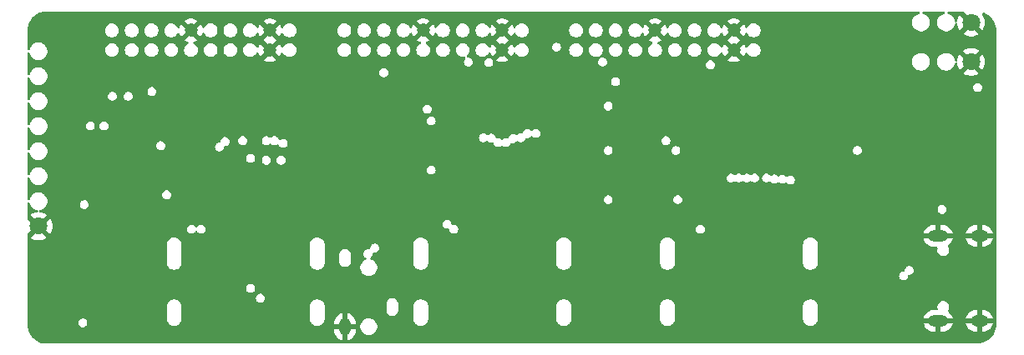
<source format=gbr>
%TF.GenerationSoftware,KiCad,Pcbnew,8.0.7-8.0.7-0~ubuntu24.04.1*%
%TF.CreationDate,2025-01-05T15:57:20-05:00*%
%TF.ProjectId,3xHDMI,33784844-4d49-42e6-9b69-6361645f7063,v1*%
%TF.SameCoordinates,Original*%
%TF.FileFunction,Copper,L2,Inr*%
%TF.FilePolarity,Positive*%
%FSLAX46Y46*%
G04 Gerber Fmt 4.6, Leading zero omitted, Abs format (unit mm)*
G04 Created by KiCad (PCBNEW 8.0.7-8.0.7-0~ubuntu24.04.1) date 2025-01-05 15:57:20*
%MOMM*%
%LPD*%
G01*
G04 APERTURE LIST*
%TA.AperFunction,ComponentPad*%
%ADD10C,1.800000*%
%TD*%
%TA.AperFunction,ComponentPad*%
%ADD11O,1.350000X1.350000*%
%TD*%
%TA.AperFunction,ComponentPad*%
%ADD12O,2.000000X1.200000*%
%TD*%
%TA.AperFunction,ComponentPad*%
%ADD13O,1.800000X1.200000*%
%TD*%
%TA.AperFunction,ComponentPad*%
%ADD14O,1.200000X1.800000*%
%TD*%
%TA.AperFunction,ViaPad*%
%ADD15C,0.600000*%
%TD*%
G04 APERTURE END LIST*
D10*
%TO.N,GND*%
%TO.C,J6*%
X96540000Y-6000000D03*
%TD*%
D11*
%TO.N,GND*%
%TO.C,J7*%
X25450000Y-2800000D03*
X25450000Y-4800000D03*
X17450000Y-2800000D03*
%TD*%
%TO.N,GND*%
%TO.C,J8*%
X49000000Y-2800000D03*
X49000000Y-4800000D03*
X41000000Y-2800000D03*
%TD*%
D10*
%TO.N,GND*%
%TO.C,J10*%
X96540000Y-2000000D03*
%TD*%
D11*
%TO.N,GND*%
%TO.C,J9*%
X72500000Y-2800000D03*
X72500000Y-4800000D03*
X64500000Y-2800000D03*
%TD*%
D10*
%TO.N,GND*%
%TO.C,P1*%
X2000000Y-22700000D03*
%TD*%
D12*
%TO.N,GND*%
%TO.C,J5*%
X93191500Y-32320000D03*
X93191500Y-23680000D03*
D13*
X97371500Y-32320000D03*
X97371500Y-23680000D03*
%TD*%
D14*
%TO.N,GND*%
%TO.C,J2*%
X33076000Y-32912500D03*
%TD*%
D15*
%TO.N,GND*%
X61085716Y-22676000D03*
X33000000Y-21656002D03*
X84500000Y-16500000D03*
X30605716Y-27756000D03*
X4999993Y-34324912D03*
X83945716Y-22676000D03*
X84500000Y-10500000D03*
X43305716Y-32836000D03*
X63625716Y-25216000D03*
X38225716Y-32836000D03*
X45845716Y-30296000D03*
X88000000Y-31000000D03*
X83945716Y-25216000D03*
X56005716Y-15056000D03*
X58545716Y-25216000D03*
X81405716Y-12516000D03*
X81405716Y-4896000D03*
X83945716Y-27756000D03*
X68705716Y-30296000D03*
X58545716Y-32836000D03*
X43305716Y-20136000D03*
X78865716Y-25216000D03*
X37700000Y-24000000D03*
X50500000Y-26500000D03*
X93000000Y-22000000D03*
X56005716Y-12516000D03*
X73785716Y-30296000D03*
X76325716Y-12516000D03*
X30605716Y-15056000D03*
X96645716Y-25216000D03*
X86485716Y-30296000D03*
X88000000Y-26500000D03*
X43305716Y-30296000D03*
X63625716Y-32836000D03*
X86485716Y-25216000D03*
X33145716Y-30296000D03*
X22985716Y-27756000D03*
X53465716Y-22676000D03*
X41500000Y-22500000D03*
X5000000Y-22000000D03*
X83945716Y-4896000D03*
X56005716Y-9976000D03*
X10285716Y-27756000D03*
X5000000Y-17000000D03*
X17905716Y-32836000D03*
X77001000Y-26499000D03*
X33145716Y-15056000D03*
X83945716Y-30296000D03*
X53465716Y-32836000D03*
X2665716Y-30296000D03*
X63625716Y-17596000D03*
X28065716Y-7436000D03*
X28065716Y-30296000D03*
X58545716Y-22676000D03*
X66165716Y-17596000D03*
X96645716Y-30296000D03*
X83945716Y-20136000D03*
X35685716Y-30296000D03*
X89025716Y-2356000D03*
X68705716Y-32836000D03*
X53465716Y-7436000D03*
X43305716Y-15056000D03*
X83945716Y-7436000D03*
X30605716Y-12516000D03*
X78865716Y-12516000D03*
X89025716Y-7436000D03*
X96645716Y-27756000D03*
X60500000Y-30247000D03*
X75500000Y-26500000D03*
X47500000Y-26500000D03*
X15000000Y-21500000D03*
X89025716Y-32836000D03*
X88500000Y-21500000D03*
X5205716Y-12516000D03*
X17905716Y-27756000D03*
X5205716Y-2356000D03*
X5205716Y-15056000D03*
X76325716Y-4896000D03*
X33145716Y-9976000D03*
X78865716Y-4896000D03*
X5000000Y-27000000D03*
X66500000Y-22500000D03*
X72500000Y-26500000D03*
X33145716Y-12516000D03*
X17905716Y-30296000D03*
X88612502Y-18000000D03*
X63625716Y-22676000D03*
X50925716Y-30296000D03*
X83600000Y-13000000D03*
X76325716Y-30296000D03*
X92500000Y-9500000D03*
X5205716Y-20136000D03*
X53465716Y-30296000D03*
X91565716Y-32836000D03*
X44500000Y-26500000D03*
X86485716Y-4896000D03*
X28065716Y-27756000D03*
X25525716Y-27756000D03*
X78865716Y-7436000D03*
X86485716Y-22676000D03*
X45845716Y-32836000D03*
X52000000Y-26500000D03*
X2665716Y-25216000D03*
X24000000Y-26500000D03*
X73785716Y-32836000D03*
X5205716Y-25216000D03*
X71245716Y-30296000D03*
X78865716Y-30296000D03*
X69500000Y-26500000D03*
X78865716Y-32836000D03*
X15365716Y-27756000D03*
X61085716Y-32836000D03*
X53465716Y-25216000D03*
X86485716Y-32836000D03*
X33145716Y-17596000D03*
X48385716Y-32836000D03*
X81405716Y-9976000D03*
X89025716Y-4896000D03*
X20445716Y-30296000D03*
X56005716Y-20136000D03*
X71245716Y-32836000D03*
X28065716Y-32836000D03*
X30605716Y-17596000D03*
X73785716Y-7436000D03*
X78865716Y-20136000D03*
X83945716Y-32836000D03*
X53465716Y-9976000D03*
X30605716Y-4896000D03*
X40765716Y-20136000D03*
X74000000Y-26500000D03*
X78865716Y-22676000D03*
X97000000Y-11000000D03*
X56005716Y-22676000D03*
X76325716Y-7436000D03*
X32000000Y-19247000D03*
X49000000Y-26500000D03*
X2665716Y-27756000D03*
X19500000Y-26500000D03*
X86485716Y-27756000D03*
X56005716Y-7436000D03*
X25500000Y-26500000D03*
X2665716Y-32836000D03*
X89025716Y-9976000D03*
X2665716Y-2356000D03*
X27000000Y-26500000D03*
X22500000Y-26500000D03*
X76325716Y-32836000D03*
%TD*%
%TA.AperFunction,Conductor*%
%TO.N,GND*%
G36*
X91286256Y-895502D02*
G01*
X91332749Y-949158D01*
X91342853Y-1019432D01*
X91313359Y-1084012D01*
X91253633Y-1122396D01*
X91242723Y-1125077D01*
X91219580Y-1129681D01*
X91197333Y-1134106D01*
X91197328Y-1134108D01*
X91033453Y-1201987D01*
X90885965Y-1300535D01*
X90885959Y-1300540D01*
X90760540Y-1425959D01*
X90760535Y-1425965D01*
X90661987Y-1573453D01*
X90594108Y-1737328D01*
X90594106Y-1737333D01*
X90559500Y-1911306D01*
X90559500Y-2088693D01*
X90592757Y-2255885D01*
X90594106Y-2262666D01*
X90661987Y-2426547D01*
X90704828Y-2490662D01*
X90760535Y-2574034D01*
X90760540Y-2574040D01*
X90885959Y-2699459D01*
X90885965Y-2699464D01*
X91033453Y-2798013D01*
X91197334Y-2865894D01*
X91371309Y-2900500D01*
X91371310Y-2900500D01*
X91548690Y-2900500D01*
X91548691Y-2900500D01*
X91722666Y-2865894D01*
X91886547Y-2798013D01*
X92034035Y-2699464D01*
X92159464Y-2574035D01*
X92258013Y-2426547D01*
X92325894Y-2262666D01*
X92360500Y-2088691D01*
X92360500Y-1911309D01*
X92325894Y-1737334D01*
X92258013Y-1573453D01*
X92159464Y-1425965D01*
X92159459Y-1425959D01*
X92034040Y-1300540D01*
X92034034Y-1300535D01*
X91985095Y-1267835D01*
X91886547Y-1201987D01*
X91722666Y-1134106D01*
X91677282Y-1125078D01*
X91614373Y-1092171D01*
X91579242Y-1030476D01*
X91583042Y-959581D01*
X91624568Y-901995D01*
X91690635Y-876001D01*
X91701865Y-875500D01*
X93758135Y-875500D01*
X93826256Y-895502D01*
X93872749Y-949158D01*
X93882853Y-1019432D01*
X93853359Y-1084012D01*
X93793633Y-1122396D01*
X93782723Y-1125077D01*
X93759580Y-1129681D01*
X93737333Y-1134106D01*
X93737328Y-1134108D01*
X93573453Y-1201987D01*
X93425965Y-1300535D01*
X93425959Y-1300540D01*
X93300540Y-1425959D01*
X93300535Y-1425965D01*
X93201987Y-1573453D01*
X93134108Y-1737328D01*
X93134106Y-1737333D01*
X93099500Y-1911306D01*
X93099500Y-2088693D01*
X93132757Y-2255885D01*
X93134106Y-2262666D01*
X93201987Y-2426547D01*
X93244828Y-2490662D01*
X93300535Y-2574034D01*
X93300540Y-2574040D01*
X93425959Y-2699459D01*
X93425965Y-2699464D01*
X93573453Y-2798013D01*
X93737334Y-2865894D01*
X93911309Y-2900500D01*
X93911310Y-2900500D01*
X94088690Y-2900500D01*
X94088691Y-2900500D01*
X94262666Y-2865894D01*
X94426547Y-2798013D01*
X94574035Y-2699464D01*
X94699464Y-2574035D01*
X94798013Y-2426547D01*
X94865894Y-2262666D01*
X94890652Y-2138198D01*
X94923558Y-2075291D01*
X94985253Y-2040159D01*
X95056148Y-2043959D01*
X95113734Y-2085484D01*
X95139728Y-2151551D01*
X95139800Y-2152376D01*
X95146444Y-2232550D01*
X95203724Y-2458743D01*
X95203726Y-2458747D01*
X95297454Y-2672425D01*
X95297461Y-2672439D01*
X95380795Y-2799991D01*
X95380796Y-2799991D01*
X95974191Y-2206596D01*
X95980889Y-2231591D01*
X96059881Y-2368408D01*
X96171592Y-2480119D01*
X96308409Y-2559111D01*
X96333401Y-2565807D01*
X95738680Y-3160528D01*
X95738681Y-3160529D01*
X95767249Y-3182765D01*
X95767258Y-3182771D01*
X95972474Y-3293827D01*
X95972477Y-3293829D01*
X96193167Y-3369592D01*
X96193176Y-3369594D01*
X96423334Y-3408000D01*
X96656666Y-3408000D01*
X96886823Y-3369594D01*
X96886832Y-3369592D01*
X97107522Y-3293829D01*
X97107525Y-3293827D01*
X97312738Y-3182772D01*
X97341317Y-3160528D01*
X96746597Y-2565807D01*
X96771591Y-2559111D01*
X96908408Y-2480119D01*
X97020119Y-2368408D01*
X97099111Y-2231591D01*
X97105807Y-2206597D01*
X97699202Y-2799991D01*
X97782544Y-2672427D01*
X97876273Y-2458747D01*
X97876275Y-2458743D01*
X97933555Y-2232549D01*
X97952825Y-2000000D01*
X97933555Y-1767450D01*
X97876275Y-1541256D01*
X97876273Y-1541252D01*
X97782543Y-1327569D01*
X97704669Y-1208373D01*
X97684156Y-1140405D01*
X97703645Y-1072136D01*
X97756950Y-1025241D01*
X97827146Y-1014609D01*
X97864582Y-1025821D01*
X98003098Y-1092171D01*
X98082963Y-1130427D01*
X98096986Y-1138280D01*
X98298370Y-1268600D01*
X98300466Y-1269956D01*
X98313363Y-1279521D01*
X98498444Y-1436039D01*
X98510019Y-1447169D01*
X98673660Y-1625959D01*
X98683732Y-1638482D01*
X98823278Y-1836638D01*
X98831675Y-1850341D01*
X98944868Y-2064655D01*
X98951452Y-2079315D01*
X99036446Y-2306296D01*
X99041110Y-2321675D01*
X99096519Y-2557620D01*
X99099187Y-2573467D01*
X99099247Y-2574035D01*
X99123833Y-2811837D01*
X99124501Y-2824789D01*
X99125844Y-32671454D01*
X99125176Y-32684419D01*
X99100531Y-32922762D01*
X99097862Y-32938611D01*
X99042448Y-33174564D01*
X99037783Y-33189942D01*
X98952791Y-33416915D01*
X98946207Y-33431575D01*
X98833013Y-33645888D01*
X98824617Y-33659590D01*
X98685069Y-33857748D01*
X98674997Y-33870271D01*
X98511355Y-34049062D01*
X98499771Y-34060200D01*
X98314710Y-34216702D01*
X98301802Y-34226276D01*
X98098320Y-34357954D01*
X98084300Y-34365806D01*
X97865718Y-34470511D01*
X97850810Y-34476516D01*
X97620676Y-34552547D01*
X97605127Y-34556605D01*
X97367180Y-34602728D01*
X97351241Y-34604773D01*
X97105480Y-34620483D01*
X97097444Y-34620740D01*
X97027562Y-34620740D01*
X97027524Y-34620742D01*
X2804121Y-34624498D01*
X2795876Y-34624228D01*
X2557046Y-34608576D01*
X2540704Y-34606425D01*
X2309998Y-34560534D01*
X2294079Y-34556268D01*
X2071347Y-34480661D01*
X2056128Y-34474357D01*
X1845156Y-34370318D01*
X1830884Y-34362077D01*
X1635309Y-34231399D01*
X1622232Y-34221366D01*
X1616914Y-34216702D01*
X1445375Y-34066266D01*
X1433733Y-34054624D01*
X1278629Y-33877762D01*
X1268600Y-33864690D01*
X1137922Y-33669115D01*
X1129681Y-33654843D01*
X1121286Y-33637819D01*
X1025638Y-33443864D01*
X1019342Y-33428662D01*
X943728Y-33205912D01*
X939467Y-33190009D01*
X893572Y-32959285D01*
X891424Y-32942962D01*
X875770Y-32704118D01*
X875500Y-32695878D01*
X875500Y-32630123D01*
X875500Y-32630122D01*
X874892Y-32627657D01*
X871230Y-32597482D01*
X871233Y-32579465D01*
X871242Y-32515265D01*
X6029602Y-32515265D01*
X6048038Y-32643491D01*
X6101853Y-32761328D01*
X6186686Y-32859232D01*
X6295666Y-32929269D01*
X6419963Y-32965765D01*
X6419967Y-32965765D01*
X6549503Y-32965765D01*
X6549507Y-32965765D01*
X6673804Y-32929269D01*
X6782784Y-32859232D01*
X6867617Y-32761328D01*
X6921432Y-32643491D01*
X6939868Y-32515265D01*
X6921432Y-32387039D01*
X6867617Y-32269202D01*
X6782784Y-32171298D01*
X6782783Y-32171297D01*
X6673808Y-32101263D01*
X6673805Y-32101261D01*
X6673804Y-32101261D01*
X6651408Y-32094685D01*
X6549511Y-32064766D01*
X6549509Y-32064765D01*
X6549507Y-32064765D01*
X6419963Y-32064765D01*
X6419960Y-32064765D01*
X6419958Y-32064766D01*
X6295668Y-32101260D01*
X6295661Y-32101263D01*
X6186686Y-32171297D01*
X6116864Y-32251878D01*
X6101853Y-32269202D01*
X6048038Y-32387039D01*
X6029602Y-32515265D01*
X871242Y-32515265D01*
X871487Y-30805082D01*
X15000500Y-30805082D01*
X15000500Y-32152918D01*
X15020184Y-32251873D01*
X15029342Y-32297913D01*
X15029343Y-32297916D01*
X15083348Y-32428295D01*
X15085916Y-32434495D01*
X15168049Y-32557416D01*
X15272584Y-32661951D01*
X15395505Y-32744084D01*
X15532087Y-32800658D01*
X15677082Y-32829500D01*
X15677087Y-32829500D01*
X15824913Y-32829500D01*
X15824918Y-32829500D01*
X15969913Y-32800658D01*
X16106495Y-32744084D01*
X16229416Y-32661951D01*
X16333951Y-32557416D01*
X16416084Y-32434495D01*
X16472658Y-32297913D01*
X16501500Y-32152918D01*
X16501500Y-30805082D01*
X29498500Y-30805082D01*
X29498500Y-32152918D01*
X29518184Y-32251873D01*
X29527342Y-32297913D01*
X29527343Y-32297916D01*
X29581348Y-32428295D01*
X29583916Y-32434495D01*
X29666049Y-32557416D01*
X29770584Y-32661951D01*
X29893505Y-32744084D01*
X30030087Y-32800658D01*
X30175082Y-32829500D01*
X30175087Y-32829500D01*
X30322913Y-32829500D01*
X30322918Y-32829500D01*
X30467913Y-32800658D01*
X30604495Y-32744084D01*
X30727416Y-32661951D01*
X30831951Y-32557416D01*
X30853409Y-32525302D01*
X31968000Y-32525302D01*
X31968000Y-32658500D01*
X32776000Y-32658500D01*
X32776000Y-33166500D01*
X31968000Y-33166500D01*
X31968000Y-33299697D01*
X31995284Y-33471962D01*
X32049174Y-33637819D01*
X32049177Y-33637825D01*
X32128356Y-33793221D01*
X32230867Y-33934315D01*
X32230869Y-33934318D01*
X32354181Y-34057630D01*
X32354184Y-34057632D01*
X32495278Y-34160143D01*
X32650674Y-34239322D01*
X32650680Y-34239325D01*
X32816534Y-34293214D01*
X32822000Y-34294080D01*
X32822000Y-33372560D01*
X32835940Y-33396705D01*
X32891795Y-33452560D01*
X32960204Y-33492056D01*
X33036504Y-33512500D01*
X33115496Y-33512500D01*
X33191796Y-33492056D01*
X33260205Y-33452560D01*
X33316060Y-33396705D01*
X33330000Y-33372560D01*
X33330000Y-34294080D01*
X33335465Y-34293214D01*
X33501319Y-34239325D01*
X33501325Y-34239322D01*
X33656721Y-34160143D01*
X33797815Y-34057632D01*
X33797818Y-34057630D01*
X33921130Y-33934318D01*
X33921132Y-33934315D01*
X34023643Y-33793221D01*
X34102822Y-33637825D01*
X34102825Y-33637819D01*
X34156715Y-33471962D01*
X34184000Y-33299697D01*
X34184000Y-33166500D01*
X33376000Y-33166500D01*
X33376000Y-32828730D01*
X34625500Y-32828730D01*
X34625500Y-32996269D01*
X34658185Y-33160585D01*
X34670345Y-33189942D01*
X34722297Y-33315363D01*
X34768835Y-33385012D01*
X34815373Y-33454661D01*
X34815378Y-33454667D01*
X34933832Y-33573121D01*
X34933838Y-33573126D01*
X35073137Y-33666203D01*
X35227918Y-33730316D01*
X35392233Y-33763000D01*
X35392234Y-33763000D01*
X35559766Y-33763000D01*
X35559767Y-33763000D01*
X35724082Y-33730316D01*
X35878863Y-33666203D01*
X36018162Y-33573126D01*
X36136626Y-33454662D01*
X36229703Y-33315363D01*
X36293816Y-33160582D01*
X36326500Y-32996267D01*
X36326500Y-32828733D01*
X36293816Y-32664418D01*
X36229703Y-32509637D01*
X36136626Y-32370338D01*
X36136621Y-32370332D01*
X36018167Y-32251878D01*
X36018161Y-32251873D01*
X35878864Y-32158798D01*
X35878865Y-32158798D01*
X35878863Y-32158797D01*
X35739965Y-32101263D01*
X35724085Y-32094685D01*
X35724083Y-32094684D01*
X35724082Y-32094684D01*
X35641368Y-32078231D01*
X35559769Y-32062000D01*
X35559767Y-32062000D01*
X35392233Y-32062000D01*
X35392230Y-32062000D01*
X35269830Y-32086347D01*
X35227918Y-32094684D01*
X35227917Y-32094684D01*
X35227914Y-32094685D01*
X35073135Y-32158798D01*
X34933838Y-32251873D01*
X34933832Y-32251878D01*
X34815378Y-32370332D01*
X34815373Y-32370338D01*
X34722298Y-32509635D01*
X34658185Y-32664414D01*
X34658184Y-32664417D01*
X34658184Y-32664418D01*
X34655491Y-32677958D01*
X34625500Y-32828730D01*
X33376000Y-32828730D01*
X33376000Y-32658500D01*
X34184000Y-32658500D01*
X34184000Y-32525302D01*
X34156715Y-32353037D01*
X34102825Y-32187180D01*
X34102822Y-32187174D01*
X34023643Y-32031778D01*
X33921132Y-31890684D01*
X33921130Y-31890681D01*
X33797818Y-31767369D01*
X33797815Y-31767367D01*
X33656721Y-31664856D01*
X33501325Y-31585677D01*
X33501319Y-31585674D01*
X33335461Y-31531784D01*
X33335449Y-31531781D01*
X33330000Y-31530917D01*
X33330000Y-32452439D01*
X33316060Y-32428295D01*
X33260205Y-32372440D01*
X33191796Y-32332944D01*
X33115496Y-32312500D01*
X33036504Y-32312500D01*
X32960204Y-32332944D01*
X32891795Y-32372440D01*
X32835940Y-32428295D01*
X32822000Y-32452439D01*
X32822000Y-31530917D01*
X32816550Y-31531781D01*
X32816538Y-31531784D01*
X32650680Y-31585674D01*
X32650674Y-31585677D01*
X32495278Y-31664856D01*
X32354184Y-31767367D01*
X32354181Y-31767369D01*
X32230869Y-31890681D01*
X32230867Y-31890684D01*
X32128356Y-32031778D01*
X32049177Y-32187174D01*
X32049174Y-32187180D01*
X31995284Y-32353037D01*
X31968000Y-32525302D01*
X30853409Y-32525302D01*
X30914084Y-32434495D01*
X30970658Y-32297913D01*
X30999500Y-32152918D01*
X30999500Y-30805082D01*
X30970658Y-30660087D01*
X30918200Y-30533443D01*
X37275500Y-30533443D01*
X37275500Y-31291557D01*
X37295042Y-31364489D01*
X37316424Y-31444288D01*
X37395477Y-31581212D01*
X37395485Y-31581222D01*
X37507277Y-31693014D01*
X37507282Y-31693018D01*
X37507284Y-31693020D01*
X37507285Y-31693021D01*
X37507287Y-31693022D01*
X37644211Y-31772075D01*
X37644213Y-31772075D01*
X37644216Y-31772077D01*
X37796943Y-31813000D01*
X37796945Y-31813000D01*
X37955055Y-31813000D01*
X37955057Y-31813000D01*
X38107784Y-31772077D01*
X38107787Y-31772075D01*
X38107788Y-31772075D01*
X38176250Y-31732548D01*
X38244716Y-31693020D01*
X38356520Y-31581216D01*
X38396048Y-31512750D01*
X38435575Y-31444288D01*
X38435575Y-31444287D01*
X38435577Y-31444284D01*
X38476500Y-31291557D01*
X38476500Y-30805082D01*
X40000500Y-30805082D01*
X40000500Y-32152918D01*
X40020184Y-32251873D01*
X40029342Y-32297913D01*
X40029343Y-32297916D01*
X40083348Y-32428295D01*
X40085916Y-32434495D01*
X40168049Y-32557416D01*
X40272584Y-32661951D01*
X40395505Y-32744084D01*
X40532087Y-32800658D01*
X40677082Y-32829500D01*
X40677087Y-32829500D01*
X40824913Y-32829500D01*
X40824918Y-32829500D01*
X40969913Y-32800658D01*
X41106495Y-32744084D01*
X41229416Y-32661951D01*
X41333951Y-32557416D01*
X41416084Y-32434495D01*
X41472658Y-32297913D01*
X41501500Y-32152918D01*
X41501500Y-30805082D01*
X54498500Y-30805082D01*
X54498500Y-32152918D01*
X54518184Y-32251873D01*
X54527342Y-32297913D01*
X54527343Y-32297916D01*
X54581348Y-32428295D01*
X54583916Y-32434495D01*
X54666049Y-32557416D01*
X54770584Y-32661951D01*
X54893505Y-32744084D01*
X55030087Y-32800658D01*
X55175082Y-32829500D01*
X55175087Y-32829500D01*
X55322913Y-32829500D01*
X55322918Y-32829500D01*
X55467913Y-32800658D01*
X55604495Y-32744084D01*
X55727416Y-32661951D01*
X55831951Y-32557416D01*
X55914084Y-32434495D01*
X55970658Y-32297913D01*
X55999500Y-32152918D01*
X55999500Y-30805082D01*
X65000500Y-30805082D01*
X65000500Y-32152918D01*
X65020184Y-32251873D01*
X65029342Y-32297913D01*
X65029343Y-32297916D01*
X65083348Y-32428295D01*
X65085916Y-32434495D01*
X65168049Y-32557416D01*
X65272584Y-32661951D01*
X65395505Y-32744084D01*
X65532087Y-32800658D01*
X65677082Y-32829500D01*
X65677087Y-32829500D01*
X65824913Y-32829500D01*
X65824918Y-32829500D01*
X65969913Y-32800658D01*
X66106495Y-32744084D01*
X66229416Y-32661951D01*
X66333951Y-32557416D01*
X66416084Y-32434495D01*
X66472658Y-32297913D01*
X66501500Y-32152918D01*
X66501500Y-30805082D01*
X79498500Y-30805082D01*
X79498500Y-32152918D01*
X79518184Y-32251873D01*
X79527342Y-32297913D01*
X79527343Y-32297916D01*
X79581348Y-32428295D01*
X79583916Y-32434495D01*
X79666049Y-32557416D01*
X79770584Y-32661951D01*
X79893505Y-32744084D01*
X80030087Y-32800658D01*
X80175082Y-32829500D01*
X80175087Y-32829500D01*
X80322913Y-32829500D01*
X80322918Y-32829500D01*
X80467913Y-32800658D01*
X80604495Y-32744084D01*
X80727416Y-32661951D01*
X80831951Y-32557416D01*
X80914084Y-32434495D01*
X80970658Y-32297913D01*
X80999500Y-32152918D01*
X80999500Y-32066000D01*
X91709920Y-32066000D01*
X92450525Y-32066000D01*
X92411430Y-32105095D01*
X92365352Y-32184905D01*
X92341500Y-32273922D01*
X92341500Y-32366078D01*
X92365352Y-32455095D01*
X92411430Y-32534905D01*
X92450525Y-32574000D01*
X91709920Y-32574000D01*
X91710785Y-32579465D01*
X91764674Y-32745319D01*
X91764677Y-32745325D01*
X91843856Y-32900721D01*
X91946367Y-33041815D01*
X91946369Y-33041818D01*
X92069681Y-33165130D01*
X92069684Y-33165132D01*
X92210778Y-33267643D01*
X92366174Y-33346822D01*
X92366180Y-33346825D01*
X92532039Y-33400715D01*
X92532035Y-33400715D01*
X92704302Y-33428000D01*
X92937500Y-33428000D01*
X92937500Y-32670000D01*
X93445500Y-32670000D01*
X93445500Y-33428000D01*
X93678698Y-33428000D01*
X93850962Y-33400715D01*
X94016819Y-33346825D01*
X94016825Y-33346822D01*
X94172221Y-33267643D01*
X94313315Y-33165132D01*
X94313318Y-33165130D01*
X94436630Y-33041818D01*
X94436632Y-33041815D01*
X94539143Y-32900721D01*
X94618322Y-32745325D01*
X94618325Y-32745319D01*
X94672214Y-32579465D01*
X94673080Y-32574000D01*
X93932475Y-32574000D01*
X93971570Y-32534905D01*
X94017648Y-32455095D01*
X94041500Y-32366078D01*
X94041500Y-32273922D01*
X94017648Y-32184905D01*
X93971570Y-32105095D01*
X93932475Y-32066000D01*
X94673080Y-32066000D01*
X95989920Y-32066000D01*
X96780525Y-32066000D01*
X96741430Y-32105095D01*
X96695352Y-32184905D01*
X96671500Y-32273922D01*
X96671500Y-32366078D01*
X96695352Y-32455095D01*
X96741430Y-32534905D01*
X96780525Y-32574000D01*
X95989920Y-32574000D01*
X95990785Y-32579465D01*
X96044674Y-32745319D01*
X96044677Y-32745325D01*
X96123856Y-32900721D01*
X96226367Y-33041815D01*
X96226369Y-33041818D01*
X96349681Y-33165130D01*
X96349684Y-33165132D01*
X96490778Y-33267643D01*
X96646174Y-33346822D01*
X96646180Y-33346825D01*
X96812039Y-33400715D01*
X96812035Y-33400715D01*
X96984302Y-33428000D01*
X97117500Y-33428000D01*
X97117500Y-32670000D01*
X97625500Y-32670000D01*
X97625500Y-33428000D01*
X97758698Y-33428000D01*
X97930962Y-33400715D01*
X98096819Y-33346825D01*
X98096825Y-33346822D01*
X98252221Y-33267643D01*
X98393315Y-33165132D01*
X98393318Y-33165130D01*
X98516630Y-33041818D01*
X98516632Y-33041815D01*
X98619143Y-32900721D01*
X98698322Y-32745325D01*
X98698325Y-32745319D01*
X98752214Y-32579465D01*
X98753080Y-32574000D01*
X97962475Y-32574000D01*
X98001570Y-32534905D01*
X98047648Y-32455095D01*
X98071500Y-32366078D01*
X98071500Y-32273922D01*
X98047648Y-32184905D01*
X98001570Y-32105095D01*
X97962475Y-32066000D01*
X98753080Y-32066000D01*
X98752214Y-32060534D01*
X98698325Y-31894680D01*
X98698322Y-31894674D01*
X98619143Y-31739278D01*
X98516632Y-31598184D01*
X98516630Y-31598181D01*
X98393318Y-31474869D01*
X98393315Y-31474867D01*
X98252221Y-31372356D01*
X98096825Y-31293177D01*
X98096819Y-31293174D01*
X97930960Y-31239284D01*
X97930964Y-31239284D01*
X97758698Y-31212000D01*
X97625500Y-31212000D01*
X97625500Y-31970000D01*
X97117500Y-31970000D01*
X97117500Y-31212000D01*
X96984302Y-31212000D01*
X96812037Y-31239284D01*
X96646180Y-31293174D01*
X96646174Y-31293177D01*
X96490778Y-31372356D01*
X96349684Y-31474867D01*
X96349681Y-31474869D01*
X96226369Y-31598181D01*
X96226367Y-31598184D01*
X96123856Y-31739278D01*
X96044677Y-31894674D01*
X96044674Y-31894680D01*
X95990785Y-32060534D01*
X95989920Y-32066000D01*
X94673080Y-32066000D01*
X94672214Y-32060534D01*
X94618325Y-31894680D01*
X94618322Y-31894674D01*
X94539143Y-31739278D01*
X94436632Y-31598184D01*
X94436630Y-31598181D01*
X94313318Y-31474869D01*
X94313315Y-31474867D01*
X94238776Y-31420711D01*
X94195422Y-31364489D01*
X94189347Y-31293753D01*
X94203718Y-31255775D01*
X94281075Y-31121788D01*
X94281075Y-31121787D01*
X94281077Y-31121784D01*
X94322000Y-30969057D01*
X94322000Y-30810943D01*
X94281077Y-30658216D01*
X94281075Y-30658213D01*
X94281075Y-30658211D01*
X94202022Y-30521287D01*
X94202014Y-30521277D01*
X94090222Y-30409485D01*
X94090212Y-30409477D01*
X93953288Y-30330424D01*
X93935243Y-30325589D01*
X93800557Y-30289500D01*
X93642443Y-30289500D01*
X93548970Y-30314545D01*
X93489711Y-30330424D01*
X93352787Y-30409477D01*
X93352777Y-30409485D01*
X93240985Y-30521277D01*
X93240977Y-30521287D01*
X93161924Y-30658211D01*
X93139044Y-30743599D01*
X93121000Y-30810943D01*
X93121000Y-30969057D01*
X93143597Y-31053389D01*
X93141907Y-31124365D01*
X93102113Y-31183161D01*
X93036848Y-31211109D01*
X93021890Y-31212000D01*
X92704302Y-31212000D01*
X92532037Y-31239284D01*
X92366180Y-31293174D01*
X92366174Y-31293177D01*
X92210778Y-31372356D01*
X92069684Y-31474867D01*
X92069681Y-31474869D01*
X91946369Y-31598181D01*
X91946367Y-31598184D01*
X91843856Y-31739278D01*
X91764677Y-31894674D01*
X91764674Y-31894680D01*
X91710785Y-32060534D01*
X91709920Y-32066000D01*
X80999500Y-32066000D01*
X80999500Y-30805082D01*
X80970658Y-30660087D01*
X80914084Y-30523505D01*
X80831951Y-30400584D01*
X80727416Y-30296049D01*
X80604495Y-30213916D01*
X80467916Y-30157343D01*
X80467913Y-30157342D01*
X80322918Y-30128500D01*
X80175082Y-30128500D01*
X80102584Y-30142921D01*
X80030086Y-30157342D01*
X80030083Y-30157343D01*
X79893504Y-30213916D01*
X79770588Y-30296046D01*
X79770581Y-30296051D01*
X79666051Y-30400581D01*
X79666046Y-30400588D01*
X79583916Y-30523504D01*
X79527343Y-30660083D01*
X79527342Y-30660086D01*
X79527342Y-30660087D01*
X79498500Y-30805082D01*
X66501500Y-30805082D01*
X66472658Y-30660087D01*
X66416084Y-30523505D01*
X66333951Y-30400584D01*
X66229416Y-30296049D01*
X66106495Y-30213916D01*
X65969916Y-30157343D01*
X65969913Y-30157342D01*
X65824918Y-30128500D01*
X65677082Y-30128500D01*
X65604584Y-30142921D01*
X65532086Y-30157342D01*
X65532083Y-30157343D01*
X65395504Y-30213916D01*
X65272588Y-30296046D01*
X65272581Y-30296051D01*
X65168051Y-30400581D01*
X65168046Y-30400588D01*
X65085916Y-30523504D01*
X65029343Y-30660083D01*
X65029342Y-30660086D01*
X65029342Y-30660087D01*
X65000500Y-30805082D01*
X55999500Y-30805082D01*
X55970658Y-30660087D01*
X55914084Y-30523505D01*
X55831951Y-30400584D01*
X55727416Y-30296049D01*
X55604495Y-30213916D01*
X55467916Y-30157343D01*
X55467913Y-30157342D01*
X55322918Y-30128500D01*
X55175082Y-30128500D01*
X55102584Y-30142921D01*
X55030086Y-30157342D01*
X55030083Y-30157343D01*
X54893504Y-30213916D01*
X54770588Y-30296046D01*
X54770581Y-30296051D01*
X54666051Y-30400581D01*
X54666046Y-30400588D01*
X54583916Y-30523504D01*
X54527343Y-30660083D01*
X54527342Y-30660086D01*
X54527342Y-30660087D01*
X54498500Y-30805082D01*
X41501500Y-30805082D01*
X41472658Y-30660087D01*
X41416084Y-30523505D01*
X41333951Y-30400584D01*
X41229416Y-30296049D01*
X41106495Y-30213916D01*
X40969916Y-30157343D01*
X40969913Y-30157342D01*
X40824918Y-30128500D01*
X40677082Y-30128500D01*
X40604584Y-30142921D01*
X40532086Y-30157342D01*
X40532083Y-30157343D01*
X40395504Y-30213916D01*
X40272588Y-30296046D01*
X40272581Y-30296051D01*
X40168051Y-30400581D01*
X40168046Y-30400588D01*
X40085916Y-30523504D01*
X40029343Y-30660083D01*
X40029342Y-30660086D01*
X40029342Y-30660087D01*
X40000500Y-30805082D01*
X38476500Y-30805082D01*
X38476500Y-30533443D01*
X38435577Y-30380716D01*
X38435575Y-30380713D01*
X38435575Y-30380711D01*
X38356522Y-30243787D01*
X38356514Y-30243777D01*
X38244722Y-30131985D01*
X38244712Y-30131977D01*
X38107788Y-30052924D01*
X38089743Y-30048089D01*
X37955057Y-30012000D01*
X37796943Y-30012000D01*
X37703470Y-30037045D01*
X37644211Y-30052924D01*
X37507287Y-30131977D01*
X37507277Y-30131985D01*
X37395485Y-30243777D01*
X37395477Y-30243787D01*
X37316424Y-30380711D01*
X37297725Y-30450498D01*
X37275500Y-30533443D01*
X30918200Y-30533443D01*
X30914084Y-30523505D01*
X30831951Y-30400584D01*
X30727416Y-30296049D01*
X30604495Y-30213916D01*
X30467916Y-30157343D01*
X30467913Y-30157342D01*
X30322918Y-30128500D01*
X30175082Y-30128500D01*
X30102584Y-30142921D01*
X30030086Y-30157342D01*
X30030083Y-30157343D01*
X29893504Y-30213916D01*
X29770588Y-30296046D01*
X29770581Y-30296051D01*
X29666051Y-30400581D01*
X29666046Y-30400588D01*
X29583916Y-30523504D01*
X29527343Y-30660083D01*
X29527342Y-30660086D01*
X29527342Y-30660087D01*
X29498500Y-30805082D01*
X16501500Y-30805082D01*
X16472658Y-30660087D01*
X16416084Y-30523505D01*
X16333951Y-30400584D01*
X16229416Y-30296049D01*
X16106495Y-30213916D01*
X15969916Y-30157343D01*
X15969913Y-30157342D01*
X15824918Y-30128500D01*
X15677082Y-30128500D01*
X15604584Y-30142921D01*
X15532086Y-30157342D01*
X15532083Y-30157343D01*
X15395504Y-30213916D01*
X15272588Y-30296046D01*
X15272581Y-30296051D01*
X15168051Y-30400581D01*
X15168046Y-30400588D01*
X15085916Y-30523504D01*
X15029343Y-30660083D01*
X15029342Y-30660086D01*
X15029342Y-30660087D01*
X15000500Y-30805082D01*
X871487Y-30805082D01*
X871602Y-30000000D01*
X24044867Y-30000000D01*
X24063303Y-30128226D01*
X24117118Y-30246063D01*
X24201951Y-30343967D01*
X24310931Y-30414004D01*
X24435228Y-30450500D01*
X24435232Y-30450500D01*
X24564768Y-30450500D01*
X24564772Y-30450500D01*
X24689069Y-30414004D01*
X24798049Y-30343967D01*
X24882882Y-30246063D01*
X24936697Y-30128226D01*
X24955133Y-30000000D01*
X24936697Y-29871774D01*
X24882882Y-29753937D01*
X24798049Y-29656033D01*
X24798048Y-29656032D01*
X24689073Y-29585998D01*
X24689070Y-29585996D01*
X24689069Y-29585996D01*
X24689066Y-29585995D01*
X24564776Y-29549501D01*
X24564774Y-29549500D01*
X24564772Y-29549500D01*
X24435228Y-29549500D01*
X24435225Y-29549500D01*
X24435223Y-29549501D01*
X24310933Y-29585995D01*
X24310926Y-29585998D01*
X24201951Y-29656032D01*
X24117118Y-29753937D01*
X24063303Y-29871774D01*
X24044867Y-30000000D01*
X871602Y-30000000D01*
X871745Y-29000000D01*
X23044867Y-29000000D01*
X23063303Y-29128226D01*
X23117118Y-29246063D01*
X23201951Y-29343967D01*
X23310931Y-29414004D01*
X23435228Y-29450500D01*
X23435232Y-29450500D01*
X23564768Y-29450500D01*
X23564772Y-29450500D01*
X23689069Y-29414004D01*
X23798049Y-29343967D01*
X23882882Y-29246063D01*
X23936697Y-29128226D01*
X23955133Y-29000000D01*
X23936697Y-28871774D01*
X23882882Y-28753937D01*
X23798049Y-28656033D01*
X23798048Y-28656032D01*
X23689073Y-28585998D01*
X23689070Y-28585996D01*
X23689069Y-28585996D01*
X23689066Y-28585995D01*
X23564776Y-28549501D01*
X23564774Y-28549500D01*
X23564772Y-28549500D01*
X23435228Y-28549500D01*
X23435225Y-28549500D01*
X23435223Y-28549501D01*
X23310933Y-28585995D01*
X23310926Y-28585998D01*
X23201951Y-28656032D01*
X23117118Y-28753937D01*
X23063303Y-28871774D01*
X23044867Y-29000000D01*
X871745Y-29000000D01*
X872389Y-24506082D01*
X15000500Y-24506082D01*
X15000500Y-26453918D01*
X15029342Y-26598913D01*
X15085916Y-26735495D01*
X15168049Y-26858416D01*
X15272584Y-26962951D01*
X15395505Y-27045084D01*
X15532087Y-27101658D01*
X15677082Y-27130500D01*
X15677087Y-27130500D01*
X15824913Y-27130500D01*
X15824918Y-27130500D01*
X15969913Y-27101658D01*
X16106495Y-27045084D01*
X16229416Y-26962951D01*
X16333951Y-26858416D01*
X16416084Y-26735495D01*
X16472658Y-26598913D01*
X16501500Y-26453918D01*
X16501500Y-24506082D01*
X29498500Y-24506082D01*
X29498500Y-26453918D01*
X29527342Y-26598913D01*
X29583916Y-26735495D01*
X29666049Y-26858416D01*
X29770584Y-26962951D01*
X29893505Y-27045084D01*
X30030087Y-27101658D01*
X30175082Y-27130500D01*
X30175087Y-27130500D01*
X30322913Y-27130500D01*
X30322918Y-27130500D01*
X30467913Y-27101658D01*
X30604495Y-27045084D01*
X30727416Y-26962951D01*
X30831951Y-26858416D01*
X30851787Y-26828730D01*
X34625500Y-26828730D01*
X34625500Y-26828733D01*
X34625500Y-26996267D01*
X34658184Y-27160582D01*
X34722297Y-27315363D01*
X34768835Y-27385012D01*
X34815373Y-27454661D01*
X34815378Y-27454667D01*
X34933832Y-27573121D01*
X34933838Y-27573126D01*
X35073137Y-27666203D01*
X35227918Y-27730316D01*
X35392233Y-27763000D01*
X35392234Y-27763000D01*
X35559766Y-27763000D01*
X35559767Y-27763000D01*
X35613706Y-27752271D01*
X89231452Y-27752271D01*
X89249888Y-27880497D01*
X89303703Y-27998334D01*
X89388536Y-28096238D01*
X89497516Y-28166275D01*
X89621813Y-28202771D01*
X89621817Y-28202771D01*
X89751353Y-28202771D01*
X89751357Y-28202771D01*
X89875654Y-28166275D01*
X89984634Y-28096238D01*
X90069467Y-27998334D01*
X90123282Y-27880497D01*
X90141718Y-27752271D01*
X90141717Y-27752269D01*
X90142741Y-27745153D01*
X90172235Y-27680573D01*
X90231961Y-27642189D01*
X90267459Y-27637085D01*
X90317039Y-27637085D01*
X90317043Y-27637085D01*
X90441340Y-27600589D01*
X90550320Y-27530552D01*
X90635153Y-27432648D01*
X90688968Y-27314811D01*
X90707404Y-27186585D01*
X90688968Y-27058359D01*
X90635153Y-26940522D01*
X90550320Y-26842618D01*
X90550319Y-26842617D01*
X90441344Y-26772583D01*
X90441341Y-26772581D01*
X90441340Y-26772581D01*
X90441337Y-26772580D01*
X90317047Y-26736086D01*
X90317045Y-26736085D01*
X90317043Y-26736085D01*
X90187499Y-26736085D01*
X90187496Y-26736085D01*
X90187494Y-26736086D01*
X90063204Y-26772580D01*
X90063197Y-26772583D01*
X89954222Y-26842617D01*
X89940531Y-26858418D01*
X89869389Y-26940522D01*
X89815574Y-27058359D01*
X89800877Y-27160585D01*
X89796115Y-27193703D01*
X89766621Y-27258283D01*
X89706895Y-27296667D01*
X89671397Y-27301771D01*
X89621813Y-27301771D01*
X89621810Y-27301771D01*
X89621808Y-27301772D01*
X89497518Y-27338266D01*
X89497511Y-27338269D01*
X89388536Y-27408303D01*
X89303703Y-27506208D01*
X89249888Y-27624045D01*
X89231452Y-27752271D01*
X35613706Y-27752271D01*
X35724082Y-27730316D01*
X35878863Y-27666203D01*
X36018162Y-27573126D01*
X36136626Y-27454662D01*
X36229703Y-27315363D01*
X36293816Y-27160582D01*
X36326500Y-26996267D01*
X36326500Y-26828733D01*
X36293816Y-26664418D01*
X36229703Y-26509637D01*
X36136626Y-26370338D01*
X36136621Y-26370332D01*
X36018167Y-26251878D01*
X36018161Y-26251873D01*
X35878864Y-26158798D01*
X35878865Y-26158798D01*
X35878863Y-26158797D01*
X35785992Y-26120328D01*
X35724083Y-26094684D01*
X35712324Y-26092345D01*
X35649416Y-26059435D01*
X35614287Y-25997738D01*
X35618090Y-25926844D01*
X35659618Y-25869259D01*
X35668778Y-25862777D01*
X35698049Y-25843967D01*
X35782882Y-25746063D01*
X35836697Y-25628226D01*
X35855133Y-25500000D01*
X35852655Y-25482764D01*
X35862758Y-25412490D01*
X35909250Y-25358834D01*
X35977371Y-25338831D01*
X36012867Y-25343934D01*
X36035228Y-25350500D01*
X36035232Y-25350500D01*
X36164768Y-25350500D01*
X36164772Y-25350500D01*
X36289069Y-25314004D01*
X36398049Y-25243967D01*
X36482882Y-25146063D01*
X36536697Y-25028226D01*
X36555133Y-24900000D01*
X36536697Y-24771774D01*
X36482882Y-24653937D01*
X36398049Y-24556033D01*
X36398048Y-24556032D01*
X36320324Y-24506082D01*
X40000500Y-24506082D01*
X40000500Y-26453918D01*
X40029342Y-26598913D01*
X40085916Y-26735495D01*
X40168049Y-26858416D01*
X40272584Y-26962951D01*
X40395505Y-27045084D01*
X40532087Y-27101658D01*
X40677082Y-27130500D01*
X40677087Y-27130500D01*
X40824913Y-27130500D01*
X40824918Y-27130500D01*
X40969913Y-27101658D01*
X41106495Y-27045084D01*
X41229416Y-26962951D01*
X41333951Y-26858416D01*
X41416084Y-26735495D01*
X41472658Y-26598913D01*
X41501500Y-26453918D01*
X41501500Y-24506082D01*
X54498500Y-24506082D01*
X54498500Y-26453918D01*
X54527342Y-26598913D01*
X54583916Y-26735495D01*
X54666049Y-26858416D01*
X54770584Y-26962951D01*
X54893505Y-27045084D01*
X55030087Y-27101658D01*
X55175082Y-27130500D01*
X55175087Y-27130500D01*
X55322913Y-27130500D01*
X55322918Y-27130500D01*
X55467913Y-27101658D01*
X55604495Y-27045084D01*
X55727416Y-26962951D01*
X55831951Y-26858416D01*
X55914084Y-26735495D01*
X55970658Y-26598913D01*
X55999500Y-26453918D01*
X55999500Y-24506082D01*
X65000500Y-24506082D01*
X65000500Y-26453918D01*
X65029342Y-26598913D01*
X65085916Y-26735495D01*
X65168049Y-26858416D01*
X65272584Y-26962951D01*
X65395505Y-27045084D01*
X65532087Y-27101658D01*
X65677082Y-27130500D01*
X65677087Y-27130500D01*
X65824913Y-27130500D01*
X65824918Y-27130500D01*
X65969913Y-27101658D01*
X66106495Y-27045084D01*
X66229416Y-26962951D01*
X66333951Y-26858416D01*
X66416084Y-26735495D01*
X66472658Y-26598913D01*
X66501500Y-26453918D01*
X66501500Y-24506082D01*
X79498500Y-24506082D01*
X79498500Y-26453918D01*
X79527342Y-26598913D01*
X79583916Y-26735495D01*
X79666049Y-26858416D01*
X79770584Y-26962951D01*
X79893505Y-27045084D01*
X80030087Y-27101658D01*
X80175082Y-27130500D01*
X80175087Y-27130500D01*
X80322913Y-27130500D01*
X80322918Y-27130500D01*
X80467913Y-27101658D01*
X80604495Y-27045084D01*
X80727416Y-26962951D01*
X80831951Y-26858416D01*
X80914084Y-26735495D01*
X80970658Y-26598913D01*
X80999500Y-26453918D01*
X80999500Y-24506082D01*
X80970658Y-24361087D01*
X80914084Y-24224505D01*
X80831951Y-24101584D01*
X80727416Y-23997049D01*
X80604495Y-23914916D01*
X80556184Y-23894905D01*
X80467916Y-23858343D01*
X80467913Y-23858342D01*
X80322918Y-23829500D01*
X80175082Y-23829500D01*
X80102584Y-23843921D01*
X80030086Y-23858342D01*
X80030083Y-23858343D01*
X79893504Y-23914916D01*
X79770588Y-23997046D01*
X79770581Y-23997051D01*
X79666051Y-24101581D01*
X79666046Y-24101588D01*
X79583916Y-24224504D01*
X79527343Y-24361083D01*
X79527342Y-24361086D01*
X79519240Y-24401818D01*
X79498500Y-24506082D01*
X66501500Y-24506082D01*
X66472658Y-24361087D01*
X66416084Y-24224505D01*
X66333951Y-24101584D01*
X66229416Y-23997049D01*
X66106495Y-23914916D01*
X66058184Y-23894905D01*
X65969916Y-23858343D01*
X65969913Y-23858342D01*
X65824918Y-23829500D01*
X65677082Y-23829500D01*
X65604584Y-23843921D01*
X65532086Y-23858342D01*
X65532083Y-23858343D01*
X65395504Y-23914916D01*
X65272588Y-23997046D01*
X65272581Y-23997051D01*
X65168051Y-24101581D01*
X65168046Y-24101588D01*
X65085916Y-24224504D01*
X65029343Y-24361083D01*
X65029342Y-24361086D01*
X65021240Y-24401818D01*
X65000500Y-24506082D01*
X55999500Y-24506082D01*
X55970658Y-24361087D01*
X55914084Y-24224505D01*
X55831951Y-24101584D01*
X55727416Y-23997049D01*
X55604495Y-23914916D01*
X55556184Y-23894905D01*
X55467916Y-23858343D01*
X55467913Y-23858342D01*
X55322918Y-23829500D01*
X55175082Y-23829500D01*
X55102584Y-23843921D01*
X55030086Y-23858342D01*
X55030083Y-23858343D01*
X54893504Y-23914916D01*
X54770588Y-23997046D01*
X54770581Y-23997051D01*
X54666051Y-24101581D01*
X54666046Y-24101588D01*
X54583916Y-24224504D01*
X54527343Y-24361083D01*
X54527342Y-24361086D01*
X54519240Y-24401818D01*
X54498500Y-24506082D01*
X41501500Y-24506082D01*
X41472658Y-24361087D01*
X41416084Y-24224505D01*
X41333951Y-24101584D01*
X41229416Y-23997049D01*
X41106495Y-23914916D01*
X41058184Y-23894905D01*
X40969916Y-23858343D01*
X40969913Y-23858342D01*
X40824918Y-23829500D01*
X40677082Y-23829500D01*
X40604584Y-23843921D01*
X40532086Y-23858342D01*
X40532083Y-23858343D01*
X40395504Y-23914916D01*
X40272588Y-23997046D01*
X40272581Y-23997051D01*
X40168051Y-24101581D01*
X40168046Y-24101588D01*
X40085916Y-24224504D01*
X40029343Y-24361083D01*
X40029342Y-24361086D01*
X40021240Y-24401818D01*
X40000500Y-24506082D01*
X36320324Y-24506082D01*
X36289073Y-24485998D01*
X36289070Y-24485996D01*
X36289069Y-24485996D01*
X36289066Y-24485995D01*
X36164776Y-24449501D01*
X36164774Y-24449500D01*
X36164772Y-24449500D01*
X36035228Y-24449500D01*
X36035225Y-24449500D01*
X36035223Y-24449501D01*
X35910933Y-24485995D01*
X35910926Y-24485998D01*
X35801951Y-24556032D01*
X35738310Y-24629480D01*
X35717118Y-24653937D01*
X35677228Y-24741284D01*
X35663303Y-24771775D01*
X35644867Y-24900002D01*
X35647345Y-24917239D01*
X35637239Y-24987513D01*
X35590745Y-25041168D01*
X35522624Y-25061168D01*
X35487131Y-25056065D01*
X35476433Y-25052924D01*
X35464772Y-25049500D01*
X35335228Y-25049500D01*
X35335225Y-25049500D01*
X35335223Y-25049501D01*
X35210933Y-25085995D01*
X35210926Y-25085998D01*
X35101951Y-25156032D01*
X35025915Y-25243784D01*
X35017118Y-25253937D01*
X34963303Y-25371774D01*
X34944867Y-25500000D01*
X34963303Y-25628226D01*
X35017118Y-25746063D01*
X35053870Y-25788478D01*
X35101949Y-25843966D01*
X35185907Y-25897922D01*
X35232400Y-25951577D01*
X35242504Y-26021851D01*
X35213011Y-26086432D01*
X35166005Y-26120328D01*
X35073142Y-26158794D01*
X35073137Y-26158796D01*
X34933838Y-26251873D01*
X34933832Y-26251878D01*
X34815378Y-26370332D01*
X34815373Y-26370338D01*
X34722298Y-26509635D01*
X34658185Y-26664414D01*
X34625500Y-26828730D01*
X30851787Y-26828730D01*
X30914084Y-26735495D01*
X30970658Y-26598913D01*
X30999500Y-26453918D01*
X30999500Y-25533443D01*
X32475500Y-25533443D01*
X32475500Y-26291557D01*
X32496608Y-26370332D01*
X32516424Y-26444288D01*
X32595477Y-26581212D01*
X32595485Y-26581222D01*
X32707277Y-26693014D01*
X32707282Y-26693018D01*
X32707284Y-26693020D01*
X32707285Y-26693021D01*
X32707287Y-26693022D01*
X32844211Y-26772075D01*
X32844213Y-26772075D01*
X32844216Y-26772077D01*
X32996943Y-26813000D01*
X32996945Y-26813000D01*
X33155055Y-26813000D01*
X33155057Y-26813000D01*
X33307784Y-26772077D01*
X33307787Y-26772075D01*
X33307788Y-26772075D01*
X33376250Y-26732548D01*
X33444716Y-26693020D01*
X33556520Y-26581216D01*
X33635577Y-26444284D01*
X33676500Y-26291557D01*
X33676500Y-25533443D01*
X33635577Y-25380716D01*
X33635575Y-25380713D01*
X33635575Y-25380711D01*
X33556522Y-25243787D01*
X33556514Y-25243777D01*
X33444722Y-25131985D01*
X33444712Y-25131977D01*
X33307788Y-25052924D01*
X33289743Y-25048089D01*
X33155057Y-25012000D01*
X32996943Y-25012000D01*
X32936387Y-25028226D01*
X32844211Y-25052924D01*
X32707287Y-25131977D01*
X32707277Y-25131985D01*
X32595485Y-25243777D01*
X32595477Y-25243787D01*
X32516424Y-25380711D01*
X32516423Y-25380716D01*
X32475500Y-25533443D01*
X30999500Y-25533443D01*
X30999500Y-24506082D01*
X30970658Y-24361087D01*
X30914084Y-24224505D01*
X30831951Y-24101584D01*
X30727416Y-23997049D01*
X30604495Y-23914916D01*
X30556184Y-23894905D01*
X30467916Y-23858343D01*
X30467913Y-23858342D01*
X30322918Y-23829500D01*
X30175082Y-23829500D01*
X30102584Y-23843921D01*
X30030086Y-23858342D01*
X30030083Y-23858343D01*
X29893504Y-23914916D01*
X29770588Y-23997046D01*
X29770581Y-23997051D01*
X29666051Y-24101581D01*
X29666046Y-24101588D01*
X29583916Y-24224504D01*
X29527343Y-24361083D01*
X29527342Y-24361086D01*
X29519240Y-24401818D01*
X29498500Y-24506082D01*
X16501500Y-24506082D01*
X16472658Y-24361087D01*
X16416084Y-24224505D01*
X16333951Y-24101584D01*
X16229416Y-23997049D01*
X16106495Y-23914916D01*
X16058184Y-23894905D01*
X15969916Y-23858343D01*
X15969913Y-23858342D01*
X15824918Y-23829500D01*
X15677082Y-23829500D01*
X15604584Y-23843921D01*
X15532086Y-23858342D01*
X15532083Y-23858343D01*
X15395504Y-23914916D01*
X15272588Y-23997046D01*
X15272581Y-23997051D01*
X15168051Y-24101581D01*
X15168046Y-24101588D01*
X15085916Y-24224504D01*
X15029343Y-24361083D01*
X15029342Y-24361086D01*
X15021240Y-24401818D01*
X15000500Y-24506082D01*
X872389Y-24506082D01*
X872530Y-23520426D01*
X892542Y-23452312D01*
X909435Y-23431352D01*
X1434191Y-22906595D01*
X1440889Y-22931591D01*
X1519881Y-23068408D01*
X1631592Y-23180119D01*
X1768409Y-23259111D01*
X1793401Y-23265807D01*
X1198680Y-23860528D01*
X1198681Y-23860529D01*
X1227249Y-23882765D01*
X1227258Y-23882771D01*
X1432474Y-23993827D01*
X1432477Y-23993829D01*
X1653167Y-24069592D01*
X1653176Y-24069594D01*
X1883334Y-24108000D01*
X2116666Y-24108000D01*
X2346823Y-24069594D01*
X2346832Y-24069592D01*
X2567522Y-23993829D01*
X2567525Y-23993827D01*
X2772738Y-23882772D01*
X2801317Y-23860528D01*
X2206597Y-23265807D01*
X2231591Y-23259111D01*
X2368408Y-23180119D01*
X2480119Y-23068408D01*
X2559111Y-22931591D01*
X2565808Y-22906596D01*
X3159203Y-23499991D01*
X3242544Y-23372427D01*
X3336273Y-23158747D01*
X3336275Y-23158743D01*
X3376474Y-23000000D01*
X17044867Y-23000000D01*
X17063303Y-23128226D01*
X17117118Y-23246063D01*
X17201951Y-23343967D01*
X17310931Y-23414004D01*
X17435228Y-23450500D01*
X17435232Y-23450500D01*
X17564768Y-23450500D01*
X17564772Y-23450500D01*
X17689069Y-23414004D01*
X17798049Y-23343967D01*
X17882882Y-23246063D01*
X17885386Y-23240579D01*
X17931877Y-23186925D01*
X17999997Y-23166921D01*
X18068118Y-23186922D01*
X18114612Y-23240576D01*
X18117118Y-23246063D01*
X18201951Y-23343967D01*
X18310931Y-23414004D01*
X18435228Y-23450500D01*
X18435232Y-23450500D01*
X18564768Y-23450500D01*
X18564772Y-23450500D01*
X18689069Y-23414004D01*
X18798049Y-23343967D01*
X18882882Y-23246063D01*
X18936697Y-23128226D01*
X18955133Y-23000000D01*
X18936697Y-22871774D01*
X18882882Y-22753937D01*
X18798049Y-22656033D01*
X18798048Y-22656032D01*
X18689073Y-22585998D01*
X18689070Y-22585996D01*
X18689069Y-22585996D01*
X18641402Y-22572000D01*
X18564776Y-22549501D01*
X18564774Y-22549500D01*
X18564772Y-22549500D01*
X18435228Y-22549500D01*
X18435225Y-22549500D01*
X18435223Y-22549501D01*
X18310933Y-22585995D01*
X18310926Y-22585998D01*
X18201951Y-22656032D01*
X18117116Y-22753939D01*
X18117115Y-22753941D01*
X18114613Y-22759421D01*
X18068120Y-22813076D01*
X17999999Y-22833078D01*
X17931879Y-22813076D01*
X17885387Y-22759421D01*
X17882884Y-22753941D01*
X17882883Y-22753939D01*
X17882882Y-22753938D01*
X17882882Y-22753937D01*
X17798049Y-22656033D01*
X17798048Y-22656032D01*
X17689073Y-22585998D01*
X17689070Y-22585996D01*
X17689069Y-22585996D01*
X17641402Y-22572000D01*
X17564776Y-22549501D01*
X17564774Y-22549500D01*
X17564772Y-22549500D01*
X17435228Y-22549500D01*
X17435225Y-22549500D01*
X17435223Y-22549501D01*
X17310933Y-22585995D01*
X17310926Y-22585998D01*
X17201951Y-22656032D01*
X17135818Y-22732356D01*
X17117118Y-22753937D01*
X17063303Y-22871774D01*
X17044867Y-23000000D01*
X3376474Y-23000000D01*
X3393555Y-22932549D01*
X3412825Y-22700000D01*
X3396252Y-22500000D01*
X42943867Y-22500000D01*
X42962303Y-22628226D01*
X43016118Y-22746063D01*
X43100951Y-22843967D01*
X43209931Y-22914004D01*
X43334228Y-22950500D01*
X43334232Y-22950500D01*
X43463768Y-22950500D01*
X43463772Y-22950500D01*
X43490221Y-22942733D01*
X43561214Y-22942732D01*
X43620942Y-22981114D01*
X43650436Y-23045694D01*
X43650436Y-23045697D01*
X43662301Y-23128219D01*
X43662302Y-23128223D01*
X43662302Y-23128224D01*
X43662303Y-23128226D01*
X43716118Y-23246063D01*
X43800951Y-23343967D01*
X43909931Y-23414004D01*
X44034228Y-23450500D01*
X44034232Y-23450500D01*
X44163768Y-23450500D01*
X44163772Y-23450500D01*
X44288069Y-23414004D01*
X44397049Y-23343967D01*
X44481882Y-23246063D01*
X44535697Y-23128226D01*
X44554133Y-23000000D01*
X68643867Y-23000000D01*
X68662303Y-23128226D01*
X68716118Y-23246063D01*
X68800951Y-23343967D01*
X68909931Y-23414004D01*
X69034228Y-23450500D01*
X69034232Y-23450500D01*
X69163768Y-23450500D01*
X69163772Y-23450500D01*
X69247213Y-23426000D01*
X91709920Y-23426000D01*
X92450525Y-23426000D01*
X92411430Y-23465095D01*
X92365352Y-23544905D01*
X92341500Y-23633922D01*
X92341500Y-23726078D01*
X92365352Y-23815095D01*
X92411430Y-23894905D01*
X92450525Y-23934000D01*
X91709920Y-23934000D01*
X91710785Y-23939465D01*
X91764674Y-24105319D01*
X91764677Y-24105325D01*
X91843856Y-24260721D01*
X91946367Y-24401815D01*
X91946369Y-24401818D01*
X92069681Y-24525130D01*
X92069684Y-24525132D01*
X92210778Y-24627643D01*
X92366174Y-24706822D01*
X92366180Y-24706825D01*
X92532039Y-24760715D01*
X92532035Y-24760715D01*
X92704302Y-24788000D01*
X93021890Y-24788000D01*
X93090011Y-24808002D01*
X93136504Y-24861658D01*
X93146608Y-24931932D01*
X93143598Y-24946605D01*
X93121000Y-25030943D01*
X93121000Y-25189057D01*
X93135662Y-25243777D01*
X93161924Y-25341788D01*
X93240977Y-25478712D01*
X93240985Y-25478722D01*
X93352777Y-25590514D01*
X93352782Y-25590518D01*
X93352784Y-25590520D01*
X93352785Y-25590521D01*
X93352787Y-25590522D01*
X93489711Y-25669575D01*
X93489713Y-25669575D01*
X93489716Y-25669577D01*
X93642443Y-25710500D01*
X93642445Y-25710500D01*
X93800555Y-25710500D01*
X93800557Y-25710500D01*
X93953284Y-25669577D01*
X93953287Y-25669575D01*
X93953288Y-25669575D01*
X94024910Y-25628224D01*
X94090216Y-25590520D01*
X94202020Y-25478716D01*
X94263762Y-25371775D01*
X94281075Y-25341788D01*
X94281075Y-25341787D01*
X94281077Y-25341784D01*
X94322000Y-25189057D01*
X94322000Y-25030943D01*
X94281077Y-24878216D01*
X94281075Y-24878213D01*
X94281075Y-24878211D01*
X94203718Y-24744224D01*
X94186980Y-24675228D01*
X94210201Y-24608137D01*
X94238777Y-24579287D01*
X94313318Y-24525130D01*
X94436630Y-24401818D01*
X94436632Y-24401815D01*
X94539143Y-24260721D01*
X94618322Y-24105325D01*
X94618325Y-24105319D01*
X94672214Y-23939465D01*
X94673080Y-23934000D01*
X93932475Y-23934000D01*
X93971570Y-23894905D01*
X94017648Y-23815095D01*
X94041500Y-23726078D01*
X94041500Y-23633922D01*
X94017648Y-23544905D01*
X93971570Y-23465095D01*
X93932475Y-23426000D01*
X94673080Y-23426000D01*
X95989920Y-23426000D01*
X96780525Y-23426000D01*
X96741430Y-23465095D01*
X96695352Y-23544905D01*
X96671500Y-23633922D01*
X96671500Y-23726078D01*
X96695352Y-23815095D01*
X96741430Y-23894905D01*
X96780525Y-23934000D01*
X95989920Y-23934000D01*
X95990785Y-23939465D01*
X96044674Y-24105319D01*
X96044677Y-24105325D01*
X96123856Y-24260721D01*
X96226367Y-24401815D01*
X96226369Y-24401818D01*
X96349681Y-24525130D01*
X96349684Y-24525132D01*
X96490778Y-24627643D01*
X96646174Y-24706822D01*
X96646180Y-24706825D01*
X96812039Y-24760715D01*
X96812035Y-24760715D01*
X96984302Y-24788000D01*
X97117500Y-24788000D01*
X97117500Y-24030000D01*
X97625500Y-24030000D01*
X97625500Y-24788000D01*
X97758698Y-24788000D01*
X97930962Y-24760715D01*
X98096819Y-24706825D01*
X98096825Y-24706822D01*
X98252221Y-24627643D01*
X98393315Y-24525132D01*
X98393318Y-24525130D01*
X98516630Y-24401818D01*
X98516632Y-24401815D01*
X98619143Y-24260721D01*
X98698322Y-24105325D01*
X98698325Y-24105319D01*
X98752214Y-23939465D01*
X98753080Y-23934000D01*
X97962475Y-23934000D01*
X98001570Y-23894905D01*
X98047648Y-23815095D01*
X98071500Y-23726078D01*
X98071500Y-23633922D01*
X98047648Y-23544905D01*
X98001570Y-23465095D01*
X97962475Y-23426000D01*
X98753080Y-23426000D01*
X98752214Y-23420534D01*
X98698325Y-23254680D01*
X98698322Y-23254674D01*
X98619143Y-23099278D01*
X98516632Y-22958184D01*
X98516630Y-22958181D01*
X98393318Y-22834869D01*
X98393315Y-22834867D01*
X98252221Y-22732356D01*
X98096825Y-22653177D01*
X98096819Y-22653174D01*
X97930960Y-22599284D01*
X97930964Y-22599284D01*
X97758698Y-22572000D01*
X97625500Y-22572000D01*
X97625500Y-23330000D01*
X97117500Y-23330000D01*
X97117500Y-22572000D01*
X96984302Y-22572000D01*
X96812037Y-22599284D01*
X96646180Y-22653174D01*
X96646174Y-22653177D01*
X96490778Y-22732356D01*
X96349684Y-22834867D01*
X96349681Y-22834869D01*
X96226369Y-22958181D01*
X96226367Y-22958184D01*
X96123856Y-23099278D01*
X96044677Y-23254674D01*
X96044674Y-23254680D01*
X95990785Y-23420534D01*
X95989920Y-23426000D01*
X94673080Y-23426000D01*
X94672214Y-23420534D01*
X94618325Y-23254680D01*
X94618322Y-23254674D01*
X94539143Y-23099278D01*
X94436632Y-22958184D01*
X94436630Y-22958181D01*
X94313318Y-22834869D01*
X94313315Y-22834867D01*
X94172221Y-22732356D01*
X94016825Y-22653177D01*
X94016819Y-22653174D01*
X93850960Y-22599284D01*
X93850964Y-22599284D01*
X93678698Y-22572000D01*
X93445500Y-22572000D01*
X93445500Y-23330000D01*
X92937500Y-23330000D01*
X92937500Y-22572000D01*
X92704302Y-22572000D01*
X92532037Y-22599284D01*
X92366180Y-22653174D01*
X92366174Y-22653177D01*
X92210778Y-22732356D01*
X92069684Y-22834867D01*
X92069681Y-22834869D01*
X91946369Y-22958181D01*
X91946367Y-22958184D01*
X91843856Y-23099278D01*
X91764677Y-23254674D01*
X91764674Y-23254680D01*
X91710785Y-23420534D01*
X91709920Y-23426000D01*
X69247213Y-23426000D01*
X69288069Y-23414004D01*
X69397049Y-23343967D01*
X69481882Y-23246063D01*
X69535697Y-23128226D01*
X69554133Y-23000000D01*
X69535697Y-22871774D01*
X69481882Y-22753937D01*
X69397049Y-22656033D01*
X69397048Y-22656032D01*
X69288073Y-22585998D01*
X69288070Y-22585996D01*
X69288069Y-22585996D01*
X69240402Y-22572000D01*
X69163776Y-22549501D01*
X69163774Y-22549500D01*
X69163772Y-22549500D01*
X69034228Y-22549500D01*
X69034225Y-22549500D01*
X69034223Y-22549501D01*
X68909933Y-22585995D01*
X68909926Y-22585998D01*
X68800951Y-22656032D01*
X68734818Y-22732356D01*
X68716118Y-22753937D01*
X68662303Y-22871774D01*
X68643867Y-23000000D01*
X44554133Y-23000000D01*
X44535697Y-22871774D01*
X44481882Y-22753937D01*
X44397049Y-22656033D01*
X44397048Y-22656032D01*
X44288073Y-22585998D01*
X44288070Y-22585996D01*
X44288069Y-22585996D01*
X44240402Y-22572000D01*
X44163776Y-22549501D01*
X44163774Y-22549500D01*
X44163772Y-22549500D01*
X44034228Y-22549500D01*
X44034226Y-22549500D01*
X44034220Y-22549501D01*
X44007774Y-22557266D01*
X43936777Y-22557264D01*
X43877053Y-22518878D01*
X43847562Y-22454302D01*
X43835697Y-22371774D01*
X43781882Y-22253937D01*
X43697049Y-22156033D01*
X43697048Y-22156032D01*
X43588073Y-22085998D01*
X43588070Y-22085996D01*
X43588069Y-22085996D01*
X43588066Y-22085995D01*
X43463776Y-22049501D01*
X43463774Y-22049500D01*
X43463772Y-22049500D01*
X43334228Y-22049500D01*
X43334225Y-22049500D01*
X43334223Y-22049501D01*
X43209933Y-22085995D01*
X43209926Y-22085998D01*
X43100951Y-22156032D01*
X43045627Y-22219881D01*
X43016118Y-22253937D01*
X42962303Y-22371774D01*
X42943867Y-22500000D01*
X3396252Y-22500000D01*
X3393555Y-22467450D01*
X3336275Y-22241256D01*
X3336273Y-22241252D01*
X3242547Y-22027578D01*
X3242540Y-22027566D01*
X3159202Y-21900007D01*
X2565807Y-22493401D01*
X2559111Y-22468409D01*
X2480119Y-22331592D01*
X2368408Y-22219881D01*
X2231591Y-22140889D01*
X2206596Y-22134191D01*
X2801318Y-21539470D01*
X2772743Y-21517229D01*
X2772741Y-21517228D01*
X2567525Y-21406172D01*
X2567522Y-21406170D01*
X2346832Y-21330407D01*
X2346823Y-21330405D01*
X2148272Y-21297274D01*
X2084372Y-21266332D01*
X2047344Y-21205756D01*
X2048945Y-21134778D01*
X2088665Y-21075932D01*
X2144427Y-21049413D01*
X2262666Y-21025894D01*
X2325180Y-21000000D01*
X93144867Y-21000000D01*
X93163303Y-21128226D01*
X93217118Y-21246063D01*
X93301951Y-21343967D01*
X93410931Y-21414004D01*
X93535228Y-21450500D01*
X93535232Y-21450500D01*
X93664768Y-21450500D01*
X93664772Y-21450500D01*
X93789069Y-21414004D01*
X93898049Y-21343967D01*
X93982882Y-21246063D01*
X94036697Y-21128226D01*
X94055133Y-21000000D01*
X94036697Y-20871774D01*
X93982882Y-20753937D01*
X93898049Y-20656033D01*
X93898048Y-20656032D01*
X93789073Y-20585998D01*
X93789070Y-20585996D01*
X93789069Y-20585996D01*
X93789066Y-20585995D01*
X93664776Y-20549501D01*
X93664774Y-20549500D01*
X93664772Y-20549500D01*
X93535228Y-20549500D01*
X93535225Y-20549500D01*
X93535223Y-20549501D01*
X93410933Y-20585995D01*
X93410926Y-20585998D01*
X93301951Y-20656032D01*
X93223942Y-20746062D01*
X93217118Y-20753937D01*
X93163303Y-20871774D01*
X93144867Y-21000000D01*
X2325180Y-21000000D01*
X2426547Y-20958013D01*
X2574035Y-20859464D01*
X2699464Y-20734035D01*
X2798013Y-20586547D01*
X2833862Y-20500000D01*
X6191867Y-20500000D01*
X6210303Y-20628226D01*
X6264118Y-20746063D01*
X6348951Y-20843967D01*
X6457931Y-20914004D01*
X6582228Y-20950500D01*
X6582232Y-20950500D01*
X6711768Y-20950500D01*
X6711772Y-20950500D01*
X6836069Y-20914004D01*
X6945049Y-20843967D01*
X7029882Y-20746063D01*
X7083697Y-20628226D01*
X7102133Y-20500000D01*
X7083697Y-20371774D01*
X7029882Y-20253937D01*
X6945049Y-20156033D01*
X6945048Y-20156032D01*
X6836073Y-20085998D01*
X6836070Y-20085996D01*
X6836069Y-20085996D01*
X6786052Y-20071310D01*
X6711776Y-20049501D01*
X6711774Y-20049500D01*
X6711772Y-20049500D01*
X6582228Y-20049500D01*
X6582225Y-20049500D01*
X6582223Y-20049501D01*
X6457933Y-20085995D01*
X6457926Y-20085998D01*
X6348951Y-20156032D01*
X6270942Y-20246062D01*
X6264118Y-20253937D01*
X6210303Y-20371774D01*
X6191867Y-20500000D01*
X2833862Y-20500000D01*
X2865894Y-20422666D01*
X2900500Y-20248691D01*
X2900500Y-20071309D01*
X2886316Y-20000000D01*
X59291867Y-20000000D01*
X59310303Y-20128226D01*
X59364118Y-20246063D01*
X59448951Y-20343967D01*
X59557931Y-20414004D01*
X59682228Y-20450500D01*
X59682232Y-20450500D01*
X59811768Y-20450500D01*
X59811772Y-20450500D01*
X59936069Y-20414004D01*
X60045049Y-20343967D01*
X60129882Y-20246063D01*
X60183697Y-20128226D01*
X60202133Y-20000000D01*
X66344867Y-20000000D01*
X66363303Y-20128226D01*
X66417118Y-20246063D01*
X66501951Y-20343967D01*
X66610931Y-20414004D01*
X66735228Y-20450500D01*
X66735232Y-20450500D01*
X66864768Y-20450500D01*
X66864772Y-20450500D01*
X66989069Y-20414004D01*
X67098049Y-20343967D01*
X67182882Y-20246063D01*
X67236697Y-20128226D01*
X67255133Y-20000000D01*
X67236697Y-19871774D01*
X67182882Y-19753937D01*
X67098049Y-19656033D01*
X67098048Y-19656032D01*
X66989073Y-19585998D01*
X66989070Y-19585996D01*
X66989069Y-19585996D01*
X66989066Y-19585995D01*
X66864776Y-19549501D01*
X66864774Y-19549500D01*
X66864772Y-19549500D01*
X66735228Y-19549500D01*
X66735225Y-19549500D01*
X66735223Y-19549501D01*
X66610933Y-19585995D01*
X66610926Y-19585998D01*
X66501951Y-19656032D01*
X66434867Y-19733453D01*
X66417118Y-19753937D01*
X66363303Y-19871774D01*
X66344867Y-20000000D01*
X60202133Y-20000000D01*
X60183697Y-19871774D01*
X60129882Y-19753937D01*
X60045049Y-19656033D01*
X60045048Y-19656032D01*
X59936073Y-19585998D01*
X59936070Y-19585996D01*
X59936069Y-19585996D01*
X59936066Y-19585995D01*
X59811776Y-19549501D01*
X59811774Y-19549500D01*
X59811772Y-19549500D01*
X59682228Y-19549500D01*
X59682225Y-19549500D01*
X59682223Y-19549501D01*
X59557933Y-19585995D01*
X59557926Y-19585998D01*
X59448951Y-19656032D01*
X59381867Y-19733453D01*
X59364118Y-19753937D01*
X59310303Y-19871774D01*
X59291867Y-20000000D01*
X2886316Y-20000000D01*
X2865894Y-19897334D01*
X2798013Y-19733453D01*
X2699464Y-19585965D01*
X2699459Y-19585959D01*
X2613500Y-19500000D01*
X14544867Y-19500000D01*
X14563303Y-19628226D01*
X14617118Y-19746063D01*
X14701951Y-19843967D01*
X14784982Y-19897328D01*
X14810931Y-19914004D01*
X14935228Y-19950500D01*
X14935232Y-19950500D01*
X15064768Y-19950500D01*
X15064772Y-19950500D01*
X15189069Y-19914004D01*
X15298049Y-19843967D01*
X15382882Y-19746063D01*
X15436697Y-19628226D01*
X15455133Y-19500000D01*
X15436697Y-19371774D01*
X15382882Y-19253937D01*
X15298049Y-19156033D01*
X15298048Y-19156032D01*
X15189073Y-19085998D01*
X15189070Y-19085996D01*
X15189069Y-19085996D01*
X15189066Y-19085995D01*
X15064776Y-19049501D01*
X15064774Y-19049500D01*
X15064772Y-19049500D01*
X14935228Y-19049500D01*
X14935225Y-19049500D01*
X14935223Y-19049501D01*
X14810933Y-19085995D01*
X14810926Y-19085998D01*
X14701951Y-19156032D01*
X14617118Y-19253937D01*
X14563303Y-19371774D01*
X14544867Y-19500000D01*
X2613500Y-19500000D01*
X2574040Y-19460540D01*
X2574034Y-19460535D01*
X2525095Y-19427835D01*
X2426547Y-19361987D01*
X2262666Y-19294106D01*
X2088693Y-19259500D01*
X2088691Y-19259500D01*
X1911309Y-19259500D01*
X1911306Y-19259500D01*
X1737333Y-19294106D01*
X1737328Y-19294108D01*
X1573453Y-19361987D01*
X1425965Y-19460535D01*
X1425959Y-19460540D01*
X1300540Y-19585959D01*
X1300535Y-19585965D01*
X1201987Y-19733453D01*
X1134108Y-19897328D01*
X1134104Y-19897340D01*
X1122622Y-19955061D01*
X1089714Y-20017970D01*
X1028018Y-20053100D01*
X957123Y-20049299D01*
X899538Y-20007772D01*
X873545Y-19941705D01*
X873045Y-19930488D01*
X873343Y-17850997D01*
X893354Y-17782884D01*
X947016Y-17736399D01*
X1017292Y-17726305D01*
X1081868Y-17755807D01*
X1120243Y-17815539D01*
X1122921Y-17826436D01*
X1134106Y-17882666D01*
X1201987Y-18046547D01*
X1236247Y-18097820D01*
X1300535Y-18194034D01*
X1300540Y-18194040D01*
X1425959Y-18319459D01*
X1425965Y-18319464D01*
X1573453Y-18418013D01*
X1737334Y-18485894D01*
X1911309Y-18520500D01*
X1911310Y-18520500D01*
X2088690Y-18520500D01*
X2088691Y-18520500D01*
X2262666Y-18485894D01*
X2426547Y-18418013D01*
X2574035Y-18319464D01*
X2699464Y-18194035D01*
X2798013Y-18046547D01*
X2865894Y-17882666D01*
X2882337Y-17800000D01*
X71744867Y-17800000D01*
X71763303Y-17928226D01*
X71817118Y-18046063D01*
X71849064Y-18082931D01*
X71901951Y-18143967D01*
X71979858Y-18194035D01*
X72010931Y-18214004D01*
X72135228Y-18250500D01*
X72135232Y-18250500D01*
X72264768Y-18250500D01*
X72264772Y-18250500D01*
X72389069Y-18214004D01*
X72498049Y-18143967D01*
X72498050Y-18143966D01*
X72504774Y-18136207D01*
X72564499Y-18097822D01*
X72635496Y-18097820D01*
X72695223Y-18136202D01*
X72695226Y-18136207D01*
X72701949Y-18143966D01*
X72779866Y-18194040D01*
X72810931Y-18214004D01*
X72935228Y-18250500D01*
X72935232Y-18250500D01*
X73064768Y-18250500D01*
X73064772Y-18250500D01*
X73189069Y-18214004D01*
X73298049Y-18143967D01*
X73298050Y-18143966D01*
X73304774Y-18136207D01*
X73364499Y-18097822D01*
X73435496Y-18097820D01*
X73495223Y-18136202D01*
X73495226Y-18136207D01*
X73501949Y-18143966D01*
X73579866Y-18194040D01*
X73610931Y-18214004D01*
X73735228Y-18250500D01*
X73735232Y-18250500D01*
X73864768Y-18250500D01*
X73864772Y-18250500D01*
X73989069Y-18214004D01*
X74098049Y-18143967D01*
X74098050Y-18143966D01*
X74104774Y-18136207D01*
X74164499Y-18097822D01*
X74235496Y-18097820D01*
X74295223Y-18136202D01*
X74295226Y-18136207D01*
X74301949Y-18143966D01*
X74379866Y-18194040D01*
X74410931Y-18214004D01*
X74535228Y-18250500D01*
X74535232Y-18250500D01*
X74664768Y-18250500D01*
X74664772Y-18250500D01*
X74789069Y-18214004D01*
X74898049Y-18143967D01*
X74982882Y-18046063D01*
X75036697Y-17928226D01*
X75055133Y-17800000D01*
X75344867Y-17800000D01*
X75363303Y-17928226D01*
X75417118Y-18046063D01*
X75449064Y-18082931D01*
X75501951Y-18143967D01*
X75579858Y-18194035D01*
X75610931Y-18214004D01*
X75735228Y-18250500D01*
X75735232Y-18250500D01*
X75864768Y-18250500D01*
X75864772Y-18250500D01*
X75989069Y-18214004D01*
X76078912Y-18156265D01*
X76147031Y-18136264D01*
X76215152Y-18156266D01*
X76242253Y-18179749D01*
X76297897Y-18243967D01*
X76406877Y-18314004D01*
X76531174Y-18350500D01*
X76531178Y-18350500D01*
X76660714Y-18350500D01*
X76660718Y-18350500D01*
X76785015Y-18314004D01*
X76893995Y-18243967D01*
X76910397Y-18225038D01*
X76970122Y-18186652D01*
X77041118Y-18186650D01*
X77100846Y-18225032D01*
X77100850Y-18225037D01*
X77125859Y-18253900D01*
X77227879Y-18319464D01*
X77234841Y-18323938D01*
X77359138Y-18360434D01*
X77359142Y-18360434D01*
X77488678Y-18360434D01*
X77488682Y-18360434D01*
X77612979Y-18323938D01*
X77707790Y-18263007D01*
X77775910Y-18243005D01*
X77844031Y-18263007D01*
X77871135Y-18286494D01*
X77920933Y-18343966D01*
X78029911Y-18414001D01*
X78029916Y-18414004D01*
X78154213Y-18450500D01*
X78154217Y-18450500D01*
X78283753Y-18450500D01*
X78283757Y-18450500D01*
X78408054Y-18414004D01*
X78517034Y-18343967D01*
X78601867Y-18246063D01*
X78655682Y-18128226D01*
X78674118Y-18000000D01*
X78655682Y-17871774D01*
X78601867Y-17753937D01*
X78517034Y-17656033D01*
X78517033Y-17656032D01*
X78408058Y-17585998D01*
X78408055Y-17585996D01*
X78408054Y-17585996D01*
X78404318Y-17584899D01*
X78283761Y-17549501D01*
X78283759Y-17549500D01*
X78283757Y-17549500D01*
X78154213Y-17549500D01*
X78154210Y-17549500D01*
X78154208Y-17549501D01*
X78029918Y-17585995D01*
X78029912Y-17585998D01*
X77935103Y-17646927D01*
X77866982Y-17666928D01*
X77798862Y-17646925D01*
X77771759Y-17623439D01*
X77721961Y-17565967D01*
X77612983Y-17495932D01*
X77612980Y-17495930D01*
X77612979Y-17495930D01*
X77579153Y-17485998D01*
X77488686Y-17459435D01*
X77488684Y-17459434D01*
X77488682Y-17459434D01*
X77359138Y-17459434D01*
X77359135Y-17459434D01*
X77359133Y-17459435D01*
X77234843Y-17495929D01*
X77234836Y-17495932D01*
X77125859Y-17565967D01*
X77109455Y-17584899D01*
X77049728Y-17623282D01*
X76978732Y-17623282D01*
X76919006Y-17584898D01*
X76919005Y-17584896D01*
X76893996Y-17556033D01*
X76785019Y-17485998D01*
X76785016Y-17485996D01*
X76785015Y-17485996D01*
X76709407Y-17463796D01*
X76660722Y-17449501D01*
X76660720Y-17449500D01*
X76660718Y-17449500D01*
X76531174Y-17449500D01*
X76531171Y-17449500D01*
X76531169Y-17449501D01*
X76406879Y-17485995D01*
X76406877Y-17485996D01*
X76317034Y-17543734D01*
X76248913Y-17563735D01*
X76180792Y-17543732D01*
X76153692Y-17520249D01*
X76098049Y-17456033D01*
X76098048Y-17456032D01*
X75989073Y-17385998D01*
X75989070Y-17385996D01*
X75989069Y-17385996D01*
X75891453Y-17357334D01*
X75864776Y-17349501D01*
X75864774Y-17349500D01*
X75864772Y-17349500D01*
X75735228Y-17349500D01*
X75735225Y-17349500D01*
X75735223Y-17349501D01*
X75610933Y-17385995D01*
X75610926Y-17385998D01*
X75501951Y-17456032D01*
X75425959Y-17543734D01*
X75417118Y-17553937D01*
X75363303Y-17671774D01*
X75344867Y-17800000D01*
X75055133Y-17800000D01*
X75036697Y-17671774D01*
X74982882Y-17553937D01*
X74898049Y-17456033D01*
X74898048Y-17456032D01*
X74789073Y-17385998D01*
X74789070Y-17385996D01*
X74789069Y-17385996D01*
X74691453Y-17357334D01*
X74664776Y-17349501D01*
X74664774Y-17349500D01*
X74664772Y-17349500D01*
X74535228Y-17349500D01*
X74535225Y-17349500D01*
X74535223Y-17349501D01*
X74410933Y-17385995D01*
X74410926Y-17385998D01*
X74301951Y-17456031D01*
X74295224Y-17463796D01*
X74235497Y-17502179D01*
X74164500Y-17502178D01*
X74104776Y-17463796D01*
X74098048Y-17456031D01*
X73989073Y-17385998D01*
X73989070Y-17385996D01*
X73989069Y-17385996D01*
X73891453Y-17357334D01*
X73864776Y-17349501D01*
X73864774Y-17349500D01*
X73864772Y-17349500D01*
X73735228Y-17349500D01*
X73735225Y-17349500D01*
X73735223Y-17349501D01*
X73610933Y-17385995D01*
X73610926Y-17385998D01*
X73501951Y-17456031D01*
X73495224Y-17463796D01*
X73435497Y-17502179D01*
X73364500Y-17502178D01*
X73304776Y-17463796D01*
X73298048Y-17456031D01*
X73189073Y-17385998D01*
X73189070Y-17385996D01*
X73189069Y-17385996D01*
X73091453Y-17357334D01*
X73064776Y-17349501D01*
X73064774Y-17349500D01*
X73064772Y-17349500D01*
X72935228Y-17349500D01*
X72935225Y-17349500D01*
X72935223Y-17349501D01*
X72810933Y-17385995D01*
X72810926Y-17385998D01*
X72701951Y-17456031D01*
X72695224Y-17463796D01*
X72635497Y-17502179D01*
X72564500Y-17502178D01*
X72504776Y-17463796D01*
X72498048Y-17456031D01*
X72389073Y-17385998D01*
X72389070Y-17385996D01*
X72389069Y-17385996D01*
X72291453Y-17357334D01*
X72264776Y-17349501D01*
X72264774Y-17349500D01*
X72264772Y-17349500D01*
X72135228Y-17349500D01*
X72135225Y-17349500D01*
X72135223Y-17349501D01*
X72010933Y-17385995D01*
X72010926Y-17385998D01*
X71901951Y-17456032D01*
X71825959Y-17543734D01*
X71817118Y-17553937D01*
X71763303Y-17671774D01*
X71744867Y-17800000D01*
X2882337Y-17800000D01*
X2900500Y-17708691D01*
X2900500Y-17531309D01*
X2865894Y-17357334D01*
X2798013Y-17193453D01*
X2699464Y-17045965D01*
X2699459Y-17045959D01*
X2653500Y-17000000D01*
X41344867Y-17000000D01*
X41363303Y-17128226D01*
X41417118Y-17246063D01*
X41501951Y-17343967D01*
X41567352Y-17385998D01*
X41610931Y-17414004D01*
X41735228Y-17450500D01*
X41735232Y-17450500D01*
X41864768Y-17450500D01*
X41864772Y-17450500D01*
X41989069Y-17414004D01*
X42098049Y-17343967D01*
X42182882Y-17246063D01*
X42236697Y-17128226D01*
X42255133Y-17000000D01*
X42236697Y-16871774D01*
X42182882Y-16753937D01*
X42098049Y-16656033D01*
X42098048Y-16656032D01*
X41989073Y-16585998D01*
X41989070Y-16585996D01*
X41989069Y-16585996D01*
X41989066Y-16585995D01*
X41864776Y-16549501D01*
X41864774Y-16549500D01*
X41864772Y-16549500D01*
X41735228Y-16549500D01*
X41735225Y-16549500D01*
X41735223Y-16549501D01*
X41610933Y-16585995D01*
X41610926Y-16585998D01*
X41501951Y-16656032D01*
X41446957Y-16719500D01*
X41417118Y-16753937D01*
X41363303Y-16871774D01*
X41344867Y-17000000D01*
X2653500Y-17000000D01*
X2574040Y-16920540D01*
X2574034Y-16920535D01*
X2525095Y-16887835D01*
X2426547Y-16821987D01*
X2262666Y-16754106D01*
X2261816Y-16753937D01*
X2088693Y-16719500D01*
X2088691Y-16719500D01*
X1911309Y-16719500D01*
X1911306Y-16719500D01*
X1737333Y-16754106D01*
X1737328Y-16754108D01*
X1573453Y-16821987D01*
X1425965Y-16920535D01*
X1425959Y-16920540D01*
X1300540Y-17045959D01*
X1300535Y-17045965D01*
X1201987Y-17193453D01*
X1137351Y-17349500D01*
X1134106Y-17357334D01*
X1125644Y-17399875D01*
X1122988Y-17413229D01*
X1090080Y-17476138D01*
X1028384Y-17511269D01*
X957490Y-17507468D01*
X899904Y-17465942D01*
X873910Y-17399875D01*
X873409Y-17388640D01*
X873706Y-15312827D01*
X893718Y-15244713D01*
X947380Y-15198228D01*
X1017656Y-15188134D01*
X1082232Y-15217636D01*
X1120607Y-15277368D01*
X1123285Y-15288266D01*
X1134106Y-15342666D01*
X1201987Y-15506547D01*
X1255075Y-15585998D01*
X1300535Y-15654034D01*
X1300540Y-15654040D01*
X1425959Y-15779459D01*
X1425965Y-15779464D01*
X1573453Y-15878013D01*
X1737334Y-15945894D01*
X1911309Y-15980500D01*
X1911310Y-15980500D01*
X2088690Y-15980500D01*
X2088691Y-15980500D01*
X2262666Y-15945894D01*
X2426547Y-15878013D01*
X2543301Y-15800000D01*
X23044867Y-15800000D01*
X23063303Y-15928226D01*
X23117118Y-16046063D01*
X23201951Y-16143967D01*
X23310931Y-16214004D01*
X23435228Y-16250500D01*
X23435232Y-16250500D01*
X23564768Y-16250500D01*
X23564772Y-16250500D01*
X23689069Y-16214004D01*
X23798049Y-16143967D01*
X23882882Y-16046063D01*
X23903919Y-16000000D01*
X24644368Y-16000000D01*
X24662804Y-16128226D01*
X24716619Y-16246063D01*
X24801452Y-16343967D01*
X24910432Y-16414004D01*
X25034729Y-16450500D01*
X25034733Y-16450500D01*
X25164269Y-16450500D01*
X25164273Y-16450500D01*
X25288570Y-16414004D01*
X25397550Y-16343967D01*
X25482383Y-16246063D01*
X25536198Y-16128226D01*
X25554634Y-16000000D01*
X26145368Y-16000000D01*
X26163804Y-16128226D01*
X26217619Y-16246063D01*
X26302452Y-16343967D01*
X26411432Y-16414004D01*
X26535729Y-16450500D01*
X26535733Y-16450500D01*
X26665269Y-16450500D01*
X26665273Y-16450500D01*
X26789570Y-16414004D01*
X26898550Y-16343967D01*
X26983383Y-16246063D01*
X27037198Y-16128226D01*
X27055634Y-16000000D01*
X27037198Y-15871774D01*
X26983383Y-15753937D01*
X26898550Y-15656033D01*
X26898549Y-15656032D01*
X26789574Y-15585998D01*
X26789571Y-15585996D01*
X26789570Y-15585996D01*
X26789567Y-15585995D01*
X26665277Y-15549501D01*
X26665275Y-15549500D01*
X26665273Y-15549500D01*
X26535729Y-15549500D01*
X26535726Y-15549500D01*
X26535724Y-15549501D01*
X26411434Y-15585995D01*
X26411427Y-15585998D01*
X26302452Y-15656032D01*
X26217619Y-15753937D01*
X26163804Y-15871774D01*
X26145368Y-16000000D01*
X25554634Y-16000000D01*
X25536198Y-15871774D01*
X25482383Y-15753937D01*
X25397550Y-15656033D01*
X25397549Y-15656032D01*
X25288574Y-15585998D01*
X25288571Y-15585996D01*
X25288570Y-15585996D01*
X25288567Y-15585995D01*
X25164277Y-15549501D01*
X25164275Y-15549500D01*
X25164273Y-15549500D01*
X25034729Y-15549500D01*
X25034726Y-15549500D01*
X25034724Y-15549501D01*
X24910434Y-15585995D01*
X24910427Y-15585998D01*
X24801452Y-15656032D01*
X24716619Y-15753937D01*
X24662804Y-15871774D01*
X24644368Y-16000000D01*
X23903919Y-16000000D01*
X23936697Y-15928226D01*
X23955133Y-15800000D01*
X23936697Y-15671774D01*
X23882882Y-15553937D01*
X23798049Y-15456033D01*
X23798048Y-15456032D01*
X23689073Y-15385998D01*
X23689070Y-15385996D01*
X23689069Y-15385996D01*
X23689066Y-15385995D01*
X23564776Y-15349501D01*
X23564774Y-15349500D01*
X23564772Y-15349500D01*
X23435228Y-15349500D01*
X23435225Y-15349500D01*
X23435223Y-15349501D01*
X23310933Y-15385995D01*
X23310926Y-15385998D01*
X23201951Y-15456032D01*
X23158181Y-15506547D01*
X23117118Y-15553937D01*
X23063303Y-15671774D01*
X23044867Y-15800000D01*
X2543301Y-15800000D01*
X2574035Y-15779464D01*
X2699464Y-15654035D01*
X2798013Y-15506547D01*
X2865894Y-15342666D01*
X2900500Y-15168691D01*
X2900500Y-14991309D01*
X2865894Y-14817334D01*
X2798013Y-14653453D01*
X2699464Y-14505965D01*
X2699459Y-14505959D01*
X2693500Y-14500000D01*
X13944867Y-14500000D01*
X13963303Y-14628226D01*
X14017118Y-14746063D01*
X14051783Y-14786069D01*
X14101951Y-14843967D01*
X14195219Y-14903907D01*
X14210931Y-14914004D01*
X14335228Y-14950500D01*
X14335232Y-14950500D01*
X14464768Y-14950500D01*
X14464772Y-14950500D01*
X14589069Y-14914004D01*
X14698049Y-14843967D01*
X14782882Y-14746063D01*
X14823170Y-14657845D01*
X19887022Y-14657845D01*
X19905458Y-14786071D01*
X19959273Y-14903908D01*
X20044106Y-15001812D01*
X20153086Y-15071849D01*
X20277383Y-15108345D01*
X20277387Y-15108345D01*
X20406923Y-15108345D01*
X20406927Y-15108345D01*
X20531224Y-15071849D01*
X20640204Y-15001812D01*
X20641774Y-15000000D01*
X59291867Y-15000000D01*
X59310303Y-15128226D01*
X59364118Y-15246063D01*
X59391244Y-15277368D01*
X59448951Y-15343967D01*
X59514352Y-15385998D01*
X59557931Y-15414004D01*
X59682228Y-15450500D01*
X59682232Y-15450500D01*
X59811768Y-15450500D01*
X59811772Y-15450500D01*
X59936069Y-15414004D01*
X60045049Y-15343967D01*
X60129882Y-15246063D01*
X60183697Y-15128226D01*
X60202133Y-15000000D01*
X66144867Y-15000000D01*
X66163303Y-15128226D01*
X66217118Y-15246063D01*
X66244244Y-15277368D01*
X66301951Y-15343967D01*
X66367352Y-15385998D01*
X66410931Y-15414004D01*
X66535228Y-15450500D01*
X66535232Y-15450500D01*
X66664768Y-15450500D01*
X66664772Y-15450500D01*
X66789069Y-15414004D01*
X66898049Y-15343967D01*
X66982882Y-15246063D01*
X67036697Y-15128226D01*
X67055133Y-15000000D01*
X84544867Y-15000000D01*
X84563303Y-15128226D01*
X84617118Y-15246063D01*
X84644244Y-15277368D01*
X84701951Y-15343967D01*
X84767352Y-15385998D01*
X84810931Y-15414004D01*
X84935228Y-15450500D01*
X84935232Y-15450500D01*
X85064768Y-15450500D01*
X85064772Y-15450500D01*
X85189069Y-15414004D01*
X85298049Y-15343967D01*
X85382882Y-15246063D01*
X85436697Y-15128226D01*
X85455133Y-15000000D01*
X85436697Y-14871774D01*
X85382882Y-14753937D01*
X85298049Y-14656033D01*
X85298048Y-14656032D01*
X85189073Y-14585998D01*
X85189070Y-14585996D01*
X85189069Y-14585996D01*
X85189066Y-14585995D01*
X85064776Y-14549501D01*
X85064774Y-14549500D01*
X85064772Y-14549500D01*
X84935228Y-14549500D01*
X84935225Y-14549500D01*
X84935223Y-14549501D01*
X84810933Y-14585995D01*
X84810926Y-14585998D01*
X84701951Y-14656032D01*
X84634629Y-14733728D01*
X84617118Y-14753937D01*
X84563303Y-14871774D01*
X84544867Y-15000000D01*
X67055133Y-15000000D01*
X67036697Y-14871774D01*
X66982882Y-14753937D01*
X66898049Y-14656033D01*
X66898048Y-14656032D01*
X66789073Y-14585998D01*
X66789070Y-14585996D01*
X66789069Y-14585996D01*
X66789066Y-14585995D01*
X66664776Y-14549501D01*
X66664774Y-14549500D01*
X66664772Y-14549500D01*
X66535228Y-14549500D01*
X66535225Y-14549500D01*
X66535223Y-14549501D01*
X66410933Y-14585995D01*
X66410926Y-14585998D01*
X66301951Y-14656032D01*
X66234629Y-14733728D01*
X66217118Y-14753937D01*
X66163303Y-14871774D01*
X66144867Y-15000000D01*
X60202133Y-15000000D01*
X60183697Y-14871774D01*
X60129882Y-14753937D01*
X60045049Y-14656033D01*
X60045048Y-14656032D01*
X59936073Y-14585998D01*
X59936070Y-14585996D01*
X59936069Y-14585996D01*
X59936066Y-14585995D01*
X59811776Y-14549501D01*
X59811774Y-14549500D01*
X59811772Y-14549500D01*
X59682228Y-14549500D01*
X59682225Y-14549500D01*
X59682223Y-14549501D01*
X59557933Y-14585995D01*
X59557926Y-14585998D01*
X59448951Y-14656032D01*
X59381629Y-14733728D01*
X59364118Y-14753937D01*
X59310303Y-14871774D01*
X59291867Y-15000000D01*
X20641774Y-15000000D01*
X20725037Y-14903908D01*
X20778852Y-14786071D01*
X20797288Y-14657845D01*
X20797287Y-14657842D01*
X20798311Y-14650726D01*
X20827804Y-14586146D01*
X20887531Y-14547762D01*
X20923029Y-14542658D01*
X20972610Y-14542658D01*
X20972614Y-14542658D01*
X21096911Y-14506162D01*
X21205891Y-14436125D01*
X21290724Y-14338221D01*
X21344539Y-14220384D01*
X21362975Y-14092158D01*
X21349725Y-14000000D01*
X22244867Y-14000000D01*
X22263303Y-14128226D01*
X22317118Y-14246063D01*
X22388309Y-14328223D01*
X22401951Y-14343967D01*
X22458853Y-14380536D01*
X22510931Y-14414004D01*
X22635228Y-14450500D01*
X22635232Y-14450500D01*
X22764768Y-14450500D01*
X22764772Y-14450500D01*
X22889069Y-14414004D01*
X22998049Y-14343967D01*
X23082882Y-14246063D01*
X23136697Y-14128226D01*
X23155133Y-14000000D01*
X24644867Y-14000000D01*
X24663303Y-14128226D01*
X24717118Y-14246063D01*
X24788309Y-14328223D01*
X24801951Y-14343967D01*
X24858853Y-14380536D01*
X24910931Y-14414004D01*
X25035228Y-14450500D01*
X25035232Y-14450500D01*
X25164768Y-14450500D01*
X25164772Y-14450500D01*
X25289069Y-14414004D01*
X25398049Y-14343967D01*
X25398050Y-14343966D01*
X25404774Y-14336207D01*
X25464499Y-14297822D01*
X25535496Y-14297820D01*
X25595223Y-14336202D01*
X25595226Y-14336207D01*
X25601949Y-14343966D01*
X25701638Y-14408032D01*
X25710931Y-14414004D01*
X25835228Y-14450500D01*
X25835232Y-14450500D01*
X25964768Y-14450500D01*
X25964772Y-14450500D01*
X26089069Y-14414004D01*
X26179653Y-14355788D01*
X26247771Y-14335788D01*
X26315891Y-14355790D01*
X26362384Y-14409445D01*
X26417115Y-14529288D01*
X26417116Y-14529290D01*
X26417117Y-14529291D01*
X26417118Y-14529293D01*
X26501951Y-14627197D01*
X26610931Y-14697234D01*
X26735228Y-14733730D01*
X26735232Y-14733730D01*
X26864768Y-14733730D01*
X26864772Y-14733730D01*
X26989069Y-14697234D01*
X27098049Y-14627197D01*
X27182882Y-14529293D01*
X27236697Y-14411456D01*
X27255133Y-14283230D01*
X27236697Y-14155004D01*
X27182882Y-14037167D01*
X27098049Y-13939263D01*
X27098048Y-13939262D01*
X26989073Y-13869228D01*
X26989070Y-13869226D01*
X26989069Y-13869226D01*
X26971557Y-13864084D01*
X26864776Y-13832731D01*
X26864774Y-13832730D01*
X26864772Y-13832730D01*
X26735228Y-13832730D01*
X26735225Y-13832730D01*
X26735223Y-13832731D01*
X26610933Y-13869225D01*
X26610931Y-13869226D01*
X26520348Y-13927440D01*
X26452227Y-13947441D01*
X26384106Y-13927438D01*
X26337614Y-13873783D01*
X26335532Y-13869225D01*
X26282882Y-13753937D01*
X26252511Y-13718886D01*
X46642725Y-13718886D01*
X46661161Y-13847112D01*
X46714976Y-13964949D01*
X46785261Y-14046063D01*
X46799809Y-14062853D01*
X46901531Y-14128226D01*
X46908789Y-14132890D01*
X47033086Y-14169386D01*
X47033090Y-14169386D01*
X47162626Y-14169386D01*
X47162630Y-14169386D01*
X47286927Y-14132890D01*
X47395907Y-14062853D01*
X47395906Y-14062853D01*
X47395909Y-14062852D01*
X47402721Y-14056950D01*
X47404991Y-14059570D01*
X47450601Y-14030231D01*
X47521598Y-14030199D01*
X47581341Y-14068556D01*
X47581379Y-14068601D01*
X47601449Y-14091764D01*
X47701454Y-14156033D01*
X47710431Y-14161802D01*
X47834728Y-14198298D01*
X47834732Y-14198298D01*
X47964268Y-14198298D01*
X47964272Y-14198298D01*
X47997798Y-14188453D01*
X48068789Y-14188453D01*
X48128516Y-14226836D01*
X48158010Y-14291416D01*
X48158010Y-14291418D01*
X48163301Y-14328219D01*
X48163302Y-14328223D01*
X48163302Y-14328224D01*
X48163303Y-14328226D01*
X48217118Y-14446063D01*
X48300815Y-14542656D01*
X48301951Y-14543967D01*
X48367352Y-14585998D01*
X48410931Y-14614004D01*
X48535228Y-14650500D01*
X48535232Y-14650500D01*
X48664768Y-14650500D01*
X48664772Y-14650500D01*
X48789069Y-14614004D01*
X48898049Y-14543967D01*
X48905023Y-14535918D01*
X48964747Y-14497533D01*
X49035744Y-14497531D01*
X49095471Y-14535912D01*
X49101315Y-14542656D01*
X49102452Y-14543968D01*
X49168083Y-14586146D01*
X49211431Y-14614004D01*
X49335728Y-14650500D01*
X49335732Y-14650500D01*
X49465268Y-14650500D01*
X49465272Y-14650500D01*
X49589569Y-14614004D01*
X49698549Y-14543967D01*
X49783382Y-14446063D01*
X49837197Y-14328226D01*
X49837198Y-14328219D01*
X49838387Y-14324171D01*
X49840671Y-14320616D01*
X49840940Y-14320028D01*
X49841024Y-14320066D01*
X49876770Y-14264444D01*
X49941350Y-14234950D01*
X49994781Y-14238770D01*
X50034728Y-14250500D01*
X50034732Y-14250500D01*
X50164268Y-14250500D01*
X50164272Y-14250500D01*
X50288569Y-14214004D01*
X50397549Y-14143967D01*
X50447917Y-14085837D01*
X50507642Y-14047453D01*
X50578639Y-14047451D01*
X50611263Y-14062350D01*
X50668723Y-14099277D01*
X50710431Y-14126081D01*
X50834728Y-14162577D01*
X50834732Y-14162577D01*
X50964268Y-14162577D01*
X50964272Y-14162577D01*
X51088569Y-14126081D01*
X51197549Y-14056044D01*
X51246111Y-14000000D01*
X65144867Y-14000000D01*
X65163303Y-14128226D01*
X65217118Y-14246063D01*
X65288309Y-14328223D01*
X65301951Y-14343967D01*
X65358853Y-14380536D01*
X65410931Y-14414004D01*
X65535228Y-14450500D01*
X65535232Y-14450500D01*
X65664768Y-14450500D01*
X65664772Y-14450500D01*
X65789069Y-14414004D01*
X65898049Y-14343967D01*
X65982882Y-14246063D01*
X66036697Y-14128226D01*
X66055133Y-14000000D01*
X66036697Y-13871774D01*
X65982882Y-13753937D01*
X65898049Y-13656033D01*
X65898048Y-13656032D01*
X65789073Y-13585998D01*
X65789070Y-13585996D01*
X65789069Y-13585996D01*
X65789066Y-13585995D01*
X65664776Y-13549501D01*
X65664774Y-13549500D01*
X65664772Y-13549500D01*
X65535228Y-13549500D01*
X65535225Y-13549500D01*
X65535223Y-13549501D01*
X65410933Y-13585995D01*
X65410926Y-13585998D01*
X65301951Y-13656032D01*
X65235287Y-13732968D01*
X65217118Y-13753937D01*
X65163303Y-13871774D01*
X65144867Y-14000000D01*
X51246111Y-14000000D01*
X51282382Y-13958140D01*
X51336197Y-13840303D01*
X51337333Y-13832397D01*
X51366826Y-13767818D01*
X51426551Y-13729433D01*
X51497543Y-13729432D01*
X51509593Y-13732970D01*
X51509597Y-13732970D01*
X51639133Y-13732970D01*
X51639137Y-13732970D01*
X51763434Y-13696474D01*
X51872414Y-13626437D01*
X51902513Y-13591700D01*
X51962237Y-13553315D01*
X52033234Y-13553313D01*
X52092961Y-13591695D01*
X52092964Y-13591698D01*
X52111511Y-13613103D01*
X52215562Y-13679972D01*
X52220492Y-13683140D01*
X52344789Y-13719636D01*
X52344793Y-13719636D01*
X52474329Y-13719636D01*
X52474333Y-13719636D01*
X52598630Y-13683140D01*
X52707610Y-13613103D01*
X52792443Y-13515199D01*
X52846258Y-13397362D01*
X52864694Y-13269136D01*
X52846258Y-13140910D01*
X52792443Y-13023073D01*
X52707610Y-12925169D01*
X52707609Y-12925168D01*
X52598634Y-12855134D01*
X52598631Y-12855132D01*
X52598630Y-12855132D01*
X52519746Y-12831970D01*
X52474337Y-12818637D01*
X52474335Y-12818636D01*
X52474333Y-12818636D01*
X52344789Y-12818636D01*
X52344786Y-12818636D01*
X52344784Y-12818637D01*
X52220494Y-12855131D01*
X52220487Y-12855134D01*
X52111511Y-12925168D01*
X52081411Y-12959907D01*
X52021685Y-12998291D01*
X51950688Y-12998291D01*
X51890962Y-12959908D01*
X51890961Y-12959907D01*
X51872414Y-12938502D01*
X51763438Y-12868468D01*
X51763435Y-12868466D01*
X51763434Y-12868466D01*
X51763431Y-12868465D01*
X51639141Y-12831971D01*
X51639139Y-12831970D01*
X51639137Y-12831970D01*
X51509593Y-12831970D01*
X51509590Y-12831970D01*
X51509588Y-12831971D01*
X51385298Y-12868465D01*
X51385291Y-12868468D01*
X51276316Y-12938502D01*
X51191483Y-13036407D01*
X51137667Y-13154246D01*
X51137667Y-13154247D01*
X51136530Y-13162155D01*
X51107033Y-13226735D01*
X51047305Y-13265115D01*
X50976315Y-13265113D01*
X50964276Y-13261578D01*
X50964274Y-13261577D01*
X50964272Y-13261577D01*
X50834728Y-13261577D01*
X50834725Y-13261577D01*
X50834723Y-13261578D01*
X50710433Y-13298072D01*
X50710426Y-13298075D01*
X50601450Y-13368109D01*
X50551081Y-13426240D01*
X50491355Y-13464624D01*
X50420358Y-13464624D01*
X50387736Y-13449726D01*
X50288573Y-13385998D01*
X50288570Y-13385996D01*
X50288569Y-13385996D01*
X50288566Y-13385995D01*
X50164276Y-13349501D01*
X50164274Y-13349500D01*
X50164272Y-13349500D01*
X50034728Y-13349500D01*
X50034725Y-13349500D01*
X50034723Y-13349501D01*
X49910433Y-13385995D01*
X49910426Y-13385998D01*
X49801451Y-13456032D01*
X49750185Y-13515198D01*
X49716618Y-13553937D01*
X49662803Y-13671774D01*
X49662802Y-13671775D01*
X49662799Y-13671784D01*
X49661608Y-13675840D01*
X49659324Y-13679392D01*
X49659060Y-13679972D01*
X49658976Y-13679933D01*
X49623220Y-13735563D01*
X49558637Y-13765051D01*
X49505219Y-13761229D01*
X49491716Y-13757264D01*
X49465272Y-13749500D01*
X49335728Y-13749500D01*
X49335725Y-13749500D01*
X49335723Y-13749501D01*
X49211433Y-13785995D01*
X49211426Y-13785998D01*
X49102450Y-13856032D01*
X49095475Y-13864083D01*
X49035749Y-13902467D01*
X48964752Y-13902467D01*
X48905026Y-13864084D01*
X48905025Y-13864083D01*
X48898049Y-13856032D01*
X48789073Y-13785998D01*
X48789070Y-13785996D01*
X48789069Y-13785996D01*
X48727159Y-13767818D01*
X48664776Y-13749501D01*
X48664774Y-13749500D01*
X48664772Y-13749500D01*
X48535228Y-13749500D01*
X48535226Y-13749500D01*
X48535220Y-13749501D01*
X48501700Y-13759343D01*
X48430704Y-13759341D01*
X48370979Y-13720955D01*
X48341489Y-13656379D01*
X48336197Y-13619572D01*
X48282382Y-13501735D01*
X48197549Y-13403831D01*
X48197548Y-13403830D01*
X48088573Y-13333796D01*
X48088570Y-13333794D01*
X48088569Y-13333794D01*
X48046266Y-13321373D01*
X47964276Y-13297299D01*
X47964274Y-13297298D01*
X47964272Y-13297298D01*
X47834728Y-13297298D01*
X47834725Y-13297298D01*
X47834723Y-13297299D01*
X47710433Y-13333793D01*
X47710426Y-13333796D01*
X47601448Y-13403831D01*
X47594637Y-13409734D01*
X47592377Y-13407126D01*
X47546635Y-13436488D01*
X47475638Y-13436448D01*
X47415978Y-13398082D01*
X47405504Y-13385995D01*
X47395906Y-13374917D01*
X47286931Y-13304884D01*
X47286928Y-13304882D01*
X47286927Y-13304882D01*
X47263744Y-13298075D01*
X47162634Y-13268387D01*
X47162632Y-13268386D01*
X47162630Y-13268386D01*
X47033086Y-13268386D01*
X47033083Y-13268386D01*
X47033081Y-13268387D01*
X46908791Y-13304881D01*
X46908784Y-13304884D01*
X46799809Y-13374918D01*
X46738349Y-13445849D01*
X46714976Y-13472823D01*
X46661161Y-13590660D01*
X46642725Y-13718886D01*
X26252511Y-13718886D01*
X26198049Y-13656033D01*
X26198048Y-13656032D01*
X26089073Y-13585998D01*
X26089070Y-13585996D01*
X26089069Y-13585996D01*
X26089066Y-13585995D01*
X25964776Y-13549501D01*
X25964774Y-13549500D01*
X25964772Y-13549500D01*
X25835228Y-13549500D01*
X25835225Y-13549500D01*
X25835223Y-13549501D01*
X25710933Y-13585995D01*
X25710926Y-13585998D01*
X25601951Y-13656031D01*
X25595224Y-13663796D01*
X25535497Y-13702179D01*
X25464500Y-13702178D01*
X25404776Y-13663796D01*
X25398048Y-13656031D01*
X25289073Y-13585998D01*
X25289070Y-13585996D01*
X25289069Y-13585996D01*
X25289066Y-13585995D01*
X25164776Y-13549501D01*
X25164774Y-13549500D01*
X25164772Y-13549500D01*
X25035228Y-13549500D01*
X25035225Y-13549500D01*
X25035223Y-13549501D01*
X24910933Y-13585995D01*
X24910926Y-13585998D01*
X24801951Y-13656032D01*
X24735287Y-13732968D01*
X24717118Y-13753937D01*
X24663303Y-13871774D01*
X24644867Y-14000000D01*
X23155133Y-14000000D01*
X23136697Y-13871774D01*
X23082882Y-13753937D01*
X22998049Y-13656033D01*
X22998048Y-13656032D01*
X22889073Y-13585998D01*
X22889070Y-13585996D01*
X22889069Y-13585996D01*
X22889066Y-13585995D01*
X22764776Y-13549501D01*
X22764774Y-13549500D01*
X22764772Y-13549500D01*
X22635228Y-13549500D01*
X22635225Y-13549500D01*
X22635223Y-13549501D01*
X22510933Y-13585995D01*
X22510926Y-13585998D01*
X22401951Y-13656032D01*
X22335287Y-13732968D01*
X22317118Y-13753937D01*
X22263303Y-13871774D01*
X22244867Y-14000000D01*
X21349725Y-14000000D01*
X21344539Y-13963932D01*
X21290724Y-13846095D01*
X21205891Y-13748191D01*
X21205890Y-13748190D01*
X21096915Y-13678156D01*
X21096912Y-13678154D01*
X21096911Y-13678154D01*
X21079947Y-13673173D01*
X20972618Y-13641659D01*
X20972616Y-13641658D01*
X20972614Y-13641658D01*
X20843070Y-13641658D01*
X20843067Y-13641658D01*
X20843065Y-13641659D01*
X20718775Y-13678153D01*
X20718768Y-13678156D01*
X20609793Y-13748190D01*
X20536827Y-13832399D01*
X20524960Y-13846095D01*
X20471145Y-13963932D01*
X20452709Y-14092158D01*
X20452709Y-14092159D01*
X20451686Y-14099277D01*
X20422193Y-14163857D01*
X20362466Y-14202241D01*
X20326968Y-14207345D01*
X20277383Y-14207345D01*
X20277380Y-14207345D01*
X20277378Y-14207346D01*
X20153088Y-14243840D01*
X20153081Y-14243843D01*
X20044106Y-14313877D01*
X19986348Y-14380535D01*
X19959273Y-14411782D01*
X19905458Y-14529619D01*
X19887022Y-14657845D01*
X14823170Y-14657845D01*
X14836697Y-14628226D01*
X14855133Y-14500000D01*
X14836697Y-14371774D01*
X14782882Y-14253937D01*
X14698049Y-14156033D01*
X14698048Y-14156032D01*
X14589073Y-14085998D01*
X14589070Y-14085996D01*
X14589069Y-14085996D01*
X14529826Y-14068601D01*
X14464776Y-14049501D01*
X14464774Y-14049500D01*
X14464772Y-14049500D01*
X14335228Y-14049500D01*
X14335225Y-14049500D01*
X14335223Y-14049501D01*
X14210933Y-14085995D01*
X14210926Y-14085998D01*
X14101951Y-14156032D01*
X14051631Y-14214106D01*
X14017118Y-14253937D01*
X13963303Y-14371774D01*
X13944867Y-14500000D01*
X2693500Y-14500000D01*
X2574040Y-14380540D01*
X2574034Y-14380535D01*
X2519304Y-14343966D01*
X2426547Y-14281987D01*
X2262666Y-14214106D01*
X2234885Y-14208580D01*
X2088693Y-14179500D01*
X2088691Y-14179500D01*
X1911309Y-14179500D01*
X1911306Y-14179500D01*
X1737333Y-14214106D01*
X1737328Y-14214108D01*
X1573453Y-14281987D01*
X1425965Y-14380535D01*
X1425959Y-14380540D01*
X1300540Y-14505959D01*
X1300535Y-14505965D01*
X1201987Y-14653453D01*
X1160366Y-14753937D01*
X1134106Y-14817334D01*
X1126008Y-14858044D01*
X1123352Y-14871398D01*
X1090443Y-14934307D01*
X1028748Y-14969438D01*
X957853Y-14965637D01*
X900268Y-14924111D01*
X874274Y-14858044D01*
X873773Y-14846814D01*
X874070Y-12774656D01*
X894082Y-12706541D01*
X947744Y-12660056D01*
X1018020Y-12649962D01*
X1082596Y-12679464D01*
X1120971Y-12739196D01*
X1123647Y-12750087D01*
X1134106Y-12802666D01*
X1201987Y-12966547D01*
X1223198Y-12998291D01*
X1300535Y-13114034D01*
X1300540Y-13114040D01*
X1425959Y-13239459D01*
X1425965Y-13239464D01*
X1573453Y-13338013D01*
X1737334Y-13405894D01*
X1911309Y-13440500D01*
X1911310Y-13440500D01*
X2088690Y-13440500D01*
X2088691Y-13440500D01*
X2262666Y-13405894D01*
X2426547Y-13338013D01*
X2574035Y-13239464D01*
X2699464Y-13114035D01*
X2798013Y-12966547D01*
X2865894Y-12802666D01*
X2900500Y-12628691D01*
X2900500Y-12500000D01*
X6791867Y-12500000D01*
X6810303Y-12628226D01*
X6864118Y-12746063D01*
X6948951Y-12843967D01*
X7057931Y-12914004D01*
X7182228Y-12950500D01*
X7182232Y-12950500D01*
X7311768Y-12950500D01*
X7311772Y-12950500D01*
X7436069Y-12914004D01*
X7545049Y-12843967D01*
X7629882Y-12746063D01*
X7683697Y-12628226D01*
X7702133Y-12500000D01*
X8194867Y-12500000D01*
X8213303Y-12628226D01*
X8267118Y-12746063D01*
X8351951Y-12843967D01*
X8460931Y-12914004D01*
X8585228Y-12950500D01*
X8585232Y-12950500D01*
X8714768Y-12950500D01*
X8714772Y-12950500D01*
X8839069Y-12914004D01*
X8948049Y-12843967D01*
X9032882Y-12746063D01*
X9086697Y-12628226D01*
X9105133Y-12500000D01*
X9086697Y-12371774D01*
X9032882Y-12253937D01*
X8948049Y-12156033D01*
X8948048Y-12156032D01*
X8839073Y-12085998D01*
X8839070Y-12085996D01*
X8839069Y-12085996D01*
X8839066Y-12085995D01*
X8714776Y-12049501D01*
X8714774Y-12049500D01*
X8714772Y-12049500D01*
X8585228Y-12049500D01*
X8585225Y-12049500D01*
X8585223Y-12049501D01*
X8460933Y-12085995D01*
X8460926Y-12085998D01*
X8351951Y-12156032D01*
X8273942Y-12246062D01*
X8267118Y-12253937D01*
X8213303Y-12371774D01*
X8194867Y-12500000D01*
X7702133Y-12500000D01*
X7683697Y-12371774D01*
X7629882Y-12253937D01*
X7545049Y-12156033D01*
X7545048Y-12156032D01*
X7436073Y-12085998D01*
X7436070Y-12085996D01*
X7436069Y-12085996D01*
X7436066Y-12085995D01*
X7311776Y-12049501D01*
X7311774Y-12049500D01*
X7311772Y-12049500D01*
X7182228Y-12049500D01*
X7182225Y-12049500D01*
X7182223Y-12049501D01*
X7057933Y-12085995D01*
X7057926Y-12085998D01*
X6948951Y-12156032D01*
X6870942Y-12246062D01*
X6864118Y-12253937D01*
X6810303Y-12371774D01*
X6791867Y-12500000D01*
X2900500Y-12500000D01*
X2900500Y-12451309D01*
X2865894Y-12277334D01*
X2798013Y-12113453D01*
X2722206Y-12000000D01*
X41344867Y-12000000D01*
X41363303Y-12128226D01*
X41417118Y-12246063D01*
X41468156Y-12304965D01*
X41501951Y-12343967D01*
X41577432Y-12392476D01*
X41610931Y-12414004D01*
X41735228Y-12450500D01*
X41735232Y-12450500D01*
X41864768Y-12450500D01*
X41864772Y-12450500D01*
X41989069Y-12414004D01*
X42098049Y-12343967D01*
X42182882Y-12246063D01*
X42236697Y-12128226D01*
X42255133Y-12000000D01*
X42236697Y-11871774D01*
X42182882Y-11753937D01*
X42098049Y-11656033D01*
X42098048Y-11656032D01*
X41989073Y-11585998D01*
X41989070Y-11585996D01*
X41989069Y-11585996D01*
X41989066Y-11585995D01*
X41864776Y-11549501D01*
X41864774Y-11549500D01*
X41864772Y-11549500D01*
X41735228Y-11549500D01*
X41735225Y-11549500D01*
X41735223Y-11549501D01*
X41610933Y-11585995D01*
X41610926Y-11585998D01*
X41501951Y-11656032D01*
X41417118Y-11753937D01*
X41363303Y-11871774D01*
X41344867Y-12000000D01*
X2722206Y-12000000D01*
X2699464Y-11965965D01*
X2699459Y-11965959D01*
X2574040Y-11840540D01*
X2574034Y-11840535D01*
X2525095Y-11807835D01*
X2426547Y-11741987D01*
X2262666Y-11674106D01*
X2088693Y-11639500D01*
X2088691Y-11639500D01*
X1911309Y-11639500D01*
X1911306Y-11639500D01*
X1737333Y-11674106D01*
X1737328Y-11674108D01*
X1573453Y-11741987D01*
X1425965Y-11840535D01*
X1425959Y-11840540D01*
X1300540Y-11965959D01*
X1300535Y-11965965D01*
X1201987Y-12113453D01*
X1134108Y-12277328D01*
X1134104Y-12277340D01*
X1123715Y-12329567D01*
X1090807Y-12392476D01*
X1029111Y-12427606D01*
X958216Y-12423805D01*
X900631Y-12382278D01*
X874638Y-12316211D01*
X874138Y-12304987D01*
X874434Y-10236486D01*
X894446Y-10168370D01*
X948108Y-10121885D01*
X1018384Y-10111791D01*
X1082960Y-10141293D01*
X1121335Y-10201025D01*
X1124011Y-10211918D01*
X1134106Y-10262666D01*
X1201987Y-10426547D01*
X1251067Y-10500000D01*
X1300535Y-10574034D01*
X1300540Y-10574040D01*
X1425959Y-10699459D01*
X1425965Y-10699464D01*
X1573453Y-10798013D01*
X1737334Y-10865894D01*
X1911309Y-10900500D01*
X1911310Y-10900500D01*
X2088690Y-10900500D01*
X2088691Y-10900500D01*
X2262666Y-10865894D01*
X2421750Y-10800000D01*
X40944867Y-10800000D01*
X40963303Y-10928226D01*
X41017118Y-11046063D01*
X41101951Y-11143967D01*
X41210931Y-11214004D01*
X41335228Y-11250500D01*
X41335232Y-11250500D01*
X41464768Y-11250500D01*
X41464772Y-11250500D01*
X41589069Y-11214004D01*
X41698049Y-11143967D01*
X41782882Y-11046063D01*
X41836697Y-10928226D01*
X41855133Y-10800000D01*
X41836697Y-10671774D01*
X41782882Y-10553937D01*
X41736146Y-10500000D01*
X59291867Y-10500000D01*
X59310303Y-10628226D01*
X59364118Y-10746063D01*
X59410854Y-10800000D01*
X59448951Y-10843967D01*
X59536916Y-10900499D01*
X59557931Y-10914004D01*
X59682228Y-10950500D01*
X59682232Y-10950500D01*
X59811768Y-10950500D01*
X59811772Y-10950500D01*
X59936069Y-10914004D01*
X60045049Y-10843967D01*
X60129882Y-10746063D01*
X60183697Y-10628226D01*
X60202133Y-10500000D01*
X60183697Y-10371774D01*
X60129882Y-10253937D01*
X60045049Y-10156033D01*
X60045048Y-10156032D01*
X59936073Y-10085998D01*
X59936070Y-10085996D01*
X59936069Y-10085996D01*
X59936066Y-10085995D01*
X59811776Y-10049501D01*
X59811774Y-10049500D01*
X59811772Y-10049500D01*
X59682228Y-10049500D01*
X59682225Y-10049500D01*
X59682223Y-10049501D01*
X59557933Y-10085995D01*
X59557926Y-10085998D01*
X59448951Y-10156032D01*
X59400522Y-10211924D01*
X59364118Y-10253937D01*
X59310303Y-10371774D01*
X59291867Y-10500000D01*
X41736146Y-10500000D01*
X41698049Y-10456033D01*
X41698048Y-10456032D01*
X41589073Y-10385998D01*
X41589070Y-10385996D01*
X41589069Y-10385996D01*
X41540636Y-10371775D01*
X41464776Y-10349501D01*
X41464774Y-10349500D01*
X41464772Y-10349500D01*
X41335228Y-10349500D01*
X41335225Y-10349500D01*
X41335223Y-10349501D01*
X41210933Y-10385995D01*
X41210926Y-10385998D01*
X41101951Y-10456032D01*
X41017118Y-10553937D01*
X40963303Y-10671774D01*
X40944867Y-10800000D01*
X2421750Y-10800000D01*
X2426547Y-10798013D01*
X2574035Y-10699464D01*
X2699464Y-10574035D01*
X2798013Y-10426547D01*
X2865894Y-10262666D01*
X2900500Y-10088691D01*
X2900500Y-9911309D01*
X2865894Y-9737334D01*
X2798013Y-9573453D01*
X2748933Y-9500000D01*
X9044867Y-9500000D01*
X9063303Y-9628226D01*
X9117118Y-9746063D01*
X9153226Y-9787734D01*
X9201951Y-9843967D01*
X9306732Y-9911306D01*
X9310931Y-9914004D01*
X9435228Y-9950500D01*
X9435232Y-9950500D01*
X9564768Y-9950500D01*
X9564772Y-9950500D01*
X9689069Y-9914004D01*
X9798049Y-9843967D01*
X9882882Y-9746063D01*
X9936697Y-9628226D01*
X9955133Y-9500000D01*
X10644867Y-9500000D01*
X10663303Y-9628226D01*
X10717118Y-9746063D01*
X10753226Y-9787734D01*
X10801951Y-9843967D01*
X10906732Y-9911306D01*
X10910931Y-9914004D01*
X11035228Y-9950500D01*
X11035232Y-9950500D01*
X11164768Y-9950500D01*
X11164772Y-9950500D01*
X11289069Y-9914004D01*
X11398049Y-9843967D01*
X11482882Y-9746063D01*
X11536697Y-9628226D01*
X11555133Y-9500000D01*
X11536697Y-9371774D01*
X11482882Y-9253937D01*
X11398049Y-9156033D01*
X11398048Y-9156032D01*
X11289073Y-9085998D01*
X11289070Y-9085996D01*
X11289069Y-9085996D01*
X11168178Y-9050500D01*
X11164776Y-9049501D01*
X11164774Y-9049500D01*
X11164772Y-9049500D01*
X11035228Y-9049500D01*
X11035225Y-9049500D01*
X11035223Y-9049501D01*
X10910933Y-9085995D01*
X10910926Y-9085998D01*
X10801951Y-9156032D01*
X10762132Y-9201987D01*
X10717118Y-9253937D01*
X10663303Y-9371774D01*
X10644867Y-9500000D01*
X9955133Y-9500000D01*
X9936697Y-9371774D01*
X9882882Y-9253937D01*
X9798049Y-9156033D01*
X9798048Y-9156032D01*
X9689073Y-9085998D01*
X9689070Y-9085996D01*
X9689069Y-9085996D01*
X9568178Y-9050500D01*
X9564776Y-9049501D01*
X9564774Y-9049500D01*
X9564772Y-9049500D01*
X9435228Y-9049500D01*
X9435225Y-9049500D01*
X9435223Y-9049501D01*
X9310933Y-9085995D01*
X9310926Y-9085998D01*
X9201951Y-9156032D01*
X9162132Y-9201987D01*
X9117118Y-9253937D01*
X9063303Y-9371774D01*
X9044867Y-9500000D01*
X2748933Y-9500000D01*
X2699464Y-9425965D01*
X2699459Y-9425959D01*
X2574040Y-9300540D01*
X2574034Y-9300535D01*
X2492509Y-9246062D01*
X2426547Y-9201987D01*
X2262666Y-9134106D01*
X2088693Y-9099500D01*
X2088691Y-9099500D01*
X1911309Y-9099500D01*
X1911306Y-9099500D01*
X1737333Y-9134106D01*
X1737328Y-9134108D01*
X1573453Y-9201987D01*
X1425965Y-9300535D01*
X1425959Y-9300540D01*
X1300540Y-9425959D01*
X1300535Y-9425965D01*
X1201987Y-9573453D01*
X1134108Y-9737328D01*
X1134106Y-9737333D01*
X1124081Y-9787734D01*
X1091173Y-9850644D01*
X1029478Y-9885775D01*
X958583Y-9881974D01*
X900997Y-9840449D01*
X875003Y-9774382D01*
X874502Y-9763134D01*
X874611Y-9000000D01*
X13044867Y-9000000D01*
X13063303Y-9128226D01*
X13117118Y-9246063D01*
X13201951Y-9343967D01*
X13310931Y-9414004D01*
X13435228Y-9450500D01*
X13435232Y-9450500D01*
X13564768Y-9450500D01*
X13564772Y-9450500D01*
X13689069Y-9414004D01*
X13798049Y-9343967D01*
X13882882Y-9246063D01*
X13936697Y-9128226D01*
X13955133Y-9000000D01*
X13936697Y-8871774D01*
X13882882Y-8753937D01*
X13798049Y-8656033D01*
X13798048Y-8656032D01*
X13710861Y-8600000D01*
X96744867Y-8600000D01*
X96763303Y-8728226D01*
X96817118Y-8846063D01*
X96901951Y-8943967D01*
X97010931Y-9014004D01*
X97135228Y-9050500D01*
X97135232Y-9050500D01*
X97264768Y-9050500D01*
X97264772Y-9050500D01*
X97389069Y-9014004D01*
X97498049Y-8943967D01*
X97582882Y-8846063D01*
X97636697Y-8728226D01*
X97655133Y-8600000D01*
X97636697Y-8471774D01*
X97582882Y-8353937D01*
X97498049Y-8256033D01*
X97498048Y-8256032D01*
X97389073Y-8185998D01*
X97389070Y-8185996D01*
X97389069Y-8185996D01*
X97389066Y-8185995D01*
X97264776Y-8149501D01*
X97264774Y-8149500D01*
X97264772Y-8149500D01*
X97135228Y-8149500D01*
X97135225Y-8149500D01*
X97135223Y-8149501D01*
X97010933Y-8185995D01*
X97010926Y-8185998D01*
X96901951Y-8256032D01*
X96841418Y-8325893D01*
X96817118Y-8353937D01*
X96763303Y-8471774D01*
X96744867Y-8600000D01*
X13710861Y-8600000D01*
X13689073Y-8585998D01*
X13689070Y-8585996D01*
X13689069Y-8585996D01*
X13689066Y-8585995D01*
X13564776Y-8549501D01*
X13564774Y-8549500D01*
X13564772Y-8549500D01*
X13435228Y-8549500D01*
X13435225Y-8549500D01*
X13435223Y-8549501D01*
X13310933Y-8585995D01*
X13310926Y-8585998D01*
X13201951Y-8656032D01*
X13139398Y-8728224D01*
X13117118Y-8753937D01*
X13063303Y-8871774D01*
X13044867Y-9000000D01*
X874611Y-9000000D01*
X874798Y-7698313D01*
X894809Y-7630199D01*
X948471Y-7583714D01*
X1018746Y-7573620D01*
X1083323Y-7603122D01*
X1121698Y-7662854D01*
X1124375Y-7673751D01*
X1134104Y-7722659D01*
X1134105Y-7722663D01*
X1134106Y-7722666D01*
X1201987Y-7886547D01*
X1267835Y-7985095D01*
X1300535Y-8034034D01*
X1300540Y-8034040D01*
X1425959Y-8159459D01*
X1425965Y-8159464D01*
X1573453Y-8258013D01*
X1737334Y-8325894D01*
X1911309Y-8360500D01*
X1911310Y-8360500D01*
X2088690Y-8360500D01*
X2088691Y-8360500D01*
X2262666Y-8325894D01*
X2426547Y-8258013D01*
X2574035Y-8159464D01*
X2699464Y-8034035D01*
X2722206Y-8000000D01*
X60044867Y-8000000D01*
X60063303Y-8128226D01*
X60117118Y-8246063D01*
X60201951Y-8343967D01*
X60310931Y-8414004D01*
X60435228Y-8450500D01*
X60435232Y-8450500D01*
X60564768Y-8450500D01*
X60564772Y-8450500D01*
X60689069Y-8414004D01*
X60798049Y-8343967D01*
X60882882Y-8246063D01*
X60936697Y-8128226D01*
X60955133Y-8000000D01*
X60936697Y-7871774D01*
X60882882Y-7753937D01*
X60798049Y-7656033D01*
X60798048Y-7656032D01*
X60689073Y-7585998D01*
X60689070Y-7585996D01*
X60689069Y-7585996D01*
X60681297Y-7583714D01*
X60564776Y-7549501D01*
X60564774Y-7549500D01*
X60564772Y-7549500D01*
X60435228Y-7549500D01*
X60435225Y-7549500D01*
X60435223Y-7549501D01*
X60310933Y-7585995D01*
X60310926Y-7585998D01*
X60201951Y-7656032D01*
X60117118Y-7753937D01*
X60063303Y-7871774D01*
X60044867Y-8000000D01*
X2722206Y-8000000D01*
X2798013Y-7886547D01*
X2865894Y-7722666D01*
X2900500Y-7548691D01*
X2900500Y-7371309D01*
X2865894Y-7197334D01*
X2825577Y-7100000D01*
X36544867Y-7100000D01*
X36563303Y-7228226D01*
X36617118Y-7346063D01*
X36701951Y-7443967D01*
X36810931Y-7514004D01*
X36935228Y-7550500D01*
X36935232Y-7550500D01*
X37064768Y-7550500D01*
X37064772Y-7550500D01*
X37189069Y-7514004D01*
X37298049Y-7443967D01*
X37382882Y-7346063D01*
X37436697Y-7228226D01*
X37455133Y-7100000D01*
X37436697Y-6971774D01*
X37382882Y-6853937D01*
X37298049Y-6756033D01*
X37298048Y-6756032D01*
X37189073Y-6685998D01*
X37189070Y-6685996D01*
X37189069Y-6685996D01*
X37142897Y-6672439D01*
X37064776Y-6649501D01*
X37064774Y-6649500D01*
X37064772Y-6649500D01*
X36935228Y-6649500D01*
X36935225Y-6649500D01*
X36935223Y-6649501D01*
X36810933Y-6685995D01*
X36810926Y-6685998D01*
X36701951Y-6756032D01*
X36617118Y-6853937D01*
X36563303Y-6971774D01*
X36544867Y-7100000D01*
X2825577Y-7100000D01*
X2798013Y-7033453D01*
X2699464Y-6885965D01*
X2699459Y-6885959D01*
X2574040Y-6760540D01*
X2574034Y-6760535D01*
X2504391Y-6714001D01*
X2426547Y-6661987D01*
X2262666Y-6594106D01*
X2088693Y-6559500D01*
X2088691Y-6559500D01*
X1911309Y-6559500D01*
X1911306Y-6559500D01*
X1737333Y-6594106D01*
X1737328Y-6594108D01*
X1573453Y-6661987D01*
X1425965Y-6760535D01*
X1425959Y-6760540D01*
X1300540Y-6885959D01*
X1300535Y-6885965D01*
X1201987Y-7033453D01*
X1140138Y-7182772D01*
X1134106Y-7197334D01*
X1127962Y-7228224D01*
X1124445Y-7245903D01*
X1091536Y-7308812D01*
X1029841Y-7343943D01*
X958946Y-7340142D01*
X901361Y-7298616D01*
X875367Y-7232549D01*
X874866Y-7221302D01*
X875161Y-5160143D01*
X895173Y-5092028D01*
X948835Y-5045543D01*
X1019111Y-5035449D01*
X1083687Y-5064951D01*
X1122062Y-5124683D01*
X1124739Y-5135580D01*
X1134104Y-5182659D01*
X1134105Y-5182663D01*
X1134106Y-5182666D01*
X1201987Y-5346547D01*
X1255049Y-5425959D01*
X1300535Y-5494034D01*
X1300540Y-5494040D01*
X1425959Y-5619459D01*
X1425965Y-5619464D01*
X1573453Y-5718013D01*
X1737334Y-5785894D01*
X1911309Y-5820500D01*
X1911310Y-5820500D01*
X2088690Y-5820500D01*
X2088691Y-5820500D01*
X2262666Y-5785894D01*
X2426547Y-5718013D01*
X2574035Y-5619464D01*
X2699464Y-5494035D01*
X2798013Y-5346547D01*
X2865894Y-5182666D01*
X2900500Y-5008691D01*
X2900500Y-4831309D01*
X2880548Y-4731004D01*
X8749500Y-4731004D01*
X8749500Y-4868995D01*
X8758453Y-4914004D01*
X8776420Y-5004328D01*
X8829225Y-5131811D01*
X8863209Y-5182671D01*
X8905885Y-5246541D01*
X8905890Y-5246547D01*
X9003452Y-5344109D01*
X9003458Y-5344114D01*
X9118189Y-5420775D01*
X9245672Y-5473580D01*
X9381007Y-5500500D01*
X9381008Y-5500500D01*
X9518992Y-5500500D01*
X9518993Y-5500500D01*
X9654328Y-5473580D01*
X9781811Y-5420775D01*
X9896542Y-5344114D01*
X9994114Y-5246542D01*
X10070775Y-5131811D01*
X10123580Y-5004328D01*
X10150500Y-4868993D01*
X10150500Y-4731007D01*
X10150499Y-4731004D01*
X10749500Y-4731004D01*
X10749500Y-4868995D01*
X10758453Y-4914004D01*
X10776420Y-5004328D01*
X10829225Y-5131811D01*
X10863209Y-5182671D01*
X10905885Y-5246541D01*
X10905890Y-5246547D01*
X11003452Y-5344109D01*
X11003458Y-5344114D01*
X11118189Y-5420775D01*
X11245672Y-5473580D01*
X11381007Y-5500500D01*
X11381008Y-5500500D01*
X11518992Y-5500500D01*
X11518993Y-5500500D01*
X11654328Y-5473580D01*
X11781811Y-5420775D01*
X11896542Y-5344114D01*
X11994114Y-5246542D01*
X12070775Y-5131811D01*
X12123580Y-5004328D01*
X12150500Y-4868993D01*
X12150500Y-4731007D01*
X12150499Y-4731004D01*
X12749500Y-4731004D01*
X12749500Y-4868995D01*
X12758453Y-4914004D01*
X12776420Y-5004328D01*
X12829225Y-5131811D01*
X12863209Y-5182671D01*
X12905885Y-5246541D01*
X12905890Y-5246547D01*
X13003452Y-5344109D01*
X13003458Y-5344114D01*
X13118189Y-5420775D01*
X13245672Y-5473580D01*
X13381007Y-5500500D01*
X13381008Y-5500500D01*
X13518992Y-5500500D01*
X13518993Y-5500500D01*
X13654328Y-5473580D01*
X13781811Y-5420775D01*
X13896542Y-5344114D01*
X13994114Y-5246542D01*
X14070775Y-5131811D01*
X14123580Y-5004328D01*
X14150500Y-4868993D01*
X14150500Y-4731007D01*
X14150499Y-4731004D01*
X14749500Y-4731004D01*
X14749500Y-4868995D01*
X14758453Y-4914004D01*
X14776420Y-5004328D01*
X14829225Y-5131811D01*
X14863209Y-5182671D01*
X14905885Y-5246541D01*
X14905890Y-5246547D01*
X15003452Y-5344109D01*
X15003458Y-5344114D01*
X15118189Y-5420775D01*
X15245672Y-5473580D01*
X15381007Y-5500500D01*
X15381008Y-5500500D01*
X15518992Y-5500500D01*
X15518993Y-5500500D01*
X15654328Y-5473580D01*
X15781811Y-5420775D01*
X15896542Y-5344114D01*
X15994114Y-5246542D01*
X16070775Y-5131811D01*
X16123580Y-5004328D01*
X16150500Y-4868993D01*
X16150500Y-4731007D01*
X16123580Y-4595672D01*
X16070775Y-4468189D01*
X15994114Y-4353458D01*
X15994109Y-4353452D01*
X15896547Y-4255890D01*
X15896541Y-4255885D01*
X15843637Y-4220536D01*
X15781811Y-4179225D01*
X15701421Y-4145926D01*
X15654331Y-4126421D01*
X15654328Y-4126420D01*
X15518995Y-4099500D01*
X15518993Y-4099500D01*
X15381007Y-4099500D01*
X15381004Y-4099500D01*
X15245671Y-4126420D01*
X15245668Y-4126421D01*
X15118189Y-4179225D01*
X15003458Y-4255885D01*
X15003452Y-4255890D01*
X14905890Y-4353452D01*
X14905885Y-4353458D01*
X14829225Y-4468189D01*
X14776421Y-4595668D01*
X14776420Y-4595671D01*
X14749500Y-4731004D01*
X14150499Y-4731004D01*
X14123580Y-4595672D01*
X14070775Y-4468189D01*
X13994114Y-4353458D01*
X13994109Y-4353452D01*
X13896547Y-4255890D01*
X13896541Y-4255885D01*
X13843637Y-4220536D01*
X13781811Y-4179225D01*
X13701421Y-4145926D01*
X13654331Y-4126421D01*
X13654328Y-4126420D01*
X13518995Y-4099500D01*
X13518993Y-4099500D01*
X13381007Y-4099500D01*
X13381004Y-4099500D01*
X13245671Y-4126420D01*
X13245668Y-4126421D01*
X13118189Y-4179225D01*
X13003458Y-4255885D01*
X13003452Y-4255890D01*
X12905890Y-4353452D01*
X12905885Y-4353458D01*
X12829225Y-4468189D01*
X12776421Y-4595668D01*
X12776420Y-4595671D01*
X12749500Y-4731004D01*
X12150499Y-4731004D01*
X12123580Y-4595672D01*
X12070775Y-4468189D01*
X11994114Y-4353458D01*
X11994109Y-4353452D01*
X11896547Y-4255890D01*
X11896541Y-4255885D01*
X11843637Y-4220536D01*
X11781811Y-4179225D01*
X11701421Y-4145926D01*
X11654331Y-4126421D01*
X11654328Y-4126420D01*
X11518995Y-4099500D01*
X11518993Y-4099500D01*
X11381007Y-4099500D01*
X11381004Y-4099500D01*
X11245671Y-4126420D01*
X11245668Y-4126421D01*
X11118189Y-4179225D01*
X11003458Y-4255885D01*
X11003452Y-4255890D01*
X10905890Y-4353452D01*
X10905885Y-4353458D01*
X10829225Y-4468189D01*
X10776421Y-4595668D01*
X10776420Y-4595671D01*
X10749500Y-4731004D01*
X10150499Y-4731004D01*
X10123580Y-4595672D01*
X10070775Y-4468189D01*
X9994114Y-4353458D01*
X9994109Y-4353452D01*
X9896547Y-4255890D01*
X9896541Y-4255885D01*
X9843637Y-4220536D01*
X9781811Y-4179225D01*
X9701421Y-4145926D01*
X9654331Y-4126421D01*
X9654328Y-4126420D01*
X9518995Y-4099500D01*
X9518993Y-4099500D01*
X9381007Y-4099500D01*
X9381004Y-4099500D01*
X9245671Y-4126420D01*
X9245668Y-4126421D01*
X9118189Y-4179225D01*
X9003458Y-4255885D01*
X9003452Y-4255890D01*
X8905890Y-4353452D01*
X8905885Y-4353458D01*
X8829225Y-4468189D01*
X8776421Y-4595668D01*
X8776420Y-4595671D01*
X8749500Y-4731004D01*
X2880548Y-4731004D01*
X2865894Y-4657334D01*
X2798013Y-4493453D01*
X2699464Y-4345965D01*
X2699459Y-4345959D01*
X2574040Y-4220540D01*
X2574034Y-4220535D01*
X2507375Y-4175995D01*
X2426547Y-4121987D01*
X2262666Y-4054106D01*
X2088693Y-4019500D01*
X2088691Y-4019500D01*
X1911309Y-4019500D01*
X1911306Y-4019500D01*
X1737333Y-4054106D01*
X1737328Y-4054108D01*
X1573453Y-4121987D01*
X1425965Y-4220535D01*
X1425959Y-4220540D01*
X1300540Y-4345959D01*
X1300535Y-4345965D01*
X1201987Y-4493453D01*
X1134108Y-4657328D01*
X1134104Y-4657340D01*
X1124808Y-4704073D01*
X1091900Y-4766982D01*
X1030204Y-4802112D01*
X959309Y-4798311D01*
X901724Y-4756784D01*
X875731Y-4690717D01*
X875230Y-4679486D01*
X875488Y-2877662D01*
X875500Y-2877495D01*
X875500Y-2804121D01*
X875770Y-2795881D01*
X876498Y-2784766D01*
X880022Y-2731004D01*
X8749500Y-2731004D01*
X8749500Y-2731007D01*
X8749500Y-2868993D01*
X8776420Y-3004328D01*
X8829225Y-3131811D01*
X8863276Y-3182772D01*
X8905885Y-3246541D01*
X8905890Y-3246547D01*
X9003452Y-3344109D01*
X9003458Y-3344114D01*
X9118189Y-3420775D01*
X9245672Y-3473580D01*
X9381007Y-3500500D01*
X9381008Y-3500500D01*
X9518992Y-3500500D01*
X9518993Y-3500500D01*
X9654328Y-3473580D01*
X9781811Y-3420775D01*
X9896542Y-3344114D01*
X9994114Y-3246542D01*
X10070775Y-3131811D01*
X10123580Y-3004328D01*
X10150500Y-2868993D01*
X10150500Y-2731007D01*
X10150499Y-2731004D01*
X10749500Y-2731004D01*
X10749500Y-2731007D01*
X10749500Y-2868993D01*
X10776420Y-3004328D01*
X10829225Y-3131811D01*
X10863276Y-3182772D01*
X10905885Y-3246541D01*
X10905890Y-3246547D01*
X11003452Y-3344109D01*
X11003458Y-3344114D01*
X11118189Y-3420775D01*
X11245672Y-3473580D01*
X11381007Y-3500500D01*
X11381008Y-3500500D01*
X11518992Y-3500500D01*
X11518993Y-3500500D01*
X11654328Y-3473580D01*
X11781811Y-3420775D01*
X11896542Y-3344114D01*
X11994114Y-3246542D01*
X12070775Y-3131811D01*
X12123580Y-3004328D01*
X12150500Y-2868993D01*
X12150500Y-2731007D01*
X12150499Y-2731004D01*
X12749500Y-2731004D01*
X12749500Y-2731007D01*
X12749500Y-2868993D01*
X12776420Y-3004328D01*
X12829225Y-3131811D01*
X12863276Y-3182772D01*
X12905885Y-3246541D01*
X12905890Y-3246547D01*
X13003452Y-3344109D01*
X13003458Y-3344114D01*
X13118189Y-3420775D01*
X13245672Y-3473580D01*
X13381007Y-3500500D01*
X13381008Y-3500500D01*
X13518992Y-3500500D01*
X13518993Y-3500500D01*
X13654328Y-3473580D01*
X13781811Y-3420775D01*
X13896542Y-3344114D01*
X13994114Y-3246542D01*
X14070775Y-3131811D01*
X14123580Y-3004328D01*
X14150500Y-2868993D01*
X14150500Y-2731007D01*
X14150499Y-2731004D01*
X14749500Y-2731004D01*
X14749500Y-2731007D01*
X14749500Y-2868993D01*
X14776420Y-3004328D01*
X14829225Y-3131811D01*
X14863276Y-3182772D01*
X14905885Y-3246541D01*
X14905890Y-3246547D01*
X15003452Y-3344109D01*
X15003458Y-3344114D01*
X15118189Y-3420775D01*
X15245672Y-3473580D01*
X15381007Y-3500500D01*
X15381008Y-3500500D01*
X15518992Y-3500500D01*
X15518993Y-3500500D01*
X15654328Y-3473580D01*
X15781811Y-3420775D01*
X15896542Y-3344114D01*
X15994114Y-3246542D01*
X16070775Y-3131811D01*
X16076697Y-3117514D01*
X16121244Y-3062233D01*
X16188607Y-3039811D01*
X16257399Y-3057368D01*
X16305778Y-3109330D01*
X16314296Y-3131249D01*
X16342158Y-3229175D01*
X16439886Y-3425441D01*
X16450840Y-3439946D01*
X17050000Y-2840787D01*
X17050000Y-2852661D01*
X17077259Y-2954394D01*
X17129920Y-3045606D01*
X17204394Y-3120080D01*
X17295606Y-3172741D01*
X17397339Y-3200000D01*
X17409209Y-3200000D01*
X16812514Y-3796694D01*
X16920427Y-3863511D01*
X16920431Y-3863513D01*
X17123278Y-3942096D01*
X17179573Y-3985356D01*
X17203544Y-4052183D01*
X17187580Y-4121362D01*
X17136750Y-4170927D01*
X17125987Y-4175994D01*
X17118192Y-4179222D01*
X17118189Y-4179224D01*
X17003458Y-4255885D01*
X17003452Y-4255890D01*
X16905890Y-4353452D01*
X16905885Y-4353458D01*
X16829225Y-4468189D01*
X16776421Y-4595668D01*
X16776420Y-4595671D01*
X16749500Y-4731004D01*
X16749500Y-4868995D01*
X16758453Y-4914004D01*
X16776420Y-5004328D01*
X16829225Y-5131811D01*
X16863209Y-5182671D01*
X16905885Y-5246541D01*
X16905890Y-5246547D01*
X17003452Y-5344109D01*
X17003458Y-5344114D01*
X17118189Y-5420775D01*
X17245672Y-5473580D01*
X17381007Y-5500500D01*
X17381008Y-5500500D01*
X17518992Y-5500500D01*
X17518993Y-5500500D01*
X17654328Y-5473580D01*
X17781811Y-5420775D01*
X17896542Y-5344114D01*
X17994114Y-5246542D01*
X18070775Y-5131811D01*
X18123580Y-5004328D01*
X18150500Y-4868993D01*
X18150500Y-4731007D01*
X18150499Y-4731004D01*
X18749500Y-4731004D01*
X18749500Y-4868995D01*
X18758453Y-4914004D01*
X18776420Y-5004328D01*
X18829225Y-5131811D01*
X18863209Y-5182671D01*
X18905885Y-5246541D01*
X18905890Y-5246547D01*
X19003452Y-5344109D01*
X19003458Y-5344114D01*
X19118189Y-5420775D01*
X19245672Y-5473580D01*
X19381007Y-5500500D01*
X19381008Y-5500500D01*
X19518992Y-5500500D01*
X19518993Y-5500500D01*
X19654328Y-5473580D01*
X19781811Y-5420775D01*
X19896542Y-5344114D01*
X19994114Y-5246542D01*
X20070775Y-5131811D01*
X20123580Y-5004328D01*
X20150500Y-4868993D01*
X20150500Y-4731007D01*
X20150499Y-4731004D01*
X20749500Y-4731004D01*
X20749500Y-4868995D01*
X20758453Y-4914004D01*
X20776420Y-5004328D01*
X20829225Y-5131811D01*
X20863209Y-5182671D01*
X20905885Y-5246541D01*
X20905890Y-5246547D01*
X21003452Y-5344109D01*
X21003458Y-5344114D01*
X21118189Y-5420775D01*
X21245672Y-5473580D01*
X21381007Y-5500500D01*
X21381008Y-5500500D01*
X21518992Y-5500500D01*
X21518993Y-5500500D01*
X21654328Y-5473580D01*
X21781811Y-5420775D01*
X21896542Y-5344114D01*
X21994114Y-5246542D01*
X22070775Y-5131811D01*
X22123580Y-5004328D01*
X22150500Y-4868993D01*
X22150500Y-4731007D01*
X22123580Y-4595672D01*
X22070775Y-4468189D01*
X21994114Y-4353458D01*
X21994109Y-4353452D01*
X21896547Y-4255890D01*
X21896541Y-4255885D01*
X21843637Y-4220536D01*
X21781811Y-4179225D01*
X21701421Y-4145926D01*
X21654331Y-4126421D01*
X21654328Y-4126420D01*
X21518995Y-4099500D01*
X21518993Y-4099500D01*
X21381007Y-4099500D01*
X21381004Y-4099500D01*
X21245671Y-4126420D01*
X21245668Y-4126421D01*
X21118189Y-4179225D01*
X21003458Y-4255885D01*
X21003452Y-4255890D01*
X20905890Y-4353452D01*
X20905885Y-4353458D01*
X20829225Y-4468189D01*
X20776421Y-4595668D01*
X20776420Y-4595671D01*
X20749500Y-4731004D01*
X20150499Y-4731004D01*
X20123580Y-4595672D01*
X20070775Y-4468189D01*
X19994114Y-4353458D01*
X19994109Y-4353452D01*
X19896547Y-4255890D01*
X19896541Y-4255885D01*
X19843637Y-4220536D01*
X19781811Y-4179225D01*
X19701421Y-4145926D01*
X19654331Y-4126421D01*
X19654328Y-4126420D01*
X19518995Y-4099500D01*
X19518993Y-4099500D01*
X19381007Y-4099500D01*
X19381004Y-4099500D01*
X19245671Y-4126420D01*
X19245668Y-4126421D01*
X19118189Y-4179225D01*
X19003458Y-4255885D01*
X19003452Y-4255890D01*
X18905890Y-4353452D01*
X18905885Y-4353458D01*
X18829225Y-4468189D01*
X18776421Y-4595668D01*
X18776420Y-4595671D01*
X18749500Y-4731004D01*
X18150499Y-4731004D01*
X18123580Y-4595672D01*
X18070775Y-4468189D01*
X17994114Y-4353458D01*
X17994109Y-4353452D01*
X17896547Y-4255890D01*
X17896541Y-4255885D01*
X17781810Y-4179224D01*
X17781806Y-4179222D01*
X17774015Y-4175995D01*
X17718735Y-4131445D01*
X17696317Y-4064081D01*
X17713877Y-3995290D01*
X17765841Y-3946914D01*
X17776721Y-3942096D01*
X17979568Y-3863513D01*
X17979572Y-3863511D01*
X18087484Y-3796694D01*
X17490790Y-3200000D01*
X17502661Y-3200000D01*
X17604394Y-3172741D01*
X17695606Y-3120080D01*
X17770080Y-3045606D01*
X17822741Y-2954394D01*
X17850000Y-2852661D01*
X17850000Y-2840789D01*
X18449157Y-3439946D01*
X18460116Y-3425434D01*
X18557842Y-3229173D01*
X18557842Y-3229172D01*
X18585703Y-3131251D01*
X18623583Y-3071204D01*
X18687913Y-3041169D01*
X18758270Y-3050681D01*
X18812314Y-3096721D01*
X18823300Y-3117509D01*
X18829222Y-3131806D01*
X18829224Y-3131810D01*
X18905885Y-3246541D01*
X18905890Y-3246547D01*
X19003452Y-3344109D01*
X19003458Y-3344114D01*
X19118189Y-3420775D01*
X19245672Y-3473580D01*
X19381007Y-3500500D01*
X19381008Y-3500500D01*
X19518992Y-3500500D01*
X19518993Y-3500500D01*
X19654328Y-3473580D01*
X19781811Y-3420775D01*
X19896542Y-3344114D01*
X19994114Y-3246542D01*
X20070775Y-3131811D01*
X20123580Y-3004328D01*
X20150500Y-2868993D01*
X20150500Y-2731007D01*
X20150499Y-2731004D01*
X20749500Y-2731004D01*
X20749500Y-2731007D01*
X20749500Y-2868993D01*
X20776420Y-3004328D01*
X20829225Y-3131811D01*
X20863276Y-3182772D01*
X20905885Y-3246541D01*
X20905890Y-3246547D01*
X21003452Y-3344109D01*
X21003458Y-3344114D01*
X21118189Y-3420775D01*
X21245672Y-3473580D01*
X21381007Y-3500500D01*
X21381008Y-3500500D01*
X21518992Y-3500500D01*
X21518993Y-3500500D01*
X21654328Y-3473580D01*
X21781811Y-3420775D01*
X21896542Y-3344114D01*
X21994114Y-3246542D01*
X22070775Y-3131811D01*
X22123580Y-3004328D01*
X22150500Y-2868993D01*
X22150500Y-2731007D01*
X22150499Y-2731004D01*
X22749500Y-2731004D01*
X22749500Y-2731007D01*
X22749500Y-2868993D01*
X22776420Y-3004328D01*
X22829225Y-3131811D01*
X22863276Y-3182772D01*
X22905885Y-3246541D01*
X22905890Y-3246547D01*
X23003452Y-3344109D01*
X23003458Y-3344114D01*
X23118189Y-3420775D01*
X23245672Y-3473580D01*
X23381007Y-3500500D01*
X23381008Y-3500500D01*
X23518992Y-3500500D01*
X23518993Y-3500500D01*
X23654328Y-3473580D01*
X23781811Y-3420775D01*
X23896542Y-3344114D01*
X23994114Y-3246542D01*
X24070775Y-3131811D01*
X24076697Y-3117514D01*
X24121244Y-3062233D01*
X24188607Y-3039811D01*
X24257399Y-3057368D01*
X24305778Y-3109330D01*
X24314296Y-3131249D01*
X24342158Y-3229175D01*
X24439886Y-3425441D01*
X24450841Y-3439947D01*
X25050000Y-2840788D01*
X25050000Y-2852661D01*
X25077259Y-2954394D01*
X25129920Y-3045606D01*
X25204394Y-3120080D01*
X25295606Y-3172741D01*
X25397339Y-3200000D01*
X25409210Y-3200000D01*
X24811213Y-3797995D01*
X24811213Y-3802003D01*
X25409210Y-4400000D01*
X25397339Y-4400000D01*
X25295606Y-4427259D01*
X25204394Y-4479920D01*
X25129920Y-4554394D01*
X25077259Y-4645606D01*
X25050000Y-4747339D01*
X25050000Y-4759210D01*
X24450841Y-4160051D01*
X24439883Y-4174565D01*
X24342158Y-4370824D01*
X24314296Y-4468750D01*
X24276415Y-4528796D01*
X24212084Y-4558831D01*
X24141728Y-4549317D01*
X24087684Y-4503276D01*
X24076697Y-4482487D01*
X24075634Y-4479920D01*
X24070775Y-4468189D01*
X23994114Y-4353458D01*
X23994109Y-4353452D01*
X23896547Y-4255890D01*
X23896541Y-4255885D01*
X23843637Y-4220536D01*
X23781811Y-4179225D01*
X23701421Y-4145926D01*
X23654331Y-4126421D01*
X23654328Y-4126420D01*
X23518995Y-4099500D01*
X23518993Y-4099500D01*
X23381007Y-4099500D01*
X23381004Y-4099500D01*
X23245671Y-4126420D01*
X23245668Y-4126421D01*
X23118189Y-4179225D01*
X23003458Y-4255885D01*
X23003452Y-4255890D01*
X22905890Y-4353452D01*
X22905885Y-4353458D01*
X22829225Y-4468189D01*
X22776421Y-4595668D01*
X22776420Y-4595671D01*
X22749500Y-4731004D01*
X22749500Y-4868995D01*
X22758453Y-4914004D01*
X22776420Y-5004328D01*
X22829225Y-5131811D01*
X22863209Y-5182671D01*
X22905885Y-5246541D01*
X22905890Y-5246547D01*
X23003452Y-5344109D01*
X23003458Y-5344114D01*
X23118189Y-5420775D01*
X23245672Y-5473580D01*
X23381007Y-5500500D01*
X23381008Y-5500500D01*
X23518992Y-5500500D01*
X23518993Y-5500500D01*
X23654328Y-5473580D01*
X23781811Y-5420775D01*
X23896542Y-5344114D01*
X23994114Y-5246542D01*
X24070775Y-5131811D01*
X24076697Y-5117514D01*
X24121244Y-5062233D01*
X24188607Y-5039811D01*
X24257399Y-5057368D01*
X24305778Y-5109330D01*
X24314296Y-5131249D01*
X24342158Y-5229175D01*
X24439886Y-5425441D01*
X24450840Y-5439946D01*
X25050000Y-4840787D01*
X25050000Y-4852661D01*
X25077259Y-4954394D01*
X25129920Y-5045606D01*
X25204394Y-5120080D01*
X25295606Y-5172741D01*
X25397339Y-5200000D01*
X25409209Y-5200000D01*
X24812514Y-5796694D01*
X24920427Y-5863511D01*
X24920431Y-5863513D01*
X25124868Y-5942713D01*
X25340382Y-5983000D01*
X25559618Y-5983000D01*
X25775131Y-5942713D01*
X25979568Y-5863513D01*
X25979572Y-5863511D01*
X26087484Y-5796694D01*
X25490790Y-5200000D01*
X25502661Y-5200000D01*
X25604394Y-5172741D01*
X25695606Y-5120080D01*
X25770080Y-5045606D01*
X25822741Y-4954394D01*
X25850000Y-4852661D01*
X25850000Y-4840789D01*
X26449157Y-5439946D01*
X26460116Y-5425434D01*
X26557842Y-5229173D01*
X26557842Y-5229172D01*
X26585703Y-5131251D01*
X26623583Y-5071204D01*
X26687913Y-5041169D01*
X26758270Y-5050681D01*
X26812314Y-5096721D01*
X26823300Y-5117509D01*
X26829222Y-5131806D01*
X26829224Y-5131810D01*
X26905885Y-5246541D01*
X26905890Y-5246547D01*
X27003452Y-5344109D01*
X27003458Y-5344114D01*
X27118189Y-5420775D01*
X27245672Y-5473580D01*
X27381007Y-5500500D01*
X27381008Y-5500500D01*
X27518992Y-5500500D01*
X27518993Y-5500500D01*
X27654328Y-5473580D01*
X27781811Y-5420775D01*
X27896542Y-5344114D01*
X27994114Y-5246542D01*
X28070775Y-5131811D01*
X28123580Y-5004328D01*
X28150500Y-4868993D01*
X28150500Y-4731007D01*
X28150499Y-4731004D01*
X32299500Y-4731004D01*
X32299500Y-4868995D01*
X32308453Y-4914004D01*
X32326420Y-5004328D01*
X32379225Y-5131811D01*
X32413209Y-5182671D01*
X32455885Y-5246541D01*
X32455890Y-5246547D01*
X32553452Y-5344109D01*
X32553458Y-5344114D01*
X32668189Y-5420775D01*
X32795672Y-5473580D01*
X32931007Y-5500500D01*
X32931008Y-5500500D01*
X33068992Y-5500500D01*
X33068993Y-5500500D01*
X33204328Y-5473580D01*
X33331811Y-5420775D01*
X33446542Y-5344114D01*
X33544114Y-5246542D01*
X33620775Y-5131811D01*
X33673580Y-5004328D01*
X33700500Y-4868993D01*
X33700500Y-4731007D01*
X33700499Y-4731004D01*
X34299500Y-4731004D01*
X34299500Y-4868995D01*
X34308453Y-4914004D01*
X34326420Y-5004328D01*
X34379225Y-5131811D01*
X34413209Y-5182671D01*
X34455885Y-5246541D01*
X34455890Y-5246547D01*
X34553452Y-5344109D01*
X34553458Y-5344114D01*
X34668189Y-5420775D01*
X34795672Y-5473580D01*
X34931007Y-5500500D01*
X34931008Y-5500500D01*
X35068992Y-5500500D01*
X35068993Y-5500500D01*
X35204328Y-5473580D01*
X35331811Y-5420775D01*
X35446542Y-5344114D01*
X35544114Y-5246542D01*
X35620775Y-5131811D01*
X35673580Y-5004328D01*
X35700500Y-4868993D01*
X35700500Y-4731007D01*
X35700499Y-4731004D01*
X36299500Y-4731004D01*
X36299500Y-4868995D01*
X36308453Y-4914004D01*
X36326420Y-5004328D01*
X36379225Y-5131811D01*
X36413209Y-5182671D01*
X36455885Y-5246541D01*
X36455890Y-5246547D01*
X36553452Y-5344109D01*
X36553458Y-5344114D01*
X36668189Y-5420775D01*
X36795672Y-5473580D01*
X36931007Y-5500500D01*
X36931008Y-5500500D01*
X37068992Y-5500500D01*
X37068993Y-5500500D01*
X37204328Y-5473580D01*
X37331811Y-5420775D01*
X37446542Y-5344114D01*
X37544114Y-5246542D01*
X37620775Y-5131811D01*
X37673580Y-5004328D01*
X37700500Y-4868993D01*
X37700500Y-4731007D01*
X37700499Y-4731004D01*
X38299500Y-4731004D01*
X38299500Y-4868995D01*
X38308453Y-4914004D01*
X38326420Y-5004328D01*
X38379225Y-5131811D01*
X38413209Y-5182671D01*
X38455885Y-5246541D01*
X38455890Y-5246547D01*
X38553452Y-5344109D01*
X38553458Y-5344114D01*
X38668189Y-5420775D01*
X38795672Y-5473580D01*
X38931007Y-5500500D01*
X38931008Y-5500500D01*
X39068992Y-5500500D01*
X39068993Y-5500500D01*
X39204328Y-5473580D01*
X39331811Y-5420775D01*
X39446542Y-5344114D01*
X39544114Y-5246542D01*
X39620775Y-5131811D01*
X39673580Y-5004328D01*
X39700500Y-4868993D01*
X39700500Y-4731007D01*
X39673580Y-4595672D01*
X39620775Y-4468189D01*
X39544114Y-4353458D01*
X39544109Y-4353452D01*
X39446547Y-4255890D01*
X39446541Y-4255885D01*
X39393637Y-4220536D01*
X39331811Y-4179225D01*
X39251421Y-4145926D01*
X39204331Y-4126421D01*
X39204328Y-4126420D01*
X39068995Y-4099500D01*
X39068993Y-4099500D01*
X38931007Y-4099500D01*
X38931004Y-4099500D01*
X38795671Y-4126420D01*
X38795668Y-4126421D01*
X38668189Y-4179225D01*
X38553458Y-4255885D01*
X38553452Y-4255890D01*
X38455890Y-4353452D01*
X38455885Y-4353458D01*
X38379225Y-4468189D01*
X38326421Y-4595668D01*
X38326420Y-4595671D01*
X38299500Y-4731004D01*
X37700499Y-4731004D01*
X37673580Y-4595672D01*
X37620775Y-4468189D01*
X37544114Y-4353458D01*
X37544109Y-4353452D01*
X37446547Y-4255890D01*
X37446541Y-4255885D01*
X37393637Y-4220536D01*
X37331811Y-4179225D01*
X37251421Y-4145926D01*
X37204331Y-4126421D01*
X37204328Y-4126420D01*
X37068995Y-4099500D01*
X37068993Y-4099500D01*
X36931007Y-4099500D01*
X36931004Y-4099500D01*
X36795671Y-4126420D01*
X36795668Y-4126421D01*
X36668189Y-4179225D01*
X36553458Y-4255885D01*
X36553452Y-4255890D01*
X36455890Y-4353452D01*
X36455885Y-4353458D01*
X36379225Y-4468189D01*
X36326421Y-4595668D01*
X36326420Y-4595671D01*
X36299500Y-4731004D01*
X35700499Y-4731004D01*
X35673580Y-4595672D01*
X35620775Y-4468189D01*
X35544114Y-4353458D01*
X35544109Y-4353452D01*
X35446547Y-4255890D01*
X35446541Y-4255885D01*
X35393637Y-4220536D01*
X35331811Y-4179225D01*
X35251421Y-4145926D01*
X35204331Y-4126421D01*
X35204328Y-4126420D01*
X35068995Y-4099500D01*
X35068993Y-4099500D01*
X34931007Y-4099500D01*
X34931004Y-4099500D01*
X34795671Y-4126420D01*
X34795668Y-4126421D01*
X34668189Y-4179225D01*
X34553458Y-4255885D01*
X34553452Y-4255890D01*
X34455890Y-4353452D01*
X34455885Y-4353458D01*
X34379225Y-4468189D01*
X34326421Y-4595668D01*
X34326420Y-4595671D01*
X34299500Y-4731004D01*
X33700499Y-4731004D01*
X33673580Y-4595672D01*
X33620775Y-4468189D01*
X33544114Y-4353458D01*
X33544109Y-4353452D01*
X33446547Y-4255890D01*
X33446541Y-4255885D01*
X33393637Y-4220536D01*
X33331811Y-4179225D01*
X33251421Y-4145926D01*
X33204331Y-4126421D01*
X33204328Y-4126420D01*
X33068995Y-4099500D01*
X33068993Y-4099500D01*
X32931007Y-4099500D01*
X32931004Y-4099500D01*
X32795671Y-4126420D01*
X32795668Y-4126421D01*
X32668189Y-4179225D01*
X32553458Y-4255885D01*
X32553452Y-4255890D01*
X32455890Y-4353452D01*
X32455885Y-4353458D01*
X32379225Y-4468189D01*
X32326421Y-4595668D01*
X32326420Y-4595671D01*
X32299500Y-4731004D01*
X28150499Y-4731004D01*
X28123580Y-4595672D01*
X28070775Y-4468189D01*
X27994114Y-4353458D01*
X27994109Y-4353452D01*
X27896547Y-4255890D01*
X27896541Y-4255885D01*
X27843637Y-4220536D01*
X27781811Y-4179225D01*
X27701421Y-4145926D01*
X27654331Y-4126421D01*
X27654328Y-4126420D01*
X27518995Y-4099500D01*
X27518993Y-4099500D01*
X27381007Y-4099500D01*
X27381004Y-4099500D01*
X27245671Y-4126420D01*
X27245668Y-4126421D01*
X27118189Y-4179225D01*
X27003458Y-4255885D01*
X27003452Y-4255890D01*
X26905890Y-4353452D01*
X26905885Y-4353458D01*
X26829225Y-4468188D01*
X26823300Y-4482492D01*
X26778749Y-4537770D01*
X26711384Y-4560188D01*
X26642594Y-4542627D01*
X26594218Y-4490662D01*
X26585703Y-4468749D01*
X26557842Y-4370825D01*
X26460113Y-4174559D01*
X26449158Y-4160052D01*
X26449156Y-4160052D01*
X25850000Y-4759208D01*
X25850000Y-4747339D01*
X25822741Y-4645606D01*
X25770080Y-4554394D01*
X25695606Y-4479920D01*
X25604394Y-4427259D01*
X25502661Y-4400000D01*
X25490789Y-4400000D01*
X26088784Y-3802002D01*
X26088784Y-3797995D01*
X25490790Y-3200000D01*
X25502661Y-3200000D01*
X25604394Y-3172741D01*
X25695606Y-3120080D01*
X25770080Y-3045606D01*
X25822741Y-2954394D01*
X25850000Y-2852661D01*
X25850000Y-2840789D01*
X26449157Y-3439946D01*
X26460116Y-3425434D01*
X26557842Y-3229173D01*
X26557842Y-3229172D01*
X26585703Y-3131251D01*
X26623583Y-3071204D01*
X26687913Y-3041169D01*
X26758270Y-3050681D01*
X26812314Y-3096721D01*
X26823300Y-3117509D01*
X26829222Y-3131806D01*
X26829224Y-3131810D01*
X26905885Y-3246541D01*
X26905890Y-3246547D01*
X27003452Y-3344109D01*
X27003458Y-3344114D01*
X27118189Y-3420775D01*
X27245672Y-3473580D01*
X27381007Y-3500500D01*
X27381008Y-3500500D01*
X27518992Y-3500500D01*
X27518993Y-3500500D01*
X27654328Y-3473580D01*
X27781811Y-3420775D01*
X27896542Y-3344114D01*
X27994114Y-3246542D01*
X28070775Y-3131811D01*
X28123580Y-3004328D01*
X28150500Y-2868993D01*
X28150500Y-2731007D01*
X28150499Y-2731004D01*
X32299500Y-2731004D01*
X32299500Y-2731007D01*
X32299500Y-2868993D01*
X32326420Y-3004328D01*
X32379225Y-3131811D01*
X32413276Y-3182772D01*
X32455885Y-3246541D01*
X32455890Y-3246547D01*
X32553452Y-3344109D01*
X32553458Y-3344114D01*
X32668189Y-3420775D01*
X32795672Y-3473580D01*
X32931007Y-3500500D01*
X32931008Y-3500500D01*
X33068992Y-3500500D01*
X33068993Y-3500500D01*
X33204328Y-3473580D01*
X33331811Y-3420775D01*
X33446542Y-3344114D01*
X33544114Y-3246542D01*
X33620775Y-3131811D01*
X33673580Y-3004328D01*
X33700500Y-2868993D01*
X33700500Y-2731007D01*
X33700499Y-2731004D01*
X34299500Y-2731004D01*
X34299500Y-2731007D01*
X34299500Y-2868993D01*
X34326420Y-3004328D01*
X34379225Y-3131811D01*
X34413276Y-3182772D01*
X34455885Y-3246541D01*
X34455890Y-3246547D01*
X34553452Y-3344109D01*
X34553458Y-3344114D01*
X34668189Y-3420775D01*
X34795672Y-3473580D01*
X34931007Y-3500500D01*
X34931008Y-3500500D01*
X35068992Y-3500500D01*
X35068993Y-3500500D01*
X35204328Y-3473580D01*
X35331811Y-3420775D01*
X35446542Y-3344114D01*
X35544114Y-3246542D01*
X35620775Y-3131811D01*
X35673580Y-3004328D01*
X35700500Y-2868993D01*
X35700500Y-2731007D01*
X35700499Y-2731004D01*
X36299500Y-2731004D01*
X36299500Y-2731007D01*
X36299500Y-2868993D01*
X36326420Y-3004328D01*
X36379225Y-3131811D01*
X36413276Y-3182772D01*
X36455885Y-3246541D01*
X36455890Y-3246547D01*
X36553452Y-3344109D01*
X36553458Y-3344114D01*
X36668189Y-3420775D01*
X36795672Y-3473580D01*
X36931007Y-3500500D01*
X36931008Y-3500500D01*
X37068992Y-3500500D01*
X37068993Y-3500500D01*
X37204328Y-3473580D01*
X37331811Y-3420775D01*
X37446542Y-3344114D01*
X37544114Y-3246542D01*
X37620775Y-3131811D01*
X37673580Y-3004328D01*
X37700500Y-2868993D01*
X37700500Y-2731007D01*
X37700499Y-2731004D01*
X38299500Y-2731004D01*
X38299500Y-2731007D01*
X38299500Y-2868993D01*
X38326420Y-3004328D01*
X38379225Y-3131811D01*
X38413276Y-3182772D01*
X38455885Y-3246541D01*
X38455890Y-3246547D01*
X38553452Y-3344109D01*
X38553458Y-3344114D01*
X38668189Y-3420775D01*
X38795672Y-3473580D01*
X38931007Y-3500500D01*
X38931008Y-3500500D01*
X39068992Y-3500500D01*
X39068993Y-3500500D01*
X39204328Y-3473580D01*
X39331811Y-3420775D01*
X39446542Y-3344114D01*
X39544114Y-3246542D01*
X39620775Y-3131811D01*
X39626697Y-3117514D01*
X39671244Y-3062233D01*
X39738607Y-3039811D01*
X39807399Y-3057368D01*
X39855778Y-3109330D01*
X39864296Y-3131249D01*
X39892158Y-3229175D01*
X39989886Y-3425441D01*
X40000840Y-3439946D01*
X40600000Y-2840787D01*
X40600000Y-2852661D01*
X40627259Y-2954394D01*
X40679920Y-3045606D01*
X40754394Y-3120080D01*
X40845606Y-3172741D01*
X40947339Y-3200000D01*
X40959209Y-3200000D01*
X40362514Y-3796694D01*
X40470427Y-3863511D01*
X40470431Y-3863513D01*
X40673278Y-3942096D01*
X40729573Y-3985356D01*
X40753544Y-4052183D01*
X40737580Y-4121362D01*
X40686750Y-4170927D01*
X40675987Y-4175994D01*
X40668192Y-4179222D01*
X40668189Y-4179224D01*
X40553458Y-4255885D01*
X40553452Y-4255890D01*
X40455890Y-4353452D01*
X40455885Y-4353458D01*
X40379225Y-4468189D01*
X40326421Y-4595668D01*
X40326420Y-4595671D01*
X40299500Y-4731004D01*
X40299500Y-4868995D01*
X40308453Y-4914004D01*
X40326420Y-5004328D01*
X40379225Y-5131811D01*
X40413209Y-5182671D01*
X40455885Y-5246541D01*
X40455890Y-5246547D01*
X40553452Y-5344109D01*
X40553458Y-5344114D01*
X40668189Y-5420775D01*
X40795672Y-5473580D01*
X40931007Y-5500500D01*
X40931008Y-5500500D01*
X41068992Y-5500500D01*
X41068993Y-5500500D01*
X41204328Y-5473580D01*
X41331811Y-5420775D01*
X41446542Y-5344114D01*
X41544114Y-5246542D01*
X41620775Y-5131811D01*
X41673580Y-5004328D01*
X41700500Y-4868993D01*
X41700500Y-4731007D01*
X41700499Y-4731004D01*
X42299500Y-4731004D01*
X42299500Y-4868995D01*
X42308453Y-4914004D01*
X42326420Y-5004328D01*
X42379225Y-5131811D01*
X42413209Y-5182671D01*
X42455885Y-5246541D01*
X42455890Y-5246547D01*
X42553452Y-5344109D01*
X42553458Y-5344114D01*
X42668189Y-5420775D01*
X42795672Y-5473580D01*
X42931007Y-5500500D01*
X42931008Y-5500500D01*
X43068992Y-5500500D01*
X43068993Y-5500500D01*
X43204328Y-5473580D01*
X43331811Y-5420775D01*
X43446542Y-5344114D01*
X43544114Y-5246542D01*
X43620775Y-5131811D01*
X43673580Y-5004328D01*
X43700500Y-4868993D01*
X43700500Y-4731007D01*
X43700499Y-4731004D01*
X44299500Y-4731004D01*
X44299500Y-4868995D01*
X44308453Y-4914004D01*
X44326420Y-5004328D01*
X44379225Y-5131811D01*
X44413209Y-5182671D01*
X44455885Y-5246541D01*
X44455890Y-5246547D01*
X44553452Y-5344109D01*
X44553458Y-5344114D01*
X44668189Y-5420775D01*
X44795672Y-5473580D01*
X44931007Y-5500500D01*
X44931008Y-5500500D01*
X45068992Y-5500500D01*
X45068993Y-5500500D01*
X45150011Y-5484384D01*
X45220721Y-5490711D01*
X45276789Y-5534265D01*
X45300409Y-5601217D01*
X45284083Y-5670311D01*
X45269816Y-5690473D01*
X45199961Y-5771092D01*
X45199961Y-5771093D01*
X45199960Y-5771094D01*
X45199960Y-5771095D01*
X45146145Y-5888932D01*
X45127709Y-6017158D01*
X45146145Y-6145384D01*
X45199960Y-6263221D01*
X45231829Y-6300000D01*
X45284793Y-6361125D01*
X45362594Y-6411125D01*
X45393773Y-6431162D01*
X45518070Y-6467658D01*
X45518074Y-6467658D01*
X45647610Y-6467658D01*
X45647614Y-6467658D01*
X45771911Y-6431162D01*
X45880891Y-6361125D01*
X45965724Y-6263221D01*
X46019539Y-6145384D01*
X46030786Y-6067158D01*
X47177709Y-6067158D01*
X47196145Y-6195384D01*
X47249960Y-6313221D01*
X47334793Y-6411125D01*
X47443773Y-6481162D01*
X47568070Y-6517658D01*
X47568074Y-6517658D01*
X47697610Y-6517658D01*
X47697614Y-6517658D01*
X47821911Y-6481162D01*
X47930891Y-6411125D01*
X48015724Y-6313221D01*
X48069539Y-6195384D01*
X48087975Y-6067158D01*
X48080786Y-6017158D01*
X58727709Y-6017158D01*
X58746145Y-6145384D01*
X58799960Y-6263221D01*
X58831829Y-6300000D01*
X58884793Y-6361125D01*
X58962594Y-6411125D01*
X58993773Y-6431162D01*
X59118070Y-6467658D01*
X59118074Y-6467658D01*
X59247610Y-6467658D01*
X59247614Y-6467658D01*
X59371911Y-6431162D01*
X59480891Y-6361125D01*
X59533855Y-6300000D01*
X69644867Y-6300000D01*
X69663303Y-6428226D01*
X69717118Y-6546063D01*
X69741355Y-6574034D01*
X69801951Y-6643967D01*
X69867352Y-6685998D01*
X69910931Y-6714004D01*
X70035228Y-6750500D01*
X70035232Y-6750500D01*
X70164768Y-6750500D01*
X70164772Y-6750500D01*
X70289069Y-6714004D01*
X70398049Y-6643967D01*
X70482882Y-6546063D01*
X70536697Y-6428226D01*
X70555133Y-6300000D01*
X70536697Y-6171774D01*
X70482882Y-6053937D01*
X70398049Y-5956033D01*
X70398048Y-5956032D01*
X70289073Y-5885998D01*
X70289070Y-5885996D01*
X70289069Y-5885996D01*
X70289066Y-5885995D01*
X70164776Y-5849501D01*
X70164774Y-5849500D01*
X70164772Y-5849500D01*
X70035228Y-5849500D01*
X70035225Y-5849500D01*
X70035223Y-5849501D01*
X69910933Y-5885995D01*
X69910926Y-5885998D01*
X69801951Y-5956032D01*
X69725764Y-6043959D01*
X69717118Y-6053937D01*
X69663303Y-6171774D01*
X69644867Y-6300000D01*
X59533855Y-6300000D01*
X59565724Y-6263221D01*
X59619539Y-6145384D01*
X59637975Y-6017158D01*
X59619539Y-5888932D01*
X59565724Y-5771095D01*
X59480891Y-5673191D01*
X59480890Y-5673190D01*
X59371915Y-5603156D01*
X59371912Y-5603154D01*
X59371911Y-5603154D01*
X59365314Y-5601217D01*
X59247618Y-5566659D01*
X59247616Y-5566658D01*
X59247614Y-5566658D01*
X59118070Y-5566658D01*
X59118069Y-5566658D01*
X59008602Y-5598800D01*
X58951034Y-5598799D01*
X58912218Y-5654706D01*
X58901281Y-5662593D01*
X58884793Y-5673189D01*
X58803119Y-5767449D01*
X58799960Y-5771095D01*
X58746145Y-5888932D01*
X58727709Y-6017158D01*
X48080786Y-6017158D01*
X48069539Y-5938932D01*
X48015724Y-5821095D01*
X47930891Y-5723191D01*
X47930890Y-5723190D01*
X47821915Y-5653156D01*
X47821912Y-5653154D01*
X47821911Y-5653154D01*
X47707154Y-5619459D01*
X47697618Y-5616659D01*
X47697616Y-5616658D01*
X47697614Y-5616658D01*
X47568070Y-5616658D01*
X47568067Y-5616658D01*
X47568065Y-5616659D01*
X47443775Y-5653153D01*
X47443768Y-5653156D01*
X47334793Y-5723190D01*
X47280464Y-5785891D01*
X47249960Y-5821095D01*
X47196145Y-5938932D01*
X47177709Y-6067158D01*
X46030786Y-6067158D01*
X46037975Y-6017158D01*
X46019539Y-5888932D01*
X45965724Y-5771095D01*
X45880891Y-5673191D01*
X45880890Y-5673190D01*
X45771915Y-5603156D01*
X45771912Y-5603154D01*
X45771911Y-5603154D01*
X45765314Y-5601217D01*
X45647618Y-5566659D01*
X45647616Y-5566658D01*
X45647614Y-5566658D01*
X45527518Y-5566658D01*
X45459397Y-5546656D01*
X45412904Y-5493000D01*
X45402800Y-5422726D01*
X45432294Y-5358146D01*
X45442187Y-5348512D01*
X45442166Y-5348491D01*
X45544109Y-5246547D01*
X45544114Y-5246542D01*
X45620775Y-5131811D01*
X45673580Y-5004328D01*
X45700500Y-4868993D01*
X45700500Y-4731007D01*
X45673580Y-4595672D01*
X45620775Y-4468189D01*
X45544114Y-4353458D01*
X45544109Y-4353452D01*
X45446547Y-4255890D01*
X45446541Y-4255885D01*
X45393637Y-4220536D01*
X45331811Y-4179225D01*
X45251421Y-4145926D01*
X45204331Y-4126421D01*
X45204328Y-4126420D01*
X45068995Y-4099500D01*
X45068993Y-4099500D01*
X44931007Y-4099500D01*
X44931004Y-4099500D01*
X44795671Y-4126420D01*
X44795668Y-4126421D01*
X44668189Y-4179225D01*
X44553458Y-4255885D01*
X44553452Y-4255890D01*
X44455890Y-4353452D01*
X44455885Y-4353458D01*
X44379225Y-4468189D01*
X44326421Y-4595668D01*
X44326420Y-4595671D01*
X44299500Y-4731004D01*
X43700499Y-4731004D01*
X43673580Y-4595672D01*
X43620775Y-4468189D01*
X43544114Y-4353458D01*
X43544109Y-4353452D01*
X43446547Y-4255890D01*
X43446541Y-4255885D01*
X43393637Y-4220536D01*
X43331811Y-4179225D01*
X43251421Y-4145926D01*
X43204331Y-4126421D01*
X43204328Y-4126420D01*
X43068995Y-4099500D01*
X43068993Y-4099500D01*
X42931007Y-4099500D01*
X42931004Y-4099500D01*
X42795671Y-4126420D01*
X42795668Y-4126421D01*
X42668189Y-4179225D01*
X42553458Y-4255885D01*
X42553452Y-4255890D01*
X42455890Y-4353452D01*
X42455885Y-4353458D01*
X42379225Y-4468189D01*
X42326421Y-4595668D01*
X42326420Y-4595671D01*
X42299500Y-4731004D01*
X41700499Y-4731004D01*
X41673580Y-4595672D01*
X41620775Y-4468189D01*
X41544114Y-4353458D01*
X41544109Y-4353452D01*
X41446547Y-4255890D01*
X41446541Y-4255885D01*
X41331810Y-4179224D01*
X41331806Y-4179222D01*
X41324015Y-4175995D01*
X41268735Y-4131445D01*
X41246317Y-4064081D01*
X41263877Y-3995290D01*
X41315841Y-3946914D01*
X41326721Y-3942096D01*
X41529568Y-3863513D01*
X41529572Y-3863511D01*
X41637484Y-3796694D01*
X41040790Y-3200000D01*
X41052661Y-3200000D01*
X41154394Y-3172741D01*
X41245606Y-3120080D01*
X41320080Y-3045606D01*
X41372741Y-2954394D01*
X41400000Y-2852661D01*
X41400000Y-2840789D01*
X41999157Y-3439946D01*
X42010116Y-3425434D01*
X42107842Y-3229173D01*
X42107842Y-3229172D01*
X42135703Y-3131251D01*
X42173583Y-3071204D01*
X42237913Y-3041169D01*
X42308270Y-3050681D01*
X42362314Y-3096721D01*
X42373300Y-3117509D01*
X42379222Y-3131806D01*
X42379224Y-3131810D01*
X42455885Y-3246541D01*
X42455890Y-3246547D01*
X42553452Y-3344109D01*
X42553458Y-3344114D01*
X42668189Y-3420775D01*
X42795672Y-3473580D01*
X42931007Y-3500500D01*
X42931008Y-3500500D01*
X43068992Y-3500500D01*
X43068993Y-3500500D01*
X43204328Y-3473580D01*
X43331811Y-3420775D01*
X43446542Y-3344114D01*
X43544114Y-3246542D01*
X43620775Y-3131811D01*
X43673580Y-3004328D01*
X43700500Y-2868993D01*
X43700500Y-2731007D01*
X43700499Y-2731004D01*
X44299500Y-2731004D01*
X44299500Y-2731007D01*
X44299500Y-2868993D01*
X44326420Y-3004328D01*
X44379225Y-3131811D01*
X44413276Y-3182772D01*
X44455885Y-3246541D01*
X44455890Y-3246547D01*
X44553452Y-3344109D01*
X44553458Y-3344114D01*
X44668189Y-3420775D01*
X44795672Y-3473580D01*
X44931007Y-3500500D01*
X44931008Y-3500500D01*
X45068992Y-3500500D01*
X45068993Y-3500500D01*
X45204328Y-3473580D01*
X45331811Y-3420775D01*
X45446542Y-3344114D01*
X45544114Y-3246542D01*
X45620775Y-3131811D01*
X45673580Y-3004328D01*
X45700500Y-2868993D01*
X45700500Y-2731007D01*
X45700499Y-2731004D01*
X46299500Y-2731004D01*
X46299500Y-2731007D01*
X46299500Y-2868993D01*
X46326420Y-3004328D01*
X46379225Y-3131811D01*
X46413276Y-3182772D01*
X46455885Y-3246541D01*
X46455890Y-3246547D01*
X46553452Y-3344109D01*
X46553458Y-3344114D01*
X46668189Y-3420775D01*
X46795672Y-3473580D01*
X46931007Y-3500500D01*
X46931008Y-3500500D01*
X47068992Y-3500500D01*
X47068993Y-3500500D01*
X47204328Y-3473580D01*
X47331811Y-3420775D01*
X47446542Y-3344114D01*
X47544114Y-3246542D01*
X47620775Y-3131811D01*
X47626697Y-3117514D01*
X47671244Y-3062233D01*
X47738607Y-3039811D01*
X47807399Y-3057368D01*
X47855778Y-3109330D01*
X47864296Y-3131249D01*
X47892158Y-3229175D01*
X47989886Y-3425441D01*
X48000840Y-3439946D01*
X48600000Y-2840787D01*
X48600000Y-2852661D01*
X48627259Y-2954394D01*
X48679920Y-3045606D01*
X48754394Y-3120080D01*
X48845606Y-3172741D01*
X48947339Y-3200000D01*
X48959210Y-3200000D01*
X48361213Y-3797995D01*
X48361213Y-3802003D01*
X48959210Y-4400000D01*
X48947339Y-4400000D01*
X48845606Y-4427259D01*
X48754394Y-4479920D01*
X48679920Y-4554394D01*
X48627259Y-4645606D01*
X48600000Y-4747339D01*
X48600000Y-4759210D01*
X48000841Y-4160051D01*
X47989883Y-4174565D01*
X47892158Y-4370824D01*
X47864296Y-4468750D01*
X47826415Y-4528796D01*
X47762084Y-4558831D01*
X47691728Y-4549317D01*
X47637684Y-4503276D01*
X47626697Y-4482487D01*
X47625634Y-4479920D01*
X47620775Y-4468189D01*
X47544114Y-4353458D01*
X47544109Y-4353452D01*
X47446547Y-4255890D01*
X47446541Y-4255885D01*
X47393637Y-4220536D01*
X47331811Y-4179225D01*
X47251421Y-4145926D01*
X47204331Y-4126421D01*
X47204328Y-4126420D01*
X47068995Y-4099500D01*
X47068993Y-4099500D01*
X46931007Y-4099500D01*
X46931004Y-4099500D01*
X46795671Y-4126420D01*
X46795668Y-4126421D01*
X46668189Y-4179225D01*
X46553458Y-4255885D01*
X46553452Y-4255890D01*
X46455890Y-4353452D01*
X46455885Y-4353458D01*
X46379225Y-4468189D01*
X46326421Y-4595668D01*
X46326420Y-4595671D01*
X46299500Y-4731004D01*
X46299500Y-4868995D01*
X46308453Y-4914004D01*
X46326420Y-5004328D01*
X46379225Y-5131811D01*
X46413209Y-5182671D01*
X46455885Y-5246541D01*
X46455890Y-5246547D01*
X46553452Y-5344109D01*
X46553458Y-5344114D01*
X46668189Y-5420775D01*
X46795672Y-5473580D01*
X46931007Y-5500500D01*
X46931008Y-5500500D01*
X47068992Y-5500500D01*
X47068993Y-5500500D01*
X47204328Y-5473580D01*
X47331811Y-5420775D01*
X47446542Y-5344114D01*
X47544114Y-5246542D01*
X47620775Y-5131811D01*
X47626697Y-5117514D01*
X47671244Y-5062233D01*
X47738607Y-5039811D01*
X47807399Y-5057368D01*
X47855778Y-5109330D01*
X47864296Y-5131249D01*
X47892158Y-5229175D01*
X47989886Y-5425441D01*
X48000840Y-5439946D01*
X48600000Y-4840787D01*
X48600000Y-4852661D01*
X48627259Y-4954394D01*
X48679920Y-5045606D01*
X48754394Y-5120080D01*
X48845606Y-5172741D01*
X48947339Y-5200000D01*
X48959209Y-5200000D01*
X48362514Y-5796694D01*
X48470427Y-5863511D01*
X48470431Y-5863513D01*
X48674868Y-5942713D01*
X48890382Y-5983000D01*
X49109618Y-5983000D01*
X49325131Y-5942713D01*
X49529568Y-5863513D01*
X49529572Y-5863511D01*
X49637484Y-5796694D01*
X49040790Y-5200000D01*
X49052661Y-5200000D01*
X49154394Y-5172741D01*
X49245606Y-5120080D01*
X49320080Y-5045606D01*
X49372741Y-4954394D01*
X49400000Y-4852661D01*
X49400000Y-4840789D01*
X49999157Y-5439946D01*
X50010116Y-5425434D01*
X50107842Y-5229173D01*
X50107842Y-5229172D01*
X50135703Y-5131251D01*
X50173583Y-5071204D01*
X50237913Y-5041169D01*
X50308270Y-5050681D01*
X50362314Y-5096721D01*
X50373300Y-5117509D01*
X50379222Y-5131806D01*
X50379224Y-5131810D01*
X50455885Y-5246541D01*
X50455890Y-5246547D01*
X50553452Y-5344109D01*
X50553458Y-5344114D01*
X50668189Y-5420775D01*
X50795672Y-5473580D01*
X50931007Y-5500500D01*
X50931008Y-5500500D01*
X51068992Y-5500500D01*
X51068993Y-5500500D01*
X51204328Y-5473580D01*
X51331811Y-5420775D01*
X51446542Y-5344114D01*
X51544114Y-5246542D01*
X51620775Y-5131811D01*
X51673580Y-5004328D01*
X51700500Y-4868993D01*
X51700500Y-4731007D01*
X51673580Y-4595672D01*
X51633952Y-4500000D01*
X54044867Y-4500000D01*
X54063303Y-4628226D01*
X54117118Y-4746063D01*
X54201951Y-4843967D01*
X54310931Y-4914004D01*
X54435228Y-4950500D01*
X54435232Y-4950500D01*
X54564768Y-4950500D01*
X54564772Y-4950500D01*
X54689069Y-4914004D01*
X54798049Y-4843967D01*
X54882882Y-4746063D01*
X54889759Y-4731004D01*
X55799500Y-4731004D01*
X55799500Y-4868995D01*
X55808453Y-4914004D01*
X55826420Y-5004328D01*
X55879225Y-5131811D01*
X55913209Y-5182671D01*
X55955885Y-5246541D01*
X55955890Y-5246547D01*
X56053452Y-5344109D01*
X56053458Y-5344114D01*
X56168189Y-5420775D01*
X56295672Y-5473580D01*
X56431007Y-5500500D01*
X56431008Y-5500500D01*
X56568992Y-5500500D01*
X56568993Y-5500500D01*
X56704328Y-5473580D01*
X56831811Y-5420775D01*
X56946542Y-5344114D01*
X57044114Y-5246542D01*
X57120775Y-5131811D01*
X57173580Y-5004328D01*
X57200500Y-4868993D01*
X57200500Y-4731007D01*
X57200499Y-4731004D01*
X57799500Y-4731004D01*
X57799500Y-4868995D01*
X57808453Y-4914004D01*
X57826420Y-5004328D01*
X57879225Y-5131811D01*
X57913209Y-5182671D01*
X57955885Y-5246541D01*
X57955890Y-5246547D01*
X58053452Y-5344109D01*
X58053458Y-5344114D01*
X58168189Y-5420775D01*
X58295672Y-5473580D01*
X58431007Y-5500500D01*
X58431008Y-5500500D01*
X58568992Y-5500500D01*
X58568993Y-5500500D01*
X58704328Y-5473580D01*
X58784939Y-5440189D01*
X58855526Y-5432600D01*
X58857348Y-5433512D01*
X58858492Y-5425559D01*
X58903103Y-5373138D01*
X58946542Y-5344114D01*
X59044114Y-5246542D01*
X59120775Y-5131811D01*
X59173580Y-5004328D01*
X59200500Y-4868993D01*
X59200500Y-4731007D01*
X59200499Y-4731004D01*
X59799500Y-4731004D01*
X59799500Y-4868995D01*
X59808453Y-4914004D01*
X59826420Y-5004328D01*
X59879225Y-5131811D01*
X59913209Y-5182671D01*
X59955885Y-5246541D01*
X59955890Y-5246547D01*
X60053452Y-5344109D01*
X60053458Y-5344114D01*
X60168189Y-5420775D01*
X60295672Y-5473580D01*
X60431007Y-5500500D01*
X60431008Y-5500500D01*
X60568992Y-5500500D01*
X60568993Y-5500500D01*
X60704328Y-5473580D01*
X60831811Y-5420775D01*
X60946542Y-5344114D01*
X61044114Y-5246542D01*
X61120775Y-5131811D01*
X61173580Y-5004328D01*
X61200500Y-4868993D01*
X61200500Y-4731007D01*
X61200499Y-4731004D01*
X61799500Y-4731004D01*
X61799500Y-4868995D01*
X61808453Y-4914004D01*
X61826420Y-5004328D01*
X61879225Y-5131811D01*
X61913209Y-5182671D01*
X61955885Y-5246541D01*
X61955890Y-5246547D01*
X62053452Y-5344109D01*
X62053458Y-5344114D01*
X62168189Y-5420775D01*
X62295672Y-5473580D01*
X62431007Y-5500500D01*
X62431008Y-5500500D01*
X62568992Y-5500500D01*
X62568993Y-5500500D01*
X62704328Y-5473580D01*
X62831811Y-5420775D01*
X62946542Y-5344114D01*
X63044114Y-5246542D01*
X63120775Y-5131811D01*
X63173580Y-5004328D01*
X63200500Y-4868993D01*
X63200500Y-4731007D01*
X63173580Y-4595672D01*
X63120775Y-4468189D01*
X63044114Y-4353458D01*
X63044109Y-4353452D01*
X62946547Y-4255890D01*
X62946541Y-4255885D01*
X62893637Y-4220536D01*
X62831811Y-4179225D01*
X62751421Y-4145926D01*
X62704331Y-4126421D01*
X62704328Y-4126420D01*
X62568995Y-4099500D01*
X62568993Y-4099500D01*
X62431007Y-4099500D01*
X62431004Y-4099500D01*
X62295671Y-4126420D01*
X62295668Y-4126421D01*
X62168189Y-4179225D01*
X62053458Y-4255885D01*
X62053452Y-4255890D01*
X61955890Y-4353452D01*
X61955885Y-4353458D01*
X61879225Y-4468189D01*
X61826421Y-4595668D01*
X61826420Y-4595671D01*
X61799500Y-4731004D01*
X61200499Y-4731004D01*
X61173580Y-4595672D01*
X61120775Y-4468189D01*
X61044114Y-4353458D01*
X61044109Y-4353452D01*
X60946547Y-4255890D01*
X60946541Y-4255885D01*
X60893637Y-4220536D01*
X60831811Y-4179225D01*
X60751421Y-4145926D01*
X60704331Y-4126421D01*
X60704328Y-4126420D01*
X60568995Y-4099500D01*
X60568993Y-4099500D01*
X60431007Y-4099500D01*
X60431004Y-4099500D01*
X60295671Y-4126420D01*
X60295668Y-4126421D01*
X60168189Y-4179225D01*
X60053458Y-4255885D01*
X60053452Y-4255890D01*
X59955890Y-4353452D01*
X59955885Y-4353458D01*
X59879225Y-4468189D01*
X59826421Y-4595668D01*
X59826420Y-4595671D01*
X59799500Y-4731004D01*
X59200499Y-4731004D01*
X59173580Y-4595672D01*
X59120775Y-4468189D01*
X59044114Y-4353458D01*
X59044109Y-4353452D01*
X58946547Y-4255890D01*
X58946541Y-4255885D01*
X58893637Y-4220536D01*
X58831811Y-4179225D01*
X58751421Y-4145926D01*
X58704331Y-4126421D01*
X58704328Y-4126420D01*
X58568995Y-4099500D01*
X58568993Y-4099500D01*
X58431007Y-4099500D01*
X58431004Y-4099500D01*
X58295671Y-4126420D01*
X58295668Y-4126421D01*
X58168189Y-4179225D01*
X58053458Y-4255885D01*
X58053452Y-4255890D01*
X57955890Y-4353452D01*
X57955885Y-4353458D01*
X57879225Y-4468189D01*
X57826421Y-4595668D01*
X57826420Y-4595671D01*
X57799500Y-4731004D01*
X57200499Y-4731004D01*
X57173580Y-4595672D01*
X57120775Y-4468189D01*
X57044114Y-4353458D01*
X57044109Y-4353452D01*
X56946547Y-4255890D01*
X56946541Y-4255885D01*
X56893637Y-4220536D01*
X56831811Y-4179225D01*
X56751421Y-4145926D01*
X56704331Y-4126421D01*
X56704328Y-4126420D01*
X56568995Y-4099500D01*
X56568993Y-4099500D01*
X56431007Y-4099500D01*
X56431004Y-4099500D01*
X56295671Y-4126420D01*
X56295668Y-4126421D01*
X56168189Y-4179225D01*
X56053458Y-4255885D01*
X56053452Y-4255890D01*
X55955890Y-4353452D01*
X55955885Y-4353458D01*
X55879225Y-4468189D01*
X55826421Y-4595668D01*
X55826420Y-4595671D01*
X55799500Y-4731004D01*
X54889759Y-4731004D01*
X54936697Y-4628226D01*
X54955133Y-4500000D01*
X54936697Y-4371774D01*
X54882882Y-4253937D01*
X54798049Y-4156033D01*
X54798048Y-4156032D01*
X54689073Y-4085998D01*
X54689070Y-4085996D01*
X54689069Y-4085996D01*
X54580466Y-4054108D01*
X54564776Y-4049501D01*
X54564774Y-4049500D01*
X54564772Y-4049500D01*
X54435228Y-4049500D01*
X54435225Y-4049500D01*
X54435223Y-4049501D01*
X54310933Y-4085995D01*
X54310926Y-4085998D01*
X54201951Y-4156032D01*
X54146056Y-4220540D01*
X54117118Y-4253937D01*
X54063303Y-4371774D01*
X54044867Y-4500000D01*
X51633952Y-4500000D01*
X51620775Y-4468189D01*
X51544114Y-4353458D01*
X51544109Y-4353452D01*
X51446547Y-4255890D01*
X51446541Y-4255885D01*
X51393637Y-4220536D01*
X51331811Y-4179225D01*
X51251421Y-4145926D01*
X51204331Y-4126421D01*
X51204328Y-4126420D01*
X51068995Y-4099500D01*
X51068993Y-4099500D01*
X50931007Y-4099500D01*
X50931004Y-4099500D01*
X50795671Y-4126420D01*
X50795668Y-4126421D01*
X50668189Y-4179225D01*
X50553458Y-4255885D01*
X50553452Y-4255890D01*
X50455890Y-4353452D01*
X50455885Y-4353458D01*
X50379225Y-4468188D01*
X50373300Y-4482492D01*
X50328749Y-4537770D01*
X50261384Y-4560188D01*
X50192594Y-4542627D01*
X50144218Y-4490662D01*
X50135703Y-4468749D01*
X50107842Y-4370825D01*
X50010113Y-4174559D01*
X49999158Y-4160052D01*
X49999156Y-4160052D01*
X49400000Y-4759208D01*
X49400000Y-4747339D01*
X49372741Y-4645606D01*
X49320080Y-4554394D01*
X49245606Y-4479920D01*
X49154394Y-4427259D01*
X49052661Y-4400000D01*
X49040789Y-4400000D01*
X49638784Y-3802002D01*
X49638784Y-3797995D01*
X49040790Y-3200000D01*
X49052661Y-3200000D01*
X49154394Y-3172741D01*
X49245606Y-3120080D01*
X49320080Y-3045606D01*
X49372741Y-2954394D01*
X49400000Y-2852661D01*
X49400000Y-2840789D01*
X49999157Y-3439946D01*
X50010116Y-3425434D01*
X50107842Y-3229173D01*
X50107842Y-3229172D01*
X50135703Y-3131251D01*
X50173583Y-3071204D01*
X50237913Y-3041169D01*
X50308270Y-3050681D01*
X50362314Y-3096721D01*
X50373300Y-3117509D01*
X50379222Y-3131806D01*
X50379224Y-3131810D01*
X50455885Y-3246541D01*
X50455890Y-3246547D01*
X50553452Y-3344109D01*
X50553458Y-3344114D01*
X50668189Y-3420775D01*
X50795672Y-3473580D01*
X50931007Y-3500500D01*
X50931008Y-3500500D01*
X51068992Y-3500500D01*
X51068993Y-3500500D01*
X51204328Y-3473580D01*
X51331811Y-3420775D01*
X51446542Y-3344114D01*
X51544114Y-3246542D01*
X51620775Y-3131811D01*
X51673580Y-3004328D01*
X51700500Y-2868993D01*
X51700500Y-2731007D01*
X51700499Y-2731004D01*
X55799500Y-2731004D01*
X55799500Y-2731007D01*
X55799500Y-2868993D01*
X55826420Y-3004328D01*
X55879225Y-3131811D01*
X55913276Y-3182772D01*
X55955885Y-3246541D01*
X55955890Y-3246547D01*
X56053452Y-3344109D01*
X56053458Y-3344114D01*
X56168189Y-3420775D01*
X56295672Y-3473580D01*
X56431007Y-3500500D01*
X56431008Y-3500500D01*
X56568992Y-3500500D01*
X56568993Y-3500500D01*
X56704328Y-3473580D01*
X56831811Y-3420775D01*
X56946542Y-3344114D01*
X57044114Y-3246542D01*
X57120775Y-3131811D01*
X57173580Y-3004328D01*
X57200500Y-2868993D01*
X57200500Y-2731007D01*
X57200499Y-2731004D01*
X57799500Y-2731004D01*
X57799500Y-2731007D01*
X57799500Y-2868993D01*
X57826420Y-3004328D01*
X57879225Y-3131811D01*
X57913276Y-3182772D01*
X57955885Y-3246541D01*
X57955890Y-3246547D01*
X58053452Y-3344109D01*
X58053458Y-3344114D01*
X58168189Y-3420775D01*
X58295672Y-3473580D01*
X58431007Y-3500500D01*
X58431008Y-3500500D01*
X58568992Y-3500500D01*
X58568993Y-3500500D01*
X58704328Y-3473580D01*
X58831811Y-3420775D01*
X58946542Y-3344114D01*
X59044114Y-3246542D01*
X59120775Y-3131811D01*
X59173580Y-3004328D01*
X59200500Y-2868993D01*
X59200500Y-2731007D01*
X59200499Y-2731004D01*
X59799500Y-2731004D01*
X59799500Y-2731007D01*
X59799500Y-2868993D01*
X59826420Y-3004328D01*
X59879225Y-3131811D01*
X59913276Y-3182772D01*
X59955885Y-3246541D01*
X59955890Y-3246547D01*
X60053452Y-3344109D01*
X60053458Y-3344114D01*
X60168189Y-3420775D01*
X60295672Y-3473580D01*
X60431007Y-3500500D01*
X60431008Y-3500500D01*
X60568992Y-3500500D01*
X60568993Y-3500500D01*
X60704328Y-3473580D01*
X60831811Y-3420775D01*
X60946542Y-3344114D01*
X61044114Y-3246542D01*
X61120775Y-3131811D01*
X61173580Y-3004328D01*
X61200500Y-2868993D01*
X61200500Y-2731007D01*
X61200499Y-2731004D01*
X61799500Y-2731004D01*
X61799500Y-2731007D01*
X61799500Y-2868993D01*
X61826420Y-3004328D01*
X61879225Y-3131811D01*
X61913276Y-3182772D01*
X61955885Y-3246541D01*
X61955890Y-3246547D01*
X62053452Y-3344109D01*
X62053458Y-3344114D01*
X62168189Y-3420775D01*
X62295672Y-3473580D01*
X62431007Y-3500500D01*
X62431008Y-3500500D01*
X62568992Y-3500500D01*
X62568993Y-3500500D01*
X62704328Y-3473580D01*
X62831811Y-3420775D01*
X62946542Y-3344114D01*
X63044114Y-3246542D01*
X63120775Y-3131811D01*
X63126697Y-3117514D01*
X63171244Y-3062233D01*
X63238607Y-3039811D01*
X63307399Y-3057368D01*
X63355778Y-3109330D01*
X63364296Y-3131249D01*
X63392158Y-3229175D01*
X63489886Y-3425441D01*
X63500840Y-3439946D01*
X64100000Y-2840787D01*
X64100000Y-2852661D01*
X64127259Y-2954394D01*
X64179920Y-3045606D01*
X64254394Y-3120080D01*
X64345606Y-3172741D01*
X64447339Y-3200000D01*
X64459209Y-3200000D01*
X63862514Y-3796694D01*
X63970427Y-3863511D01*
X63970431Y-3863513D01*
X64173278Y-3942096D01*
X64229573Y-3985356D01*
X64253544Y-4052183D01*
X64237580Y-4121362D01*
X64186750Y-4170927D01*
X64175987Y-4175994D01*
X64168192Y-4179222D01*
X64168189Y-4179224D01*
X64053458Y-4255885D01*
X64053452Y-4255890D01*
X63955890Y-4353452D01*
X63955885Y-4353458D01*
X63879225Y-4468189D01*
X63826421Y-4595668D01*
X63826420Y-4595671D01*
X63799500Y-4731004D01*
X63799500Y-4868995D01*
X63808453Y-4914004D01*
X63826420Y-5004328D01*
X63879225Y-5131811D01*
X63913209Y-5182671D01*
X63955885Y-5246541D01*
X63955890Y-5246547D01*
X64053452Y-5344109D01*
X64053458Y-5344114D01*
X64168189Y-5420775D01*
X64295672Y-5473580D01*
X64431007Y-5500500D01*
X64431008Y-5500500D01*
X64568992Y-5500500D01*
X64568993Y-5500500D01*
X64704328Y-5473580D01*
X64831811Y-5420775D01*
X64946542Y-5344114D01*
X65044114Y-5246542D01*
X65120775Y-5131811D01*
X65173580Y-5004328D01*
X65200500Y-4868993D01*
X65200500Y-4731007D01*
X65200499Y-4731004D01*
X65799500Y-4731004D01*
X65799500Y-4868995D01*
X65808453Y-4914004D01*
X65826420Y-5004328D01*
X65879225Y-5131811D01*
X65913209Y-5182671D01*
X65955885Y-5246541D01*
X65955890Y-5246547D01*
X66053452Y-5344109D01*
X66053458Y-5344114D01*
X66168189Y-5420775D01*
X66295672Y-5473580D01*
X66431007Y-5500500D01*
X66431008Y-5500500D01*
X66568992Y-5500500D01*
X66568993Y-5500500D01*
X66704328Y-5473580D01*
X66831811Y-5420775D01*
X66946542Y-5344114D01*
X67044114Y-5246542D01*
X67120775Y-5131811D01*
X67173580Y-5004328D01*
X67200500Y-4868993D01*
X67200500Y-4731007D01*
X67200499Y-4731004D01*
X67799500Y-4731004D01*
X67799500Y-4868995D01*
X67808453Y-4914004D01*
X67826420Y-5004328D01*
X67879225Y-5131811D01*
X67913209Y-5182671D01*
X67955885Y-5246541D01*
X67955890Y-5246547D01*
X68053452Y-5344109D01*
X68053458Y-5344114D01*
X68168189Y-5420775D01*
X68295672Y-5473580D01*
X68431007Y-5500500D01*
X68431008Y-5500500D01*
X68568992Y-5500500D01*
X68568993Y-5500500D01*
X68704328Y-5473580D01*
X68831811Y-5420775D01*
X68946542Y-5344114D01*
X69044114Y-5246542D01*
X69120775Y-5131811D01*
X69173580Y-5004328D01*
X69200500Y-4868993D01*
X69200500Y-4731007D01*
X69173580Y-4595672D01*
X69120775Y-4468189D01*
X69044114Y-4353458D01*
X69044109Y-4353452D01*
X68946547Y-4255890D01*
X68946541Y-4255885D01*
X68893637Y-4220536D01*
X68831811Y-4179225D01*
X68751421Y-4145926D01*
X68704331Y-4126421D01*
X68704328Y-4126420D01*
X68568995Y-4099500D01*
X68568993Y-4099500D01*
X68431007Y-4099500D01*
X68431004Y-4099500D01*
X68295671Y-4126420D01*
X68295668Y-4126421D01*
X68168189Y-4179225D01*
X68053458Y-4255885D01*
X68053452Y-4255890D01*
X67955890Y-4353452D01*
X67955885Y-4353458D01*
X67879225Y-4468189D01*
X67826421Y-4595668D01*
X67826420Y-4595671D01*
X67799500Y-4731004D01*
X67200499Y-4731004D01*
X67173580Y-4595672D01*
X67120775Y-4468189D01*
X67044114Y-4353458D01*
X67044109Y-4353452D01*
X66946547Y-4255890D01*
X66946541Y-4255885D01*
X66893637Y-4220536D01*
X66831811Y-4179225D01*
X66751421Y-4145926D01*
X66704331Y-4126421D01*
X66704328Y-4126420D01*
X66568995Y-4099500D01*
X66568993Y-4099500D01*
X66431007Y-4099500D01*
X66431004Y-4099500D01*
X66295671Y-4126420D01*
X66295668Y-4126421D01*
X66168189Y-4179225D01*
X66053458Y-4255885D01*
X66053452Y-4255890D01*
X65955890Y-4353452D01*
X65955885Y-4353458D01*
X65879225Y-4468189D01*
X65826421Y-4595668D01*
X65826420Y-4595671D01*
X65799500Y-4731004D01*
X65200499Y-4731004D01*
X65173580Y-4595672D01*
X65120775Y-4468189D01*
X65044114Y-4353458D01*
X65044109Y-4353452D01*
X64946547Y-4255890D01*
X64946541Y-4255885D01*
X64831810Y-4179224D01*
X64831806Y-4179222D01*
X64824015Y-4175995D01*
X64768735Y-4131445D01*
X64746317Y-4064081D01*
X64763877Y-3995290D01*
X64815841Y-3946914D01*
X64826721Y-3942096D01*
X65029568Y-3863513D01*
X65029572Y-3863511D01*
X65137484Y-3796694D01*
X64540790Y-3200000D01*
X64552661Y-3200000D01*
X64654394Y-3172741D01*
X64745606Y-3120080D01*
X64820080Y-3045606D01*
X64872741Y-2954394D01*
X64900000Y-2852661D01*
X64900000Y-2840789D01*
X65499157Y-3439946D01*
X65510116Y-3425434D01*
X65607842Y-3229173D01*
X65607842Y-3229172D01*
X65635703Y-3131251D01*
X65673583Y-3071204D01*
X65737913Y-3041169D01*
X65808270Y-3050681D01*
X65862314Y-3096721D01*
X65873300Y-3117509D01*
X65879222Y-3131806D01*
X65879224Y-3131810D01*
X65955885Y-3246541D01*
X65955890Y-3246547D01*
X66053452Y-3344109D01*
X66053458Y-3344114D01*
X66168189Y-3420775D01*
X66295672Y-3473580D01*
X66431007Y-3500500D01*
X66431008Y-3500500D01*
X66568992Y-3500500D01*
X66568993Y-3500500D01*
X66704328Y-3473580D01*
X66831811Y-3420775D01*
X66946542Y-3344114D01*
X67044114Y-3246542D01*
X67120775Y-3131811D01*
X67173580Y-3004328D01*
X67200500Y-2868993D01*
X67200500Y-2731007D01*
X67200499Y-2731004D01*
X67799500Y-2731004D01*
X67799500Y-2731007D01*
X67799500Y-2868993D01*
X67826420Y-3004328D01*
X67879225Y-3131811D01*
X67913276Y-3182772D01*
X67955885Y-3246541D01*
X67955890Y-3246547D01*
X68053452Y-3344109D01*
X68053458Y-3344114D01*
X68168189Y-3420775D01*
X68295672Y-3473580D01*
X68431007Y-3500500D01*
X68431008Y-3500500D01*
X68568992Y-3500500D01*
X68568993Y-3500500D01*
X68704328Y-3473580D01*
X68831811Y-3420775D01*
X68946542Y-3344114D01*
X69044114Y-3246542D01*
X69120775Y-3131811D01*
X69173580Y-3004328D01*
X69200500Y-2868993D01*
X69200500Y-2731007D01*
X69200499Y-2731004D01*
X69799500Y-2731004D01*
X69799500Y-2731007D01*
X69799500Y-2868993D01*
X69826420Y-3004328D01*
X69879225Y-3131811D01*
X69913276Y-3182772D01*
X69955885Y-3246541D01*
X69955890Y-3246547D01*
X70053452Y-3344109D01*
X70053458Y-3344114D01*
X70168189Y-3420775D01*
X70295672Y-3473580D01*
X70431007Y-3500500D01*
X70431008Y-3500500D01*
X70568992Y-3500500D01*
X70568993Y-3500500D01*
X70704328Y-3473580D01*
X70831811Y-3420775D01*
X70946542Y-3344114D01*
X71044114Y-3246542D01*
X71120775Y-3131811D01*
X71126697Y-3117514D01*
X71171244Y-3062233D01*
X71238607Y-3039811D01*
X71307399Y-3057368D01*
X71355778Y-3109330D01*
X71364296Y-3131249D01*
X71392158Y-3229175D01*
X71489886Y-3425441D01*
X71500840Y-3439946D01*
X72100000Y-2840787D01*
X72100000Y-2852661D01*
X72127259Y-2954394D01*
X72179920Y-3045606D01*
X72254394Y-3120080D01*
X72345606Y-3172741D01*
X72447339Y-3200000D01*
X72459210Y-3200000D01*
X71861213Y-3797995D01*
X71861213Y-3802003D01*
X72459210Y-4400000D01*
X72447339Y-4400000D01*
X72345606Y-4427259D01*
X72254394Y-4479920D01*
X72179920Y-4554394D01*
X72127259Y-4645606D01*
X72100000Y-4747339D01*
X72100000Y-4759210D01*
X71500841Y-4160051D01*
X71489883Y-4174565D01*
X71392158Y-4370824D01*
X71364296Y-4468750D01*
X71326415Y-4528796D01*
X71262084Y-4558831D01*
X71191728Y-4549317D01*
X71137684Y-4503276D01*
X71126697Y-4482487D01*
X71125634Y-4479920D01*
X71120775Y-4468189D01*
X71044114Y-4353458D01*
X71044109Y-4353452D01*
X70946547Y-4255890D01*
X70946541Y-4255885D01*
X70893637Y-4220536D01*
X70831811Y-4179225D01*
X70751421Y-4145926D01*
X70704331Y-4126421D01*
X70704328Y-4126420D01*
X70568995Y-4099500D01*
X70568993Y-4099500D01*
X70431007Y-4099500D01*
X70431004Y-4099500D01*
X70295671Y-4126420D01*
X70295668Y-4126421D01*
X70168189Y-4179225D01*
X70053458Y-4255885D01*
X70053452Y-4255890D01*
X69955890Y-4353452D01*
X69955885Y-4353458D01*
X69879225Y-4468189D01*
X69826421Y-4595668D01*
X69826420Y-4595671D01*
X69799500Y-4731004D01*
X69799500Y-4868995D01*
X69808453Y-4914004D01*
X69826420Y-5004328D01*
X69879225Y-5131811D01*
X69913209Y-5182671D01*
X69955885Y-5246541D01*
X69955890Y-5246547D01*
X70053452Y-5344109D01*
X70053458Y-5344114D01*
X70168189Y-5420775D01*
X70295672Y-5473580D01*
X70431007Y-5500500D01*
X70431008Y-5500500D01*
X70568992Y-5500500D01*
X70568993Y-5500500D01*
X70704328Y-5473580D01*
X70831811Y-5420775D01*
X70946542Y-5344114D01*
X71044114Y-5246542D01*
X71120775Y-5131811D01*
X71126697Y-5117514D01*
X71171244Y-5062233D01*
X71238607Y-5039811D01*
X71307399Y-5057368D01*
X71355778Y-5109330D01*
X71364296Y-5131249D01*
X71392158Y-5229175D01*
X71489886Y-5425441D01*
X71500840Y-5439946D01*
X72100000Y-4840787D01*
X72100000Y-4852661D01*
X72127259Y-4954394D01*
X72179920Y-5045606D01*
X72254394Y-5120080D01*
X72345606Y-5172741D01*
X72447339Y-5200000D01*
X72459209Y-5200000D01*
X71862514Y-5796694D01*
X71970427Y-5863511D01*
X71970431Y-5863513D01*
X72174868Y-5942713D01*
X72390382Y-5983000D01*
X72609618Y-5983000D01*
X72825131Y-5942713D01*
X72906201Y-5911306D01*
X90559500Y-5911306D01*
X90559500Y-6088693D01*
X90594106Y-6262664D01*
X90594106Y-6262666D01*
X90661987Y-6426547D01*
X90689457Y-6467658D01*
X90760535Y-6574034D01*
X90760540Y-6574040D01*
X90885959Y-6699459D01*
X90885965Y-6699464D01*
X91033453Y-6798013D01*
X91197334Y-6865894D01*
X91371309Y-6900500D01*
X91371310Y-6900500D01*
X91548690Y-6900500D01*
X91548691Y-6900500D01*
X91722666Y-6865894D01*
X91886547Y-6798013D01*
X92034035Y-6699464D01*
X92159464Y-6574035D01*
X92258013Y-6426547D01*
X92325894Y-6262666D01*
X92360500Y-6088691D01*
X92360500Y-5911309D01*
X92360499Y-5911306D01*
X93099500Y-5911306D01*
X93099500Y-6088693D01*
X93134106Y-6262664D01*
X93134106Y-6262666D01*
X93201987Y-6426547D01*
X93229457Y-6467658D01*
X93300535Y-6574034D01*
X93300540Y-6574040D01*
X93425959Y-6699459D01*
X93425965Y-6699464D01*
X93573453Y-6798013D01*
X93737334Y-6865894D01*
X93911309Y-6900500D01*
X93911310Y-6900500D01*
X94088690Y-6900500D01*
X94088691Y-6900500D01*
X94262666Y-6865894D01*
X94426547Y-6798013D01*
X94574035Y-6699464D01*
X94699464Y-6574035D01*
X94798013Y-6426547D01*
X94865894Y-6262666D01*
X94890652Y-6138198D01*
X94923558Y-6075291D01*
X94985253Y-6040159D01*
X95056148Y-6043959D01*
X95113734Y-6085484D01*
X95139728Y-6151551D01*
X95139800Y-6152376D01*
X95146444Y-6232550D01*
X95203724Y-6458743D01*
X95203726Y-6458747D01*
X95297454Y-6672425D01*
X95297461Y-6672439D01*
X95380795Y-6799991D01*
X95380796Y-6799991D01*
X95974191Y-6206596D01*
X95980889Y-6231591D01*
X96059881Y-6368408D01*
X96171592Y-6480119D01*
X96308409Y-6559111D01*
X96333401Y-6565807D01*
X95738680Y-7160528D01*
X95738681Y-7160529D01*
X95767249Y-7182765D01*
X95767258Y-7182771D01*
X95972474Y-7293827D01*
X95972477Y-7293829D01*
X96193167Y-7369592D01*
X96193176Y-7369594D01*
X96423334Y-7408000D01*
X96656666Y-7408000D01*
X96886823Y-7369594D01*
X96886832Y-7369592D01*
X97107522Y-7293829D01*
X97107525Y-7293827D01*
X97312738Y-7182772D01*
X97341317Y-7160528D01*
X96746597Y-6565807D01*
X96771591Y-6559111D01*
X96908408Y-6480119D01*
X97020119Y-6368408D01*
X97099111Y-6231591D01*
X97105808Y-6206596D01*
X97699203Y-6799991D01*
X97782544Y-6672427D01*
X97876273Y-6458747D01*
X97876275Y-6458743D01*
X97933555Y-6232549D01*
X97952825Y-6000000D01*
X97933555Y-5767450D01*
X97876275Y-5541256D01*
X97876273Y-5541252D01*
X97782547Y-5327578D01*
X97782540Y-5327566D01*
X97699202Y-5200007D01*
X97105807Y-5793401D01*
X97099111Y-5768409D01*
X97020119Y-5631592D01*
X96908408Y-5519881D01*
X96771591Y-5440889D01*
X96746596Y-5434191D01*
X97341318Y-4839470D01*
X97312743Y-4817229D01*
X97312741Y-4817228D01*
X97107525Y-4706172D01*
X97107522Y-4706170D01*
X96886832Y-4630407D01*
X96886823Y-4630405D01*
X96656666Y-4592000D01*
X96423334Y-4592000D01*
X96193176Y-4630405D01*
X96193167Y-4630407D01*
X95972477Y-4706170D01*
X95972474Y-4706172D01*
X95767259Y-4817227D01*
X95738681Y-4839470D01*
X95738680Y-4839470D01*
X96333402Y-5434192D01*
X96308409Y-5440889D01*
X96171592Y-5519881D01*
X96059881Y-5631592D01*
X95980889Y-5768409D01*
X95974192Y-5793402D01*
X95380796Y-5200006D01*
X95380795Y-5200007D01*
X95297461Y-5327560D01*
X95297454Y-5327574D01*
X95203726Y-5541252D01*
X95203724Y-5541256D01*
X95146444Y-5767449D01*
X95139800Y-5847623D01*
X95114240Y-5913859D01*
X95056928Y-5955762D01*
X94986059Y-5960027D01*
X94924135Y-5925301D01*
X94890815Y-5862609D01*
X94890686Y-5861975D01*
X94865894Y-5737334D01*
X94798013Y-5573453D01*
X94699464Y-5425965D01*
X94699459Y-5425959D01*
X94574040Y-5300540D01*
X94574034Y-5300535D01*
X94493235Y-5246547D01*
X94426547Y-5201987D01*
X94262666Y-5134106D01*
X94215294Y-5124683D01*
X94088693Y-5099500D01*
X94088691Y-5099500D01*
X93911309Y-5099500D01*
X93911306Y-5099500D01*
X93737333Y-5134106D01*
X93737328Y-5134108D01*
X93573453Y-5201987D01*
X93425965Y-5300535D01*
X93425959Y-5300540D01*
X93300540Y-5425959D01*
X93300535Y-5425965D01*
X93201987Y-5573453D01*
X93134108Y-5737328D01*
X93134106Y-5737333D01*
X93099500Y-5911306D01*
X92360499Y-5911306D01*
X92325894Y-5737334D01*
X92258013Y-5573453D01*
X92159464Y-5425965D01*
X92159459Y-5425959D01*
X92034040Y-5300540D01*
X92034034Y-5300535D01*
X91953235Y-5246547D01*
X91886547Y-5201987D01*
X91722666Y-5134106D01*
X91675294Y-5124683D01*
X91548693Y-5099500D01*
X91548691Y-5099500D01*
X91371309Y-5099500D01*
X91371306Y-5099500D01*
X91197333Y-5134106D01*
X91197328Y-5134108D01*
X91033453Y-5201987D01*
X90885965Y-5300535D01*
X90885959Y-5300540D01*
X90760540Y-5425959D01*
X90760535Y-5425965D01*
X90661987Y-5573453D01*
X90594108Y-5737328D01*
X90594106Y-5737333D01*
X90559500Y-5911306D01*
X72906201Y-5911306D01*
X73029568Y-5863513D01*
X73029572Y-5863511D01*
X73137484Y-5796694D01*
X72540790Y-5200000D01*
X72552661Y-5200000D01*
X72654394Y-5172741D01*
X72745606Y-5120080D01*
X72820080Y-5045606D01*
X72872741Y-4954394D01*
X72900000Y-4852661D01*
X72900000Y-4840789D01*
X73499157Y-5439946D01*
X73510116Y-5425434D01*
X73607842Y-5229173D01*
X73607842Y-5229172D01*
X73635703Y-5131251D01*
X73673583Y-5071204D01*
X73737913Y-5041169D01*
X73808270Y-5050681D01*
X73862314Y-5096721D01*
X73873300Y-5117509D01*
X73879222Y-5131806D01*
X73879224Y-5131810D01*
X73955885Y-5246541D01*
X73955890Y-5246547D01*
X74053452Y-5344109D01*
X74053458Y-5344114D01*
X74168189Y-5420775D01*
X74295672Y-5473580D01*
X74431007Y-5500500D01*
X74431008Y-5500500D01*
X74568992Y-5500500D01*
X74568993Y-5500500D01*
X74704328Y-5473580D01*
X74831811Y-5420775D01*
X74946542Y-5344114D01*
X75044114Y-5246542D01*
X75120775Y-5131811D01*
X75173580Y-5004328D01*
X75200500Y-4868993D01*
X75200500Y-4731007D01*
X75173580Y-4595672D01*
X75120775Y-4468189D01*
X75044114Y-4353458D01*
X75044109Y-4353452D01*
X74946547Y-4255890D01*
X74946541Y-4255885D01*
X74893637Y-4220536D01*
X74831811Y-4179225D01*
X74751421Y-4145926D01*
X74704331Y-4126421D01*
X74704328Y-4126420D01*
X74568995Y-4099500D01*
X74568993Y-4099500D01*
X74431007Y-4099500D01*
X74431004Y-4099500D01*
X74295671Y-4126420D01*
X74295668Y-4126421D01*
X74168189Y-4179225D01*
X74053458Y-4255885D01*
X74053452Y-4255890D01*
X73955890Y-4353452D01*
X73955885Y-4353458D01*
X73879225Y-4468188D01*
X73873300Y-4482492D01*
X73828749Y-4537770D01*
X73761384Y-4560188D01*
X73692594Y-4542627D01*
X73644218Y-4490662D01*
X73635703Y-4468749D01*
X73607842Y-4370825D01*
X73510113Y-4174559D01*
X73499158Y-4160052D01*
X73499156Y-4160052D01*
X72900000Y-4759208D01*
X72900000Y-4747339D01*
X72872741Y-4645606D01*
X72820080Y-4554394D01*
X72745606Y-4479920D01*
X72654394Y-4427259D01*
X72552661Y-4400000D01*
X72540789Y-4400000D01*
X73138784Y-3802002D01*
X73138784Y-3797995D01*
X72540790Y-3200000D01*
X72552661Y-3200000D01*
X72654394Y-3172741D01*
X72745606Y-3120080D01*
X72820080Y-3045606D01*
X72872741Y-2954394D01*
X72900000Y-2852661D01*
X72900000Y-2840789D01*
X73499157Y-3439946D01*
X73510116Y-3425434D01*
X73607842Y-3229173D01*
X73607842Y-3229172D01*
X73635703Y-3131251D01*
X73673583Y-3071204D01*
X73737913Y-3041169D01*
X73808270Y-3050681D01*
X73862314Y-3096721D01*
X73873300Y-3117509D01*
X73879222Y-3131806D01*
X73879224Y-3131810D01*
X73955885Y-3246541D01*
X73955890Y-3246547D01*
X74053452Y-3344109D01*
X74053458Y-3344114D01*
X74168189Y-3420775D01*
X74295672Y-3473580D01*
X74431007Y-3500500D01*
X74431008Y-3500500D01*
X74568992Y-3500500D01*
X74568993Y-3500500D01*
X74704328Y-3473580D01*
X74831811Y-3420775D01*
X74946542Y-3344114D01*
X75044114Y-3246542D01*
X75120775Y-3131811D01*
X75173580Y-3004328D01*
X75200500Y-2868993D01*
X75200500Y-2731007D01*
X75173580Y-2595672D01*
X75120775Y-2468189D01*
X75044114Y-2353458D01*
X75044109Y-2353452D01*
X74946547Y-2255890D01*
X74946541Y-2255885D01*
X74908471Y-2230447D01*
X74831811Y-2179225D01*
X74732770Y-2138201D01*
X74704331Y-2126421D01*
X74704328Y-2126420D01*
X74568995Y-2099500D01*
X74568993Y-2099500D01*
X74431007Y-2099500D01*
X74431004Y-2099500D01*
X74295671Y-2126420D01*
X74295668Y-2126421D01*
X74168189Y-2179225D01*
X74053458Y-2255885D01*
X74053452Y-2255890D01*
X73955890Y-2353452D01*
X73955885Y-2353458D01*
X73879225Y-2468188D01*
X73873300Y-2482492D01*
X73828749Y-2537770D01*
X73761384Y-2560188D01*
X73692594Y-2542627D01*
X73644218Y-2490662D01*
X73635703Y-2468749D01*
X73607842Y-2370825D01*
X73510113Y-2174559D01*
X73499158Y-2160052D01*
X73499156Y-2160052D01*
X72900000Y-2759208D01*
X72900000Y-2747339D01*
X72872741Y-2645606D01*
X72820080Y-2554394D01*
X72745606Y-2479920D01*
X72654394Y-2427259D01*
X72552661Y-2400000D01*
X72540789Y-2400000D01*
X73137483Y-1803304D01*
X73029566Y-1736485D01*
X72825131Y-1657286D01*
X72609618Y-1617000D01*
X72390382Y-1617000D01*
X72174868Y-1657286D01*
X71970434Y-1736485D01*
X71970432Y-1736485D01*
X71862514Y-1803304D01*
X72459210Y-2400000D01*
X72447339Y-2400000D01*
X72345606Y-2427259D01*
X72254394Y-2479920D01*
X72179920Y-2554394D01*
X72127259Y-2645606D01*
X72100000Y-2747339D01*
X72100000Y-2759210D01*
X71500841Y-2160051D01*
X71489883Y-2174565D01*
X71392158Y-2370824D01*
X71364296Y-2468750D01*
X71326415Y-2528796D01*
X71262084Y-2558831D01*
X71191728Y-2549317D01*
X71137684Y-2503276D01*
X71126697Y-2482487D01*
X71120775Y-2468189D01*
X71044114Y-2353458D01*
X71044109Y-2353452D01*
X70946547Y-2255890D01*
X70946541Y-2255885D01*
X70908471Y-2230447D01*
X70831811Y-2179225D01*
X70732770Y-2138201D01*
X70704331Y-2126421D01*
X70704328Y-2126420D01*
X70568995Y-2099500D01*
X70568993Y-2099500D01*
X70431007Y-2099500D01*
X70431004Y-2099500D01*
X70295671Y-2126420D01*
X70295668Y-2126421D01*
X70168189Y-2179225D01*
X70053458Y-2255885D01*
X70053452Y-2255890D01*
X69955890Y-2353452D01*
X69955885Y-2353458D01*
X69879225Y-2468189D01*
X69826421Y-2595668D01*
X69826420Y-2595671D01*
X69799500Y-2731004D01*
X69200499Y-2731004D01*
X69173580Y-2595672D01*
X69120775Y-2468189D01*
X69044114Y-2353458D01*
X69044109Y-2353452D01*
X68946547Y-2255890D01*
X68946541Y-2255885D01*
X68908471Y-2230447D01*
X68831811Y-2179225D01*
X68732770Y-2138201D01*
X68704331Y-2126421D01*
X68704328Y-2126420D01*
X68568995Y-2099500D01*
X68568993Y-2099500D01*
X68431007Y-2099500D01*
X68431004Y-2099500D01*
X68295671Y-2126420D01*
X68295668Y-2126421D01*
X68168189Y-2179225D01*
X68053458Y-2255885D01*
X68053452Y-2255890D01*
X67955890Y-2353452D01*
X67955885Y-2353458D01*
X67879225Y-2468189D01*
X67826421Y-2595668D01*
X67826420Y-2595671D01*
X67799500Y-2731004D01*
X67200499Y-2731004D01*
X67173580Y-2595672D01*
X67120775Y-2468189D01*
X67044114Y-2353458D01*
X67044109Y-2353452D01*
X66946547Y-2255890D01*
X66946541Y-2255885D01*
X66908471Y-2230447D01*
X66831811Y-2179225D01*
X66732770Y-2138201D01*
X66704331Y-2126421D01*
X66704328Y-2126420D01*
X66568995Y-2099500D01*
X66568993Y-2099500D01*
X66431007Y-2099500D01*
X66431004Y-2099500D01*
X66295671Y-2126420D01*
X66295668Y-2126421D01*
X66168189Y-2179225D01*
X66053458Y-2255885D01*
X66053452Y-2255890D01*
X65955890Y-2353452D01*
X65955885Y-2353458D01*
X65879225Y-2468188D01*
X65873300Y-2482492D01*
X65828749Y-2537770D01*
X65761384Y-2560188D01*
X65692594Y-2542627D01*
X65644218Y-2490662D01*
X65635703Y-2468749D01*
X65607842Y-2370825D01*
X65510113Y-2174559D01*
X65499158Y-2160052D01*
X65499156Y-2160052D01*
X64900000Y-2759208D01*
X64900000Y-2747339D01*
X64872741Y-2645606D01*
X64820080Y-2554394D01*
X64745606Y-2479920D01*
X64654394Y-2427259D01*
X64552661Y-2400000D01*
X64540789Y-2400000D01*
X65137483Y-1803304D01*
X65029566Y-1736485D01*
X64825131Y-1657286D01*
X64609618Y-1617000D01*
X64390382Y-1617000D01*
X64174868Y-1657286D01*
X63970434Y-1736485D01*
X63970432Y-1736485D01*
X63862514Y-1803304D01*
X64459210Y-2400000D01*
X64447339Y-2400000D01*
X64345606Y-2427259D01*
X64254394Y-2479920D01*
X64179920Y-2554394D01*
X64127259Y-2645606D01*
X64100000Y-2747339D01*
X64100000Y-2759210D01*
X63500841Y-2160051D01*
X63489883Y-2174565D01*
X63392158Y-2370824D01*
X63364296Y-2468750D01*
X63326415Y-2528796D01*
X63262084Y-2558831D01*
X63191728Y-2549317D01*
X63137684Y-2503276D01*
X63126697Y-2482487D01*
X63120775Y-2468189D01*
X63044114Y-2353458D01*
X63044109Y-2353452D01*
X62946547Y-2255890D01*
X62946541Y-2255885D01*
X62908471Y-2230447D01*
X62831811Y-2179225D01*
X62732770Y-2138201D01*
X62704331Y-2126421D01*
X62704328Y-2126420D01*
X62568995Y-2099500D01*
X62568993Y-2099500D01*
X62431007Y-2099500D01*
X62431004Y-2099500D01*
X62295671Y-2126420D01*
X62295668Y-2126421D01*
X62168189Y-2179225D01*
X62053458Y-2255885D01*
X62053452Y-2255890D01*
X61955890Y-2353452D01*
X61955885Y-2353458D01*
X61879225Y-2468189D01*
X61826421Y-2595668D01*
X61826420Y-2595671D01*
X61799500Y-2731004D01*
X61200499Y-2731004D01*
X61173580Y-2595672D01*
X61120775Y-2468189D01*
X61044114Y-2353458D01*
X61044109Y-2353452D01*
X60946547Y-2255890D01*
X60946541Y-2255885D01*
X60908471Y-2230447D01*
X60831811Y-2179225D01*
X60732770Y-2138201D01*
X60704331Y-2126421D01*
X60704328Y-2126420D01*
X60568995Y-2099500D01*
X60568993Y-2099500D01*
X60431007Y-2099500D01*
X60431004Y-2099500D01*
X60295671Y-2126420D01*
X60295668Y-2126421D01*
X60168189Y-2179225D01*
X60053458Y-2255885D01*
X60053452Y-2255890D01*
X59955890Y-2353452D01*
X59955885Y-2353458D01*
X59879225Y-2468189D01*
X59826421Y-2595668D01*
X59826420Y-2595671D01*
X59799500Y-2731004D01*
X59200499Y-2731004D01*
X59173580Y-2595672D01*
X59120775Y-2468189D01*
X59044114Y-2353458D01*
X59044109Y-2353452D01*
X58946547Y-2255890D01*
X58946541Y-2255885D01*
X58908471Y-2230447D01*
X58831811Y-2179225D01*
X58732770Y-2138201D01*
X58704331Y-2126421D01*
X58704328Y-2126420D01*
X58568995Y-2099500D01*
X58568993Y-2099500D01*
X58431007Y-2099500D01*
X58431004Y-2099500D01*
X58295671Y-2126420D01*
X58295668Y-2126421D01*
X58168189Y-2179225D01*
X58053458Y-2255885D01*
X58053452Y-2255890D01*
X57955890Y-2353452D01*
X57955885Y-2353458D01*
X57879225Y-2468189D01*
X57826421Y-2595668D01*
X57826420Y-2595671D01*
X57799500Y-2731004D01*
X57200499Y-2731004D01*
X57173580Y-2595672D01*
X57120775Y-2468189D01*
X57044114Y-2353458D01*
X57044109Y-2353452D01*
X56946547Y-2255890D01*
X56946541Y-2255885D01*
X56908471Y-2230447D01*
X56831811Y-2179225D01*
X56732770Y-2138201D01*
X56704331Y-2126421D01*
X56704328Y-2126420D01*
X56568995Y-2099500D01*
X56568993Y-2099500D01*
X56431007Y-2099500D01*
X56431004Y-2099500D01*
X56295671Y-2126420D01*
X56295668Y-2126421D01*
X56168189Y-2179225D01*
X56053458Y-2255885D01*
X56053452Y-2255890D01*
X55955890Y-2353452D01*
X55955885Y-2353458D01*
X55879225Y-2468189D01*
X55826421Y-2595668D01*
X55826420Y-2595671D01*
X55799500Y-2731004D01*
X51700499Y-2731004D01*
X51673580Y-2595672D01*
X51620775Y-2468189D01*
X51544114Y-2353458D01*
X51544109Y-2353452D01*
X51446547Y-2255890D01*
X51446541Y-2255885D01*
X51408471Y-2230447D01*
X51331811Y-2179225D01*
X51232770Y-2138201D01*
X51204331Y-2126421D01*
X51204328Y-2126420D01*
X51068995Y-2099500D01*
X51068993Y-2099500D01*
X50931007Y-2099500D01*
X50931004Y-2099500D01*
X50795671Y-2126420D01*
X50795668Y-2126421D01*
X50668189Y-2179225D01*
X50553458Y-2255885D01*
X50553452Y-2255890D01*
X50455890Y-2353452D01*
X50455885Y-2353458D01*
X50379225Y-2468188D01*
X50373300Y-2482492D01*
X50328749Y-2537770D01*
X50261384Y-2560188D01*
X50192594Y-2542627D01*
X50144218Y-2490662D01*
X50135703Y-2468749D01*
X50107842Y-2370825D01*
X50010113Y-2174559D01*
X49999158Y-2160052D01*
X49999156Y-2160052D01*
X49400000Y-2759208D01*
X49400000Y-2747339D01*
X49372741Y-2645606D01*
X49320080Y-2554394D01*
X49245606Y-2479920D01*
X49154394Y-2427259D01*
X49052661Y-2400000D01*
X49040789Y-2400000D01*
X49637483Y-1803304D01*
X49529566Y-1736485D01*
X49325131Y-1657286D01*
X49109618Y-1617000D01*
X48890382Y-1617000D01*
X48674868Y-1657286D01*
X48470434Y-1736485D01*
X48470432Y-1736485D01*
X48362514Y-1803304D01*
X48959210Y-2400000D01*
X48947339Y-2400000D01*
X48845606Y-2427259D01*
X48754394Y-2479920D01*
X48679920Y-2554394D01*
X48627259Y-2645606D01*
X48600000Y-2747339D01*
X48600000Y-2759210D01*
X48000841Y-2160051D01*
X47989883Y-2174565D01*
X47892158Y-2370824D01*
X47864296Y-2468750D01*
X47826415Y-2528796D01*
X47762084Y-2558831D01*
X47691728Y-2549317D01*
X47637684Y-2503276D01*
X47626697Y-2482487D01*
X47620775Y-2468189D01*
X47544114Y-2353458D01*
X47544109Y-2353452D01*
X47446547Y-2255890D01*
X47446541Y-2255885D01*
X47408471Y-2230447D01*
X47331811Y-2179225D01*
X47232770Y-2138201D01*
X47204331Y-2126421D01*
X47204328Y-2126420D01*
X47068995Y-2099500D01*
X47068993Y-2099500D01*
X46931007Y-2099500D01*
X46931004Y-2099500D01*
X46795671Y-2126420D01*
X46795668Y-2126421D01*
X46668189Y-2179225D01*
X46553458Y-2255885D01*
X46553452Y-2255890D01*
X46455890Y-2353452D01*
X46455885Y-2353458D01*
X46379225Y-2468189D01*
X46326421Y-2595668D01*
X46326420Y-2595671D01*
X46299500Y-2731004D01*
X45700499Y-2731004D01*
X45673580Y-2595672D01*
X45620775Y-2468189D01*
X45544114Y-2353458D01*
X45544109Y-2353452D01*
X45446547Y-2255890D01*
X45446541Y-2255885D01*
X45408471Y-2230447D01*
X45331811Y-2179225D01*
X45232770Y-2138201D01*
X45204331Y-2126421D01*
X45204328Y-2126420D01*
X45068995Y-2099500D01*
X45068993Y-2099500D01*
X44931007Y-2099500D01*
X44931004Y-2099500D01*
X44795671Y-2126420D01*
X44795668Y-2126421D01*
X44668189Y-2179225D01*
X44553458Y-2255885D01*
X44553452Y-2255890D01*
X44455890Y-2353452D01*
X44455885Y-2353458D01*
X44379225Y-2468189D01*
X44326421Y-2595668D01*
X44326420Y-2595671D01*
X44299500Y-2731004D01*
X43700499Y-2731004D01*
X43673580Y-2595672D01*
X43620775Y-2468189D01*
X43544114Y-2353458D01*
X43544109Y-2353452D01*
X43446547Y-2255890D01*
X43446541Y-2255885D01*
X43408471Y-2230447D01*
X43331811Y-2179225D01*
X43232770Y-2138201D01*
X43204331Y-2126421D01*
X43204328Y-2126420D01*
X43068995Y-2099500D01*
X43068993Y-2099500D01*
X42931007Y-2099500D01*
X42931004Y-2099500D01*
X42795671Y-2126420D01*
X42795668Y-2126421D01*
X42668189Y-2179225D01*
X42553458Y-2255885D01*
X42553452Y-2255890D01*
X42455890Y-2353452D01*
X42455885Y-2353458D01*
X42379225Y-2468188D01*
X42373300Y-2482492D01*
X42328749Y-2537770D01*
X42261384Y-2560188D01*
X42192594Y-2542627D01*
X42144218Y-2490662D01*
X42135703Y-2468749D01*
X42107842Y-2370825D01*
X42010113Y-2174559D01*
X41999158Y-2160052D01*
X41999156Y-2160052D01*
X41400000Y-2759208D01*
X41400000Y-2747339D01*
X41372741Y-2645606D01*
X41320080Y-2554394D01*
X41245606Y-2479920D01*
X41154394Y-2427259D01*
X41052661Y-2400000D01*
X41040789Y-2400000D01*
X41637483Y-1803304D01*
X41529566Y-1736485D01*
X41325131Y-1657286D01*
X41109618Y-1617000D01*
X40890382Y-1617000D01*
X40674868Y-1657286D01*
X40470434Y-1736485D01*
X40470432Y-1736485D01*
X40362514Y-1803304D01*
X40959210Y-2400000D01*
X40947339Y-2400000D01*
X40845606Y-2427259D01*
X40754394Y-2479920D01*
X40679920Y-2554394D01*
X40627259Y-2645606D01*
X40600000Y-2747339D01*
X40600000Y-2759210D01*
X40000841Y-2160051D01*
X39989883Y-2174565D01*
X39892158Y-2370824D01*
X39864296Y-2468750D01*
X39826415Y-2528796D01*
X39762084Y-2558831D01*
X39691728Y-2549317D01*
X39637684Y-2503276D01*
X39626697Y-2482487D01*
X39620775Y-2468189D01*
X39544114Y-2353458D01*
X39544109Y-2353452D01*
X39446547Y-2255890D01*
X39446541Y-2255885D01*
X39408471Y-2230447D01*
X39331811Y-2179225D01*
X39232770Y-2138201D01*
X39204331Y-2126421D01*
X39204328Y-2126420D01*
X39068995Y-2099500D01*
X39068993Y-2099500D01*
X38931007Y-2099500D01*
X38931004Y-2099500D01*
X38795671Y-2126420D01*
X38795668Y-2126421D01*
X38668189Y-2179225D01*
X38553458Y-2255885D01*
X38553452Y-2255890D01*
X38455890Y-2353452D01*
X38455885Y-2353458D01*
X38379225Y-2468189D01*
X38326421Y-2595668D01*
X38326420Y-2595671D01*
X38299500Y-2731004D01*
X37700499Y-2731004D01*
X37673580Y-2595672D01*
X37620775Y-2468189D01*
X37544114Y-2353458D01*
X37544109Y-2353452D01*
X37446547Y-2255890D01*
X37446541Y-2255885D01*
X37408471Y-2230447D01*
X37331811Y-2179225D01*
X37232770Y-2138201D01*
X37204331Y-2126421D01*
X37204328Y-2126420D01*
X37068995Y-2099500D01*
X37068993Y-2099500D01*
X36931007Y-2099500D01*
X36931004Y-2099500D01*
X36795671Y-2126420D01*
X36795668Y-2126421D01*
X36668189Y-2179225D01*
X36553458Y-2255885D01*
X36553452Y-2255890D01*
X36455890Y-2353452D01*
X36455885Y-2353458D01*
X36379225Y-2468189D01*
X36326421Y-2595668D01*
X36326420Y-2595671D01*
X36299500Y-2731004D01*
X35700499Y-2731004D01*
X35673580Y-2595672D01*
X35620775Y-2468189D01*
X35544114Y-2353458D01*
X35544109Y-2353452D01*
X35446547Y-2255890D01*
X35446541Y-2255885D01*
X35408471Y-2230447D01*
X35331811Y-2179225D01*
X35232770Y-2138201D01*
X35204331Y-2126421D01*
X35204328Y-2126420D01*
X35068995Y-2099500D01*
X35068993Y-2099500D01*
X34931007Y-2099500D01*
X34931004Y-2099500D01*
X34795671Y-2126420D01*
X34795668Y-2126421D01*
X34668189Y-2179225D01*
X34553458Y-2255885D01*
X34553452Y-2255890D01*
X34455890Y-2353452D01*
X34455885Y-2353458D01*
X34379225Y-2468189D01*
X34326421Y-2595668D01*
X34326420Y-2595671D01*
X34299500Y-2731004D01*
X33700499Y-2731004D01*
X33673580Y-2595672D01*
X33620775Y-2468189D01*
X33544114Y-2353458D01*
X33544109Y-2353452D01*
X33446547Y-2255890D01*
X33446541Y-2255885D01*
X33408471Y-2230447D01*
X33331811Y-2179225D01*
X33232770Y-2138201D01*
X33204331Y-2126421D01*
X33204328Y-2126420D01*
X33068995Y-2099500D01*
X33068993Y-2099500D01*
X32931007Y-2099500D01*
X32931004Y-2099500D01*
X32795671Y-2126420D01*
X32795668Y-2126421D01*
X32668189Y-2179225D01*
X32553458Y-2255885D01*
X32553452Y-2255890D01*
X32455890Y-2353452D01*
X32455885Y-2353458D01*
X32379225Y-2468189D01*
X32326421Y-2595668D01*
X32326420Y-2595671D01*
X32299500Y-2731004D01*
X28150499Y-2731004D01*
X28123580Y-2595672D01*
X28070775Y-2468189D01*
X27994114Y-2353458D01*
X27994109Y-2353452D01*
X27896547Y-2255890D01*
X27896541Y-2255885D01*
X27858471Y-2230447D01*
X27781811Y-2179225D01*
X27682770Y-2138201D01*
X27654331Y-2126421D01*
X27654328Y-2126420D01*
X27518995Y-2099500D01*
X27518993Y-2099500D01*
X27381007Y-2099500D01*
X27381004Y-2099500D01*
X27245671Y-2126420D01*
X27245668Y-2126421D01*
X27118189Y-2179225D01*
X27003458Y-2255885D01*
X27003452Y-2255890D01*
X26905890Y-2353452D01*
X26905885Y-2353458D01*
X26829225Y-2468188D01*
X26823300Y-2482492D01*
X26778749Y-2537770D01*
X26711384Y-2560188D01*
X26642594Y-2542627D01*
X26594218Y-2490662D01*
X26585703Y-2468749D01*
X26557842Y-2370825D01*
X26460113Y-2174559D01*
X26449158Y-2160052D01*
X26449156Y-2160052D01*
X25850000Y-2759208D01*
X25850000Y-2747339D01*
X25822741Y-2645606D01*
X25770080Y-2554394D01*
X25695606Y-2479920D01*
X25604394Y-2427259D01*
X25502661Y-2400000D01*
X25490789Y-2400000D01*
X26087483Y-1803304D01*
X25979566Y-1736485D01*
X25775131Y-1657286D01*
X25559618Y-1617000D01*
X25340382Y-1617000D01*
X25124868Y-1657286D01*
X24920434Y-1736485D01*
X24920432Y-1736485D01*
X24812514Y-1803304D01*
X25409210Y-2400000D01*
X25397339Y-2400000D01*
X25295606Y-2427259D01*
X25204394Y-2479920D01*
X25129920Y-2554394D01*
X25077259Y-2645606D01*
X25050000Y-2747339D01*
X25050000Y-2759210D01*
X24450841Y-2160051D01*
X24439883Y-2174565D01*
X24342158Y-2370824D01*
X24314296Y-2468750D01*
X24276415Y-2528796D01*
X24212084Y-2558831D01*
X24141728Y-2549317D01*
X24087684Y-2503276D01*
X24076697Y-2482487D01*
X24070775Y-2468189D01*
X23994114Y-2353458D01*
X23994109Y-2353452D01*
X23896547Y-2255890D01*
X23896541Y-2255885D01*
X23858471Y-2230447D01*
X23781811Y-2179225D01*
X23682770Y-2138201D01*
X23654331Y-2126421D01*
X23654328Y-2126420D01*
X23518995Y-2099500D01*
X23518993Y-2099500D01*
X23381007Y-2099500D01*
X23381004Y-2099500D01*
X23245671Y-2126420D01*
X23245668Y-2126421D01*
X23118189Y-2179225D01*
X23003458Y-2255885D01*
X23003452Y-2255890D01*
X22905890Y-2353452D01*
X22905885Y-2353458D01*
X22829225Y-2468189D01*
X22776421Y-2595668D01*
X22776420Y-2595671D01*
X22749500Y-2731004D01*
X22150499Y-2731004D01*
X22123580Y-2595672D01*
X22070775Y-2468189D01*
X21994114Y-2353458D01*
X21994109Y-2353452D01*
X21896547Y-2255890D01*
X21896541Y-2255885D01*
X21858471Y-2230447D01*
X21781811Y-2179225D01*
X21682770Y-2138201D01*
X21654331Y-2126421D01*
X21654328Y-2126420D01*
X21518995Y-2099500D01*
X21518993Y-2099500D01*
X21381007Y-2099500D01*
X21381004Y-2099500D01*
X21245671Y-2126420D01*
X21245668Y-2126421D01*
X21118189Y-2179225D01*
X21003458Y-2255885D01*
X21003452Y-2255890D01*
X20905890Y-2353452D01*
X20905885Y-2353458D01*
X20829225Y-2468189D01*
X20776421Y-2595668D01*
X20776420Y-2595671D01*
X20749500Y-2731004D01*
X20150499Y-2731004D01*
X20123580Y-2595672D01*
X20070775Y-2468189D01*
X19994114Y-2353458D01*
X19994109Y-2353452D01*
X19896547Y-2255890D01*
X19896541Y-2255885D01*
X19858471Y-2230447D01*
X19781811Y-2179225D01*
X19682770Y-2138201D01*
X19654331Y-2126421D01*
X19654328Y-2126420D01*
X19518995Y-2099500D01*
X19518993Y-2099500D01*
X19381007Y-2099500D01*
X19381004Y-2099500D01*
X19245671Y-2126420D01*
X19245668Y-2126421D01*
X19118189Y-2179225D01*
X19003458Y-2255885D01*
X19003452Y-2255890D01*
X18905890Y-2353452D01*
X18905885Y-2353458D01*
X18829225Y-2468188D01*
X18823300Y-2482492D01*
X18778749Y-2537770D01*
X18711384Y-2560188D01*
X18642594Y-2542627D01*
X18594218Y-2490662D01*
X18585703Y-2468749D01*
X18557842Y-2370825D01*
X18460113Y-2174559D01*
X18449158Y-2160052D01*
X18449156Y-2160052D01*
X17850000Y-2759208D01*
X17850000Y-2747339D01*
X17822741Y-2645606D01*
X17770080Y-2554394D01*
X17695606Y-2479920D01*
X17604394Y-2427259D01*
X17502661Y-2400000D01*
X17490789Y-2400000D01*
X18087483Y-1803304D01*
X17979566Y-1736485D01*
X17775131Y-1657286D01*
X17559618Y-1617000D01*
X17340382Y-1617000D01*
X17124868Y-1657286D01*
X16920434Y-1736485D01*
X16920432Y-1736485D01*
X16812514Y-1803304D01*
X17409210Y-2400000D01*
X17397339Y-2400000D01*
X17295606Y-2427259D01*
X17204394Y-2479920D01*
X17129920Y-2554394D01*
X17077259Y-2645606D01*
X17050000Y-2747339D01*
X17050000Y-2759210D01*
X16450841Y-2160051D01*
X16439883Y-2174565D01*
X16342158Y-2370824D01*
X16314296Y-2468750D01*
X16276415Y-2528796D01*
X16212084Y-2558831D01*
X16141728Y-2549317D01*
X16087684Y-2503276D01*
X16076697Y-2482487D01*
X16070775Y-2468189D01*
X15994114Y-2353458D01*
X15994109Y-2353452D01*
X15896547Y-2255890D01*
X15896541Y-2255885D01*
X15858471Y-2230447D01*
X15781811Y-2179225D01*
X15682770Y-2138201D01*
X15654331Y-2126421D01*
X15654328Y-2126420D01*
X15518995Y-2099500D01*
X15518993Y-2099500D01*
X15381007Y-2099500D01*
X15381004Y-2099500D01*
X15245671Y-2126420D01*
X15245668Y-2126421D01*
X15118189Y-2179225D01*
X15003458Y-2255885D01*
X15003452Y-2255890D01*
X14905890Y-2353452D01*
X14905885Y-2353458D01*
X14829225Y-2468189D01*
X14776421Y-2595668D01*
X14776420Y-2595671D01*
X14749500Y-2731004D01*
X14150499Y-2731004D01*
X14123580Y-2595672D01*
X14070775Y-2468189D01*
X13994114Y-2353458D01*
X13994109Y-2353452D01*
X13896547Y-2255890D01*
X13896541Y-2255885D01*
X13858471Y-2230447D01*
X13781811Y-2179225D01*
X13682770Y-2138201D01*
X13654331Y-2126421D01*
X13654328Y-2126420D01*
X13518995Y-2099500D01*
X13518993Y-2099500D01*
X13381007Y-2099500D01*
X13381004Y-2099500D01*
X13245671Y-2126420D01*
X13245668Y-2126421D01*
X13118189Y-2179225D01*
X13003458Y-2255885D01*
X13003452Y-2255890D01*
X12905890Y-2353452D01*
X12905885Y-2353458D01*
X12829225Y-2468189D01*
X12776421Y-2595668D01*
X12776420Y-2595671D01*
X12749500Y-2731004D01*
X12150499Y-2731004D01*
X12123580Y-2595672D01*
X12070775Y-2468189D01*
X11994114Y-2353458D01*
X11994109Y-2353452D01*
X11896547Y-2255890D01*
X11896541Y-2255885D01*
X11858471Y-2230447D01*
X11781811Y-2179225D01*
X11682770Y-2138201D01*
X11654331Y-2126421D01*
X11654328Y-2126420D01*
X11518995Y-2099500D01*
X11518993Y-2099500D01*
X11381007Y-2099500D01*
X11381004Y-2099500D01*
X11245671Y-2126420D01*
X11245668Y-2126421D01*
X11118189Y-2179225D01*
X11003458Y-2255885D01*
X11003452Y-2255890D01*
X10905890Y-2353452D01*
X10905885Y-2353458D01*
X10829225Y-2468189D01*
X10776421Y-2595668D01*
X10776420Y-2595671D01*
X10749500Y-2731004D01*
X10150499Y-2731004D01*
X10123580Y-2595672D01*
X10070775Y-2468189D01*
X9994114Y-2353458D01*
X9994109Y-2353452D01*
X9896547Y-2255890D01*
X9896541Y-2255885D01*
X9858471Y-2230447D01*
X9781811Y-2179225D01*
X9682770Y-2138201D01*
X9654331Y-2126421D01*
X9654328Y-2126420D01*
X9518995Y-2099500D01*
X9518993Y-2099500D01*
X9381007Y-2099500D01*
X9381004Y-2099500D01*
X9245671Y-2126420D01*
X9245668Y-2126421D01*
X9118189Y-2179225D01*
X9003458Y-2255885D01*
X9003452Y-2255890D01*
X8905890Y-2353452D01*
X8905885Y-2353458D01*
X8829225Y-2468189D01*
X8776421Y-2595668D01*
X8776420Y-2595671D01*
X8749500Y-2731004D01*
X880022Y-2731004D01*
X891424Y-2557035D01*
X893572Y-2540716D01*
X939468Y-2309986D01*
X943727Y-2294091D01*
X1019344Y-2071331D01*
X1025636Y-2056140D01*
X1129686Y-1845146D01*
X1137922Y-1830884D01*
X1200997Y-1736485D01*
X1268604Y-1635302D01*
X1278623Y-1622244D01*
X1433741Y-1445366D01*
X1445366Y-1433741D01*
X1622244Y-1278623D01*
X1635302Y-1268604D01*
X1768369Y-1179692D01*
X1830884Y-1137922D01*
X1845146Y-1129686D01*
X2056140Y-1025636D01*
X2071331Y-1019344D01*
X2294091Y-943727D01*
X2309986Y-939468D01*
X2540716Y-893572D01*
X2557035Y-891424D01*
X2792356Y-876001D01*
X2795881Y-875770D01*
X2804121Y-875500D01*
X2869878Y-875500D01*
X91218135Y-875500D01*
X91286256Y-895502D01*
G37*
%TD.AperFunction*%
%TA.AperFunction,Conductor*%
G36*
X1081505Y-20293978D02*
G01*
X1119880Y-20353710D01*
X1122556Y-20364601D01*
X1134106Y-20422666D01*
X1201987Y-20586547D01*
X1267835Y-20685095D01*
X1300535Y-20734034D01*
X1300540Y-20734040D01*
X1425959Y-20859459D01*
X1425965Y-20859464D01*
X1573453Y-20958013D01*
X1737334Y-21025894D01*
X1848847Y-21048075D01*
X1855571Y-21049413D01*
X1918481Y-21082321D01*
X1953612Y-21144016D01*
X1949812Y-21214911D01*
X1908286Y-21272497D01*
X1851727Y-21297274D01*
X1653176Y-21330405D01*
X1653167Y-21330407D01*
X1432477Y-21406170D01*
X1432474Y-21406172D01*
X1227259Y-21517227D01*
X1198681Y-21539470D01*
X1198680Y-21539470D01*
X1793402Y-22134192D01*
X1768409Y-22140889D01*
X1631592Y-22219881D01*
X1519881Y-22331592D01*
X1440889Y-22468409D01*
X1434191Y-22493403D01*
X909670Y-21968882D01*
X875645Y-21906569D01*
X872765Y-21879777D01*
X872979Y-20389171D01*
X892991Y-20321055D01*
X946653Y-20274570D01*
X1016929Y-20264476D01*
X1081505Y-20293978D01*
G37*
%TD.AperFunction*%
%TA.AperFunction,Conductor*%
G36*
X95790641Y-895502D02*
G01*
X95811615Y-912405D01*
X96333402Y-1434192D01*
X96308409Y-1440889D01*
X96171592Y-1519881D01*
X96059881Y-1631592D01*
X95980889Y-1768409D01*
X95974192Y-1793402D01*
X95380796Y-1200006D01*
X95380795Y-1200007D01*
X95297461Y-1327560D01*
X95297454Y-1327574D01*
X95203726Y-1541252D01*
X95203724Y-1541256D01*
X95146444Y-1767449D01*
X95139800Y-1847623D01*
X95114240Y-1913859D01*
X95056928Y-1955762D01*
X94986059Y-1960027D01*
X94924135Y-1925301D01*
X94890815Y-1862609D01*
X94890686Y-1861975D01*
X94865894Y-1737334D01*
X94798013Y-1573453D01*
X94699464Y-1425965D01*
X94699459Y-1425959D01*
X94574040Y-1300540D01*
X94574034Y-1300535D01*
X94525095Y-1267835D01*
X94426547Y-1201987D01*
X94262666Y-1134106D01*
X94217282Y-1125078D01*
X94154373Y-1092171D01*
X94119242Y-1030476D01*
X94123042Y-959581D01*
X94164568Y-901995D01*
X94230635Y-876001D01*
X94241865Y-875500D01*
X95722520Y-875500D01*
X95790641Y-895502D01*
G37*
%TD.AperFunction*%
%TD*%
M02*

</source>
